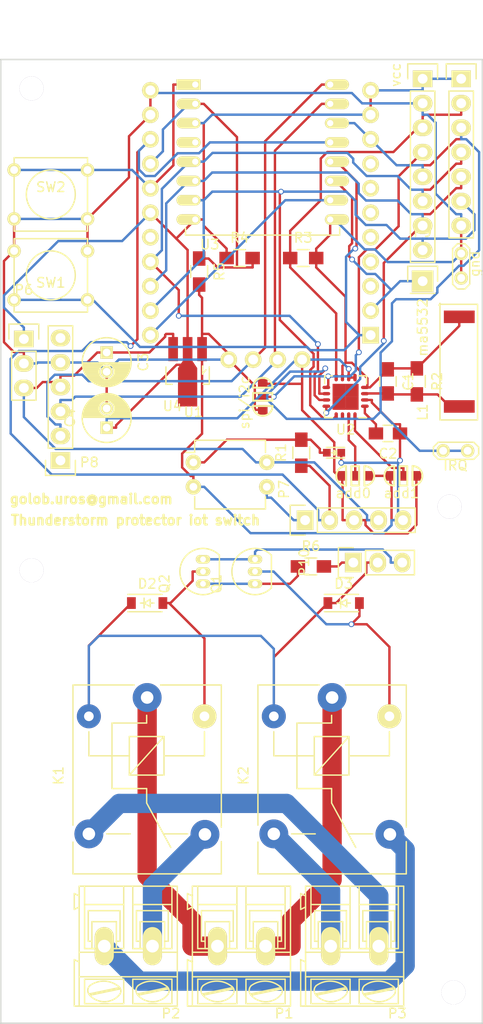
<source format=kicad_pcb>
(kicad_pcb (version 4) (host pcbnew "(2015-08-08 BZR 6073)-product")

  (general
    (links 129)
    (no_connects 3)
    (area 14.264536 23.174999 76.133584 131.82418)
    (thickness 1.6)
    (drawings 6)
    (tracks 538)
    (zones 0)
    (modules 44)
    (nets 32)
  )

  (page A4)
  (layers
    (0 F.Cu signal)
    (31 B.Cu signal)
    (32 B.Adhes user)
    (33 F.Adhes user)
    (34 B.Paste user)
    (35 F.Paste user)
    (36 B.SilkS user)
    (37 F.SilkS user)
    (38 B.Mask user)
    (39 F.Mask user)
    (40 Dwgs.User user)
    (41 Cmts.User user)
    (42 Eco1.User user)
    (43 Eco2.User user)
    (44 Edge.Cuts user)
    (45 Margin user)
    (46 B.CrtYd user)
    (47 F.CrtYd user)
    (48 B.Fab user)
    (49 F.Fab user)
  )

  (setup
    (last_trace_width 0.25)
    (user_trace_width 0.2)
    (user_trace_width 0.4)
    (user_trace_width 0.6)
    (user_trace_width 1)
    (user_trace_width 2)
    (trace_clearance 0.2)
    (zone_clearance 0.508)
    (zone_45_only no)
    (trace_min 0.2)
    (segment_width 0.2)
    (edge_width 0.15)
    (via_size 0.6)
    (via_drill 0.4)
    (via_min_size 0.4)
    (via_min_drill 0.3)
    (uvia_size 0.3)
    (uvia_drill 0.1)
    (uvias_allowed no)
    (uvia_min_size 0.2)
    (uvia_min_drill 0.1)
    (pcb_text_width 0.3)
    (pcb_text_size 1.5 1.5)
    (mod_edge_width 0.15)
    (mod_text_size 1 1)
    (mod_text_width 0.15)
    (pad_size 1.524 1.524)
    (pad_drill 0.762)
    (pad_to_mask_clearance 0.2)
    (aux_axis_origin 0 0)
    (visible_elements FFFFFF7F)
    (pcbplotparams
      (layerselection 0x010f0_80000001)
      (usegerberextensions false)
      (excludeedgelayer true)
      (linewidth 0.100000)
      (plotframeref false)
      (viasonmask false)
      (mode 1)
      (useauxorigin false)
      (hpglpennumber 1)
      (hpglpenspeed 20)
      (hpglpendiameter 15)
      (hpglpenoverlay 2)
      (psnegative false)
      (psa4output false)
      (plotreference true)
      (plotvalue true)
      (plotinvisibletext false)
      (padsonsilk false)
      (subtractmaskfromsilk false)
      (outputformat 4)
      (mirror false)
      (drillshape 1)
      (scaleselection 1)
      (outputdirectory ""))
  )

  (net 0 "")
  (net 1 "Net-(C1-Pad2)")
  (net 2 GND)
  (net 3 "Net-(C2-Pad2)")
  (net 4 +5V)
  (net 5 +3V3)
  (net 6 "Net-(D1-Pad2)")
  (net 7 "Net-(D2-Pad2)")
  (net 8 /cs)
  (net 9 /si)
  (net 10 /add1)
  (net 11 /add0)
  (net 12 "Net-(K1-Pad3)")
  (net 13 "Net-(K1-Pad5)")
  (net 14 "Net-(K1-Pad1)")
  (net 15 "Net-(K2-Pad3)")
  (net 16 "Net-(K2-Pad5)")
  (net 17 "Net-(K2-Pad1)")
  (net 18 /irq)
  (net 19 /clk)
  (net 20 /miso)
  (net 21 /mosi)
  (net 22 /to_sw)
  (net 23 /tx)
  (net 24 /rx)
  (net 25 /flash)
  (net 26 /reset)
  (net 27 /adc)
  (net 28 "Net-(P9-Pad1)")
  (net 29 /to_switch)
  (net 30 "Net-(D3-Pad2)")
  (net 31 "Net-(Q1-Pad1)")

  (net_class Default "This is the default net class."
    (clearance 0.2)
    (trace_width 0.25)
    (via_dia 0.6)
    (via_drill 0.4)
    (uvia_dia 0.3)
    (uvia_drill 0.1)
    (add_net +3V3)
    (add_net +5V)
    (add_net /adc)
    (add_net /add0)
    (add_net /add1)
    (add_net /clk)
    (add_net /cs)
    (add_net /flash)
    (add_net /irq)
    (add_net /miso)
    (add_net /mosi)
    (add_net /reset)
    (add_net /rx)
    (add_net /si)
    (add_net /to_sw)
    (add_net /to_switch)
    (add_net /tx)
    (add_net GND)
    (add_net "Net-(C1-Pad2)")
    (add_net "Net-(C2-Pad2)")
    (add_net "Net-(D1-Pad2)")
    (add_net "Net-(D2-Pad2)")
    (add_net "Net-(D3-Pad2)")
    (add_net "Net-(P9-Pad1)")
    (add_net "Net-(Q1-Pad1)")
  )

  (net_class ac ""
    (clearance 0.65)
    (trace_width 2)
    (via_dia 0.6)
    (via_drill 0.4)
    (uvia_dia 0.3)
    (uvia_drill 0.1)
    (add_net "Net-(K1-Pad1)")
    (add_net "Net-(K1-Pad3)")
    (add_net "Net-(K1-Pad5)")
    (add_net "Net-(K2-Pad1)")
    (add_net "Net-(K2-Pad3)")
    (add_net "Net-(K2-Pad5)")
  )

  (module ESP8266:relay (layer F.Cu) (tedit 55C87E72) (tstamp 55C88022)
    (at 54.4 96.2 270)
    (descr "relay, Sanyou SRD series Form C")
    (path /55C80539)
    (fp_text reference K2 (at 8.1 9.2 270) (layer F.SilkS)
      (effects (font (size 1 1) (thickness 0.15)))
    )
    (fp_text value RELAY_2RT (at 8 -9.6 270) (layer F.Fab)
      (effects (font (size 1 1) (thickness 0.15)))
    )
    (fp_line (start 15 7.7) (end 18.3 7.7) (layer F.SilkS) (width 0.15))
    (fp_line (start 18.3 7.7) (end 18.3 -7.7) (layer F.SilkS) (width 0.15))
    (fp_line (start 18.3 -7.7) (end 14.95 -7.7) (layer F.SilkS) (width 0.15))
    (fp_line (start -1.3 1.35) (end -1.3 7.7) (layer F.SilkS) (width 0.15))
    (fp_line (start -1.3 7.7) (end 13.25 7.7) (layer F.SilkS) (width 0.15))
    (fp_line (start -1.3 -1.4) (end -1.3 -7.7) (layer F.SilkS) (width 0.15))
    (fp_line (start -1.3 -7.7) (end 13.45 -7.7) (layer F.SilkS) (width 0.15))
    (fp_line (start -1.3 -7.65) (end -1.3 -1.4) (layer F.SilkS) (width 0.15))
    (fp_line (start 14.15 4.2) (end 14.15 1.75) (layer F.SilkS) (width 0.15))
    (fp_line (start 14.15 -4.2) (end 14.15 -1.7) (layer F.SilkS) (width 0.15))
    (fp_line (start 3.55 6.05) (end 6.05 6.05) (layer F.SilkS) (width 0.15))
    (fp_line (start 2.65 0.05) (end 1.85 0.05) (layer F.SilkS) (width 0.15))
    (fp_line (start 6.05 -5.95) (end 3.55 -5.95) (layer F.SilkS) (width 0.15))
    (fp_line (start 9.45 0.05) (end 10.95 0.05) (layer F.SilkS) (width 0.15))
    (fp_line (start 10.95 0.05) (end 15.55 -2.45) (layer F.SilkS) (width 0.15))
    (fp_line (start 9.45 3.65) (end 2.65 3.65) (layer F.SilkS) (width 0.15))
    (fp_line (start 9.45 0.05) (end 9.45 3.65) (layer F.SilkS) (width 0.15))
    (fp_line (start 2.65 0.05) (end 2.65 3.65) (layer F.SilkS) (width 0.15))
    (fp_line (start 6.05 -5.95) (end 6.05 -1.75) (layer F.SilkS) (width 0.15))
    (fp_line (start 6.05 1.85) (end 6.05 6.05) (layer F.SilkS) (width 0.15))
    (fp_line (start 8.05 1.85) (end 4.05 -1.75) (layer F.SilkS) (width 0.15))
    (fp_line (start 4.05 1.85) (end 4.05 -1.75) (layer F.SilkS) (width 0.15))
    (fp_line (start 4.05 -1.75) (end 8.05 -1.75) (layer F.SilkS) (width 0.15))
    (fp_line (start 8.05 -1.75) (end 8.05 1.85) (layer F.SilkS) (width 0.15))
    (fp_line (start 8.05 1.85) (end 4.05 1.85) (layer F.SilkS) (width 0.15))
    (pad 8 thru_hole circle (at 1.95 6.05) (size 2.5 2.5) (drill 1) (layers *.Cu *.Mask)
      (net 4 +5V))
    (pad 3 thru_hole circle (at 14.15 6.05) (size 3 3) (drill 1.3) (layers *.Cu *.Mask)
      (net 15 "Net-(K2-Pad3)"))
    (pad 1 thru_hole circle (at 14.2 -6) (size 3 3) (drill 1.3) (layers *.Cu *.Mask)
      (net 17 "Net-(K2-Pad1)"))
    (pad 9 thru_hole circle (at 1.95 -5.95) (size 2.5 2.5) (drill 1) (layers *.Cu *.Mask F.SilkS)
      (net 30 "Net-(D3-Pad2)"))
    (pad 5 thru_hole circle (at 0 0) (size 3 3) (drill 1.3) (layers *.Cu *.Mask)
      (net 16 "Net-(K2-Pad5)"))
    (model Relays_ThroughHole.3dshapes/Relay_SANYOU_SRD_Series_Form_C.wrl
      (at (xyz 0 0 0))
      (scale (xyz 1 1 1))
      (rotate (xyz 0 0 0))
    )
  )

  (module LEDs:LED-0603 (layer F.Cu) (tedit 55D35929) (tstamp 55C83A9E)
    (at 54.6 70.8 180)
    (descr "LED 0603 smd package")
    (tags "LED led 0603 SMD smd SMT smt smdled SMDLED smtled SMTLED")
    (path /55C7E808)
    (attr smd)
    (fp_text reference D1 (at 0 -1.5 180) (layer F.SilkS) hide
      (effects (font (size 1 1) (thickness 0.15)))
    )
    (fp_text value LED (at 0 1.5 180) (layer F.Fab) hide
      (effects (font (size 1 1) (thickness 0.15)))
    )
    (fp_line (start -1.1 0.55) (end 0.8 0.55) (layer F.SilkS) (width 0.15))
    (fp_line (start -1.1 -0.55) (end 0.8 -0.55) (layer F.SilkS) (width 0.15))
    (fp_line (start -0.2 0) (end 0.25 0) (layer F.SilkS) (width 0.15))
    (fp_line (start -0.25 -0.25) (end -0.25 0.25) (layer F.SilkS) (width 0.15))
    (fp_line (start -0.25 0) (end 0 -0.25) (layer F.SilkS) (width 0.15))
    (fp_line (start 0 -0.25) (end 0 0.25) (layer F.SilkS) (width 0.15))
    (fp_line (start 0 0.25) (end -0.25 0) (layer F.SilkS) (width 0.15))
    (fp_line (start 1.4 -0.75) (end 1.4 0.75) (layer F.CrtYd) (width 0.05))
    (fp_line (start 1.4 0.75) (end -1.4 0.75) (layer F.CrtYd) (width 0.05))
    (fp_line (start -1.4 0.75) (end -1.4 -0.75) (layer F.CrtYd) (width 0.05))
    (fp_line (start -1.4 -0.75) (end 1.4 -0.75) (layer F.CrtYd) (width 0.05))
    (pad 2 smd rect (at 0.7493 0) (size 0.79756 0.79756) (layers F.Cu F.Paste F.Mask)
      (net 6 "Net-(D1-Pad2)"))
    (pad 1 smd rect (at -0.7493 0) (size 0.79756 0.79756) (layers F.Cu F.Paste F.Mask)
      (net 2 GND))
  )

  (module Diodes_SMD:SOD-123 (layer F.Cu) (tedit 55D357FE) (tstamp 55C83AA4)
    (at 35.2 86.4)
    (descr SOD-123)
    (tags SOD-123)
    (path /55C80C4B)
    (attr smd)
    (fp_text reference D2 (at 0 -2) (layer F.SilkS)
      (effects (font (size 1 1) (thickness 0.15)))
    )
    (fp_text value D (at 0 2.1) (layer F.Fab) hide
      (effects (font (size 1 1) (thickness 0.15)))
    )
    (fp_line (start 0.3175 0) (end 0.6985 0) (layer F.SilkS) (width 0.15))
    (fp_line (start -0.6985 0) (end -0.3175 0) (layer F.SilkS) (width 0.15))
    (fp_line (start -0.3175 0) (end 0.3175 -0.381) (layer F.SilkS) (width 0.15))
    (fp_line (start 0.3175 -0.381) (end 0.3175 0.381) (layer F.SilkS) (width 0.15))
    (fp_line (start 0.3175 0.381) (end -0.3175 0) (layer F.SilkS) (width 0.15))
    (fp_line (start -0.3175 -0.508) (end -0.3175 0.508) (layer F.SilkS) (width 0.15))
    (fp_line (start -2.25 -1.05) (end 2.25 -1.05) (layer F.CrtYd) (width 0.05))
    (fp_line (start 2.25 -1.05) (end 2.25 1.05) (layer F.CrtYd) (width 0.05))
    (fp_line (start 2.25 1.05) (end -2.25 1.05) (layer F.CrtYd) (width 0.05))
    (fp_line (start -2.25 -1.05) (end -2.25 1.05) (layer F.CrtYd) (width 0.05))
    (fp_line (start -2 0.9) (end 1.54 0.9) (layer F.SilkS) (width 0.15))
    (fp_line (start -2 -0.9) (end 1.54 -0.9) (layer F.SilkS) (width 0.15))
    (pad 1 smd rect (at -1.635 0) (size 0.91 1.22) (layers F.Cu F.Paste F.Mask)
      (net 4 +5V))
    (pad 2 smd rect (at 1.635 0) (size 0.91 1.22) (layers F.Cu F.Paste F.Mask)
      (net 7 "Net-(D2-Pad2)"))
  )

  (module ESP8266:ma5532 (layer F.Cu) (tedit 55D35840) (tstamp 55C83ADD)
    (at 67.6 61.4 270)
    (tags "coilcraft ma5532-ae")
    (path /55C73E69)
    (fp_text reference L1 (at 5.2 3.8 270) (layer F.SilkS)
      (effects (font (size 1 1) (thickness 0.15)))
    )
    (fp_text value ma5532 (at 0.1 0.4 270) (layer F.Fab)
      (effects (font (size 1 1) (thickness 0.15)))
    )
    (fp_text user ma5532 (at -3.6 3.8 450) (layer F.SilkS)
      (effects (font (size 1 1) (thickness 0.15)))
    )
    (fp_line (start -6 1.9) (end -6 -1.9) (layer F.SilkS) (width 0.15))
    (fp_line (start -6 -1.9) (end 6 -1.9) (layer F.SilkS) (width 0.15))
    (fp_line (start 6 -1.9) (end 6 2) (layer F.SilkS) (width 0.15))
    (fp_line (start 6 2) (end -6.1 2) (layer F.SilkS) (width 0.15))
    (fp_line (start -6.1 2) (end -5.9 2.1) (layer F.SilkS) (width 0.15))
    (pad 1 smd rect (at -4.7 0 270) (size 1.3 3.2) (layers F.Cu F.Paste F.Mask)
      (net 2 GND))
    (pad 2 smd rect (at 4.6 0 270) (size 1.3 3.2) (layers F.Cu F.Paste F.Mask)
      (net 1 "Net-(C1-Pad2)"))
  )

  (module Connect:AK300-2 (layer F.Cu) (tedit 54792136) (tstamp 55C83AE3)
    (at 47.5 122 180)
    (descr CONNECTOR)
    (tags CONNECTOR)
    (path /55C7BE5E)
    (attr virtual)
    (fp_text reference P1 (at -1.92 -6.985 180) (layer F.SilkS)
      (effects (font (size 1 1) (thickness 0.15)))
    )
    (fp_text value CONN_01X02 (at 2.779 7.747 180) (layer F.Fab)
      (effects (font (size 1 1) (thickness 0.15)))
    )
    (fp_line (start 8.363 -6.473) (end -2.83 -6.473) (layer F.CrtYd) (width 0.05))
    (fp_line (start 8.363 6.473) (end 8.363 -6.473) (layer F.CrtYd) (width 0.05))
    (fp_line (start -2.83 6.473) (end 8.363 6.473) (layer F.CrtYd) (width 0.05))
    (fp_line (start -2.83 -6.473) (end -2.83 6.473) (layer F.CrtYd) (width 0.05))
    (fp_line (start -1.2596 2.54) (end 1.2804 2.54) (layer F.SilkS) (width 0.15))
    (fp_line (start 1.2804 2.54) (end 1.2804 -0.254) (layer F.SilkS) (width 0.15))
    (fp_line (start -1.2596 -0.254) (end 1.2804 -0.254) (layer F.SilkS) (width 0.15))
    (fp_line (start -1.2596 2.54) (end -1.2596 -0.254) (layer F.SilkS) (width 0.15))
    (fp_line (start 3.7442 2.54) (end 6.2842 2.54) (layer F.SilkS) (width 0.15))
    (fp_line (start 6.2842 2.54) (end 6.2842 -0.254) (layer F.SilkS) (width 0.15))
    (fp_line (start 3.7442 -0.254) (end 6.2842 -0.254) (layer F.SilkS) (width 0.15))
    (fp_line (start 3.7442 2.54) (end 3.7442 -0.254) (layer F.SilkS) (width 0.15))
    (fp_line (start 7.605 -6.223) (end 7.605 -3.175) (layer F.SilkS) (width 0.15))
    (fp_line (start 7.605 -6.223) (end -2.58 -6.223) (layer F.SilkS) (width 0.15))
    (fp_line (start 7.605 -6.223) (end 8.113 -6.223) (layer F.SilkS) (width 0.15))
    (fp_line (start 8.113 -6.223) (end 8.113 -1.397) (layer F.SilkS) (width 0.15))
    (fp_line (start 8.113 -1.397) (end 7.605 -1.651) (layer F.SilkS) (width 0.15))
    (fp_line (start 8.113 5.461) (end 7.605 5.207) (layer F.SilkS) (width 0.15))
    (fp_line (start 7.605 5.207) (end 7.605 6.223) (layer F.SilkS) (width 0.15))
    (fp_line (start 8.113 3.81) (end 7.605 4.064) (layer F.SilkS) (width 0.15))
    (fp_line (start 7.605 4.064) (end 7.605 5.207) (layer F.SilkS) (width 0.15))
    (fp_line (start 8.113 3.81) (end 8.113 5.461) (layer F.SilkS) (width 0.15))
    (fp_line (start 2.9822 6.223) (end 2.9822 4.318) (layer F.SilkS) (width 0.15))
    (fp_line (start 7.0462 -0.254) (end 7.0462 4.318) (layer F.SilkS) (width 0.15))
    (fp_line (start 2.9822 6.223) (end 7.0462 6.223) (layer F.SilkS) (width 0.15))
    (fp_line (start 7.0462 6.223) (end 7.605 6.223) (layer F.SilkS) (width 0.15))
    (fp_line (start 2.0424 6.223) (end 2.0424 4.318) (layer F.SilkS) (width 0.15))
    (fp_line (start 2.0424 6.223) (end 2.9822 6.223) (layer F.SilkS) (width 0.15))
    (fp_line (start -2.0216 -0.254) (end -2.0216 4.318) (layer F.SilkS) (width 0.15))
    (fp_line (start -2.58 6.223) (end -2.0216 6.223) (layer F.SilkS) (width 0.15))
    (fp_line (start -2.0216 6.223) (end 2.0424 6.223) (layer F.SilkS) (width 0.15))
    (fp_line (start 2.9822 4.318) (end 7.0462 4.318) (layer F.SilkS) (width 0.15))
    (fp_line (start 2.9822 4.318) (end 2.9822 -0.254) (layer F.SilkS) (width 0.15))
    (fp_line (start 7.0462 4.318) (end 7.0462 6.223) (layer F.SilkS) (width 0.15))
    (fp_line (start 2.0424 4.318) (end -2.0216 4.318) (layer F.SilkS) (width 0.15))
    (fp_line (start 2.0424 4.318) (end 2.0424 -0.254) (layer F.SilkS) (width 0.15))
    (fp_line (start -2.0216 4.318) (end -2.0216 6.223) (layer F.SilkS) (width 0.15))
    (fp_line (start 6.6652 3.683) (end 6.6652 0.508) (layer F.SilkS) (width 0.15))
    (fp_line (start 6.6652 3.683) (end 3.3632 3.683) (layer F.SilkS) (width 0.15))
    (fp_line (start 3.3632 3.683) (end 3.3632 0.508) (layer F.SilkS) (width 0.15))
    (fp_line (start 1.6614 3.683) (end 1.6614 0.508) (layer F.SilkS) (width 0.15))
    (fp_line (start 1.6614 3.683) (end -1.6406 3.683) (layer F.SilkS) (width 0.15))
    (fp_line (start -1.6406 3.683) (end -1.6406 0.508) (layer F.SilkS) (width 0.15))
    (fp_line (start -1.6406 0.508) (end -1.2596 0.508) (layer F.SilkS) (width 0.15))
    (fp_line (start 1.6614 0.508) (end 1.2804 0.508) (layer F.SilkS) (width 0.15))
    (fp_line (start 3.3632 0.508) (end 3.7442 0.508) (layer F.SilkS) (width 0.15))
    (fp_line (start 6.6652 0.508) (end 6.2842 0.508) (layer F.SilkS) (width 0.15))
    (fp_line (start -2.58 6.223) (end -2.58 -0.635) (layer F.SilkS) (width 0.15))
    (fp_line (start -2.58 -0.635) (end -2.58 -3.175) (layer F.SilkS) (width 0.15))
    (fp_line (start 7.605 -1.651) (end 7.605 -0.635) (layer F.SilkS) (width 0.15))
    (fp_line (start 7.605 -0.635) (end 7.605 4.064) (layer F.SilkS) (width 0.15))
    (fp_line (start -2.58 -3.175) (end 7.605 -3.175) (layer F.SilkS) (width 0.15))
    (fp_line (start -2.58 -3.175) (end -2.58 -6.223) (layer F.SilkS) (width 0.15))
    (fp_line (start 7.605 -3.175) (end 7.605 -1.651) (layer F.SilkS) (width 0.15))
    (fp_line (start 2.9822 -3.429) (end 2.9822 -5.969) (layer F.SilkS) (width 0.15))
    (fp_line (start 2.9822 -5.969) (end 7.0462 -5.969) (layer F.SilkS) (width 0.15))
    (fp_line (start 7.0462 -5.969) (end 7.0462 -3.429) (layer F.SilkS) (width 0.15))
    (fp_line (start 7.0462 -3.429) (end 2.9822 -3.429) (layer F.SilkS) (width 0.15))
    (fp_line (start 2.0424 -3.429) (end 2.0424 -5.969) (layer F.SilkS) (width 0.15))
    (fp_line (start 2.0424 -3.429) (end -2.0216 -3.429) (layer F.SilkS) (width 0.15))
    (fp_line (start -2.0216 -3.429) (end -2.0216 -5.969) (layer F.SilkS) (width 0.15))
    (fp_line (start 2.0424 -5.969) (end -2.0216 -5.969) (layer F.SilkS) (width 0.15))
    (fp_line (start 3.3886 -4.445) (end 6.4366 -5.08) (layer F.SilkS) (width 0.15))
    (fp_line (start 3.5156 -4.318) (end 6.5636 -4.953) (layer F.SilkS) (width 0.15))
    (fp_line (start -1.6152 -4.445) (end 1.43534 -5.08) (layer F.SilkS) (width 0.15))
    (fp_line (start -1.4882 -4.318) (end 1.5598 -4.953) (layer F.SilkS) (width 0.15))
    (fp_line (start -2.0216 -0.254) (end -1.6406 -0.254) (layer F.SilkS) (width 0.15))
    (fp_line (start 2.0424 -0.254) (end 1.6614 -0.254) (layer F.SilkS) (width 0.15))
    (fp_line (start 1.6614 -0.254) (end -1.6406 -0.254) (layer F.SilkS) (width 0.15))
    (fp_line (start -2.58 -0.635) (end -1.6406 -0.635) (layer F.SilkS) (width 0.15))
    (fp_line (start -1.6406 -0.635) (end 1.6614 -0.635) (layer F.SilkS) (width 0.15))
    (fp_line (start 1.6614 -0.635) (end 3.3632 -0.635) (layer F.SilkS) (width 0.15))
    (fp_line (start 7.605 -0.635) (end 6.6652 -0.635) (layer F.SilkS) (width 0.15))
    (fp_line (start 6.6652 -0.635) (end 3.3632 -0.635) (layer F.SilkS) (width 0.15))
    (fp_line (start 7.0462 -0.254) (end 6.6652 -0.254) (layer F.SilkS) (width 0.15))
    (fp_line (start 2.9822 -0.254) (end 3.3632 -0.254) (layer F.SilkS) (width 0.15))
    (fp_line (start 3.3632 -0.254) (end 6.6652 -0.254) (layer F.SilkS) (width 0.15))
    (fp_arc (start 6.0302 -4.59486) (end 6.53566 -5.05206) (angle 90.5) (layer F.SilkS) (width 0.15))
    (fp_arc (start 5.065 -6.0706) (end 6.52804 -4.11734) (angle 75.5) (layer F.SilkS) (width 0.15))
    (fp_arc (start 4.98626 -3.7084) (end 3.3886 -5.0038) (angle 100) (layer F.SilkS) (width 0.15))
    (fp_arc (start 3.8712 -4.64566) (end 3.58164 -4.1275) (angle 104.2) (layer F.SilkS) (width 0.15))
    (fp_arc (start 1.0264 -4.59486) (end 1.5344 -5.05206) (angle 90.5) (layer F.SilkS) (width 0.15))
    (fp_arc (start 0.06374 -6.0706) (end 1.52678 -4.11734) (angle 75.5) (layer F.SilkS) (width 0.15))
    (fp_arc (start -0.01246 -3.7084) (end -1.6152 -5.0038) (angle 100) (layer F.SilkS) (width 0.15))
    (fp_arc (start -1.1326 -4.64566) (end -1.41962 -4.1275) (angle 104.2) (layer F.SilkS) (width 0.15))
    (pad 1 thru_hole oval (at 0 0 180) (size 1.9812 3.9624) (drill 1.3208) (layers *.Cu F.Paste F.SilkS F.Mask)
      (net 16 "Net-(K2-Pad5)"))
    (pad 2 thru_hole oval (at 5 0 180) (size 1.9812 3.9624) (drill 1.3208) (layers *.Cu F.Paste F.SilkS F.Mask)
      (net 13 "Net-(K1-Pad5)"))
  )

  (module Connect:AK300-2 (layer F.Cu) (tedit 54792136) (tstamp 55C83AE9)
    (at 35.75 122 180)
    (descr CONNECTOR)
    (tags CONNECTOR)
    (path /55C7BEB3)
    (attr virtual)
    (fp_text reference P2 (at -1.92 -6.985 180) (layer F.SilkS)
      (effects (font (size 1 1) (thickness 0.15)))
    )
    (fp_text value CONN_01X02 (at 2.779 7.747 180) (layer F.Fab)
      (effects (font (size 1 1) (thickness 0.15)))
    )
    (fp_line (start 8.363 -6.473) (end -2.83 -6.473) (layer F.CrtYd) (width 0.05))
    (fp_line (start 8.363 6.473) (end 8.363 -6.473) (layer F.CrtYd) (width 0.05))
    (fp_line (start -2.83 6.473) (end 8.363 6.473) (layer F.CrtYd) (width 0.05))
    (fp_line (start -2.83 -6.473) (end -2.83 6.473) (layer F.CrtYd) (width 0.05))
    (fp_line (start -1.2596 2.54) (end 1.2804 2.54) (layer F.SilkS) (width 0.15))
    (fp_line (start 1.2804 2.54) (end 1.2804 -0.254) (layer F.SilkS) (width 0.15))
    (fp_line (start -1.2596 -0.254) (end 1.2804 -0.254) (layer F.SilkS) (width 0.15))
    (fp_line (start -1.2596 2.54) (end -1.2596 -0.254) (layer F.SilkS) (width 0.15))
    (fp_line (start 3.7442 2.54) (end 6.2842 2.54) (layer F.SilkS) (width 0.15))
    (fp_line (start 6.2842 2.54) (end 6.2842 -0.254) (layer F.SilkS) (width 0.15))
    (fp_line (start 3.7442 -0.254) (end 6.2842 -0.254) (layer F.SilkS) (width 0.15))
    (fp_line (start 3.7442 2.54) (end 3.7442 -0.254) (layer F.SilkS) (width 0.15))
    (fp_line (start 7.605 -6.223) (end 7.605 -3.175) (layer F.SilkS) (width 0.15))
    (fp_line (start 7.605 -6.223) (end -2.58 -6.223) (layer F.SilkS) (width 0.15))
    (fp_line (start 7.605 -6.223) (end 8.113 -6.223) (layer F.SilkS) (width 0.15))
    (fp_line (start 8.113 -6.223) (end 8.113 -1.397) (layer F.SilkS) (width 0.15))
    (fp_line (start 8.113 -1.397) (end 7.605 -1.651) (layer F.SilkS) (width 0.15))
    (fp_line (start 8.113 5.461) (end 7.605 5.207) (layer F.SilkS) (width 0.15))
    (fp_line (start 7.605 5.207) (end 7.605 6.223) (layer F.SilkS) (width 0.15))
    (fp_line (start 8.113 3.81) (end 7.605 4.064) (layer F.SilkS) (width 0.15))
    (fp_line (start 7.605 4.064) (end 7.605 5.207) (layer F.SilkS) (width 0.15))
    (fp_line (start 8.113 3.81) (end 8.113 5.461) (layer F.SilkS) (width 0.15))
    (fp_line (start 2.9822 6.223) (end 2.9822 4.318) (layer F.SilkS) (width 0.15))
    (fp_line (start 7.0462 -0.254) (end 7.0462 4.318) (layer F.SilkS) (width 0.15))
    (fp_line (start 2.9822 6.223) (end 7.0462 6.223) (layer F.SilkS) (width 0.15))
    (fp_line (start 7.0462 6.223) (end 7.605 6.223) (layer F.SilkS) (width 0.15))
    (fp_line (start 2.0424 6.223) (end 2.0424 4.318) (layer F.SilkS) (width 0.15))
    (fp_line (start 2.0424 6.223) (end 2.9822 6.223) (layer F.SilkS) (width 0.15))
    (fp_line (start -2.0216 -0.254) (end -2.0216 4.318) (layer F.SilkS) (width 0.15))
    (fp_line (start -2.58 6.223) (end -2.0216 6.223) (layer F.SilkS) (width 0.15))
    (fp_line (start -2.0216 6.223) (end 2.0424 6.223) (layer F.SilkS) (width 0.15))
    (fp_line (start 2.9822 4.318) (end 7.0462 4.318) (layer F.SilkS) (width 0.15))
    (fp_line (start 2.9822 4.318) (end 2.9822 -0.254) (layer F.SilkS) (width 0.15))
    (fp_line (start 7.0462 4.318) (end 7.0462 6.223) (layer F.SilkS) (width 0.15))
    (fp_line (start 2.0424 4.318) (end -2.0216 4.318) (layer F.SilkS) (width 0.15))
    (fp_line (start 2.0424 4.318) (end 2.0424 -0.254) (layer F.SilkS) (width 0.15))
    (fp_line (start -2.0216 4.318) (end -2.0216 6.223) (layer F.SilkS) (width 0.15))
    (fp_line (start 6.6652 3.683) (end 6.6652 0.508) (layer F.SilkS) (width 0.15))
    (fp_line (start 6.6652 3.683) (end 3.3632 3.683) (layer F.SilkS) (width 0.15))
    (fp_line (start 3.3632 3.683) (end 3.3632 0.508) (layer F.SilkS) (width 0.15))
    (fp_line (start 1.6614 3.683) (end 1.6614 0.508) (layer F.SilkS) (width 0.15))
    (fp_line (start 1.6614 3.683) (end -1.6406 3.683) (layer F.SilkS) (width 0.15))
    (fp_line (start -1.6406 3.683) (end -1.6406 0.508) (layer F.SilkS) (width 0.15))
    (fp_line (start -1.6406 0.508) (end -1.2596 0.508) (layer F.SilkS) (width 0.15))
    (fp_line (start 1.6614 0.508) (end 1.2804 0.508) (layer F.SilkS) (width 0.15))
    (fp_line (start 3.3632 0.508) (end 3.7442 0.508) (layer F.SilkS) (width 0.15))
    (fp_line (start 6.6652 0.508) (end 6.2842 0.508) (layer F.SilkS) (width 0.15))
    (fp_line (start -2.58 6.223) (end -2.58 -0.635) (layer F.SilkS) (width 0.15))
    (fp_line (start -2.58 -0.635) (end -2.58 -3.175) (layer F.SilkS) (width 0.15))
    (fp_line (start 7.605 -1.651) (end 7.605 -0.635) (layer F.SilkS) (width 0.15))
    (fp_line (start 7.605 -0.635) (end 7.605 4.064) (layer F.SilkS) (width 0.15))
    (fp_line (start -2.58 -3.175) (end 7.605 -3.175) (layer F.SilkS) (width 0.15))
    (fp_line (start -2.58 -3.175) (end -2.58 -6.223) (layer F.SilkS) (width 0.15))
    (fp_line (start 7.605 -3.175) (end 7.605 -1.651) (layer F.SilkS) (width 0.15))
    (fp_line (start 2.9822 -3.429) (end 2.9822 -5.969) (layer F.SilkS) (width 0.15))
    (fp_line (start 2.9822 -5.969) (end 7.0462 -5.969) (layer F.SilkS) (width 0.15))
    (fp_line (start 7.0462 -5.969) (end 7.0462 -3.429) (layer F.SilkS) (width 0.15))
    (fp_line (start 7.0462 -3.429) (end 2.9822 -3.429) (layer F.SilkS) (width 0.15))
    (fp_line (start 2.0424 -3.429) (end 2.0424 -5.969) (layer F.SilkS) (width 0.15))
    (fp_line (start 2.0424 -3.429) (end -2.0216 -3.429) (layer F.SilkS) (width 0.15))
    (fp_line (start -2.0216 -3.429) (end -2.0216 -5.969) (layer F.SilkS) (width 0.15))
    (fp_line (start 2.0424 -5.969) (end -2.0216 -5.969) (layer F.SilkS) (width 0.15))
    (fp_line (start 3.3886 -4.445) (end 6.4366 -5.08) (layer F.SilkS) (width 0.15))
    (fp_line (start 3.5156 -4.318) (end 6.5636 -4.953) (layer F.SilkS) (width 0.15))
    (fp_line (start -1.6152 -4.445) (end 1.43534 -5.08) (layer F.SilkS) (width 0.15))
    (fp_line (start -1.4882 -4.318) (end 1.5598 -4.953) (layer F.SilkS) (width 0.15))
    (fp_line (start -2.0216 -0.254) (end -1.6406 -0.254) (layer F.SilkS) (width 0.15))
    (fp_line (start 2.0424 -0.254) (end 1.6614 -0.254) (layer F.SilkS) (width 0.15))
    (fp_line (start 1.6614 -0.254) (end -1.6406 -0.254) (layer F.SilkS) (width 0.15))
    (fp_line (start -2.58 -0.635) (end -1.6406 -0.635) (layer F.SilkS) (width 0.15))
    (fp_line (start -1.6406 -0.635) (end 1.6614 -0.635) (layer F.SilkS) (width 0.15))
    (fp_line (start 1.6614 -0.635) (end 3.3632 -0.635) (layer F.SilkS) (width 0.15))
    (fp_line (start 7.605 -0.635) (end 6.6652 -0.635) (layer F.SilkS) (width 0.15))
    (fp_line (start 6.6652 -0.635) (end 3.3632 -0.635) (layer F.SilkS) (width 0.15))
    (fp_line (start 7.0462 -0.254) (end 6.6652 -0.254) (layer F.SilkS) (width 0.15))
    (fp_line (start 2.9822 -0.254) (end 3.3632 -0.254) (layer F.SilkS) (width 0.15))
    (fp_line (start 3.3632 -0.254) (end 6.6652 -0.254) (layer F.SilkS) (width 0.15))
    (fp_arc (start 6.0302 -4.59486) (end 6.53566 -5.05206) (angle 90.5) (layer F.SilkS) (width 0.15))
    (fp_arc (start 5.065 -6.0706) (end 6.52804 -4.11734) (angle 75.5) (layer F.SilkS) (width 0.15))
    (fp_arc (start 4.98626 -3.7084) (end 3.3886 -5.0038) (angle 100) (layer F.SilkS) (width 0.15))
    (fp_arc (start 3.8712 -4.64566) (end 3.58164 -4.1275) (angle 104.2) (layer F.SilkS) (width 0.15))
    (fp_arc (start 1.0264 -4.59486) (end 1.5344 -5.05206) (angle 90.5) (layer F.SilkS) (width 0.15))
    (fp_arc (start 0.06374 -6.0706) (end 1.52678 -4.11734) (angle 75.5) (layer F.SilkS) (width 0.15))
    (fp_arc (start -0.01246 -3.7084) (end -1.6152 -5.0038) (angle 100) (layer F.SilkS) (width 0.15))
    (fp_arc (start -1.1326 -4.64566) (end -1.41962 -4.1275) (angle 104.2) (layer F.SilkS) (width 0.15))
    (pad 1 thru_hole oval (at 0 0 180) (size 1.9812 3.9624) (drill 1.3208) (layers *.Cu F.Paste F.SilkS F.Mask)
      (net 14 "Net-(K1-Pad1)"))
    (pad 2 thru_hole oval (at 5 0 180) (size 1.9812 3.9624) (drill 1.3208) (layers *.Cu F.Paste F.SilkS F.Mask)
      (net 17 "Net-(K2-Pad1)"))
  )

  (module Connect:AK300-2 (layer F.Cu) (tedit 54792136) (tstamp 55C83AEF)
    (at 59.25 122 180)
    (descr CONNECTOR)
    (tags CONNECTOR)
    (path /55C819EB)
    (attr virtual)
    (fp_text reference P3 (at -1.92 -6.985 180) (layer F.SilkS)
      (effects (font (size 1 1) (thickness 0.15)))
    )
    (fp_text value CONN_01X02 (at 2.779 7.747 180) (layer F.Fab)
      (effects (font (size 1 1) (thickness 0.15)))
    )
    (fp_line (start 8.363 -6.473) (end -2.83 -6.473) (layer F.CrtYd) (width 0.05))
    (fp_line (start 8.363 6.473) (end 8.363 -6.473) (layer F.CrtYd) (width 0.05))
    (fp_line (start -2.83 6.473) (end 8.363 6.473) (layer F.CrtYd) (width 0.05))
    (fp_line (start -2.83 -6.473) (end -2.83 6.473) (layer F.CrtYd) (width 0.05))
    (fp_line (start -1.2596 2.54) (end 1.2804 2.54) (layer F.SilkS) (width 0.15))
    (fp_line (start 1.2804 2.54) (end 1.2804 -0.254) (layer F.SilkS) (width 0.15))
    (fp_line (start -1.2596 -0.254) (end 1.2804 -0.254) (layer F.SilkS) (width 0.15))
    (fp_line (start -1.2596 2.54) (end -1.2596 -0.254) (layer F.SilkS) (width 0.15))
    (fp_line (start 3.7442 2.54) (end 6.2842 2.54) (layer F.SilkS) (width 0.15))
    (fp_line (start 6.2842 2.54) (end 6.2842 -0.254) (layer F.SilkS) (width 0.15))
    (fp_line (start 3.7442 -0.254) (end 6.2842 -0.254) (layer F.SilkS) (width 0.15))
    (fp_line (start 3.7442 2.54) (end 3.7442 -0.254) (layer F.SilkS) (width 0.15))
    (fp_line (start 7.605 -6.223) (end 7.605 -3.175) (layer F.SilkS) (width 0.15))
    (fp_line (start 7.605 -6.223) (end -2.58 -6.223) (layer F.SilkS) (width 0.15))
    (fp_line (start 7.605 -6.223) (end 8.113 -6.223) (layer F.SilkS) (width 0.15))
    (fp_line (start 8.113 -6.223) (end 8.113 -1.397) (layer F.SilkS) (width 0.15))
    (fp_line (start 8.113 -1.397) (end 7.605 -1.651) (layer F.SilkS) (width 0.15))
    (fp_line (start 8.113 5.461) (end 7.605 5.207) (layer F.SilkS) (width 0.15))
    (fp_line (start 7.605 5.207) (end 7.605 6.223) (layer F.SilkS) (width 0.15))
    (fp_line (start 8.113 3.81) (end 7.605 4.064) (layer F.SilkS) (width 0.15))
    (fp_line (start 7.605 4.064) (end 7.605 5.207) (layer F.SilkS) (width 0.15))
    (fp_line (start 8.113 3.81) (end 8.113 5.461) (layer F.SilkS) (width 0.15))
    (fp_line (start 2.9822 6.223) (end 2.9822 4.318) (layer F.SilkS) (width 0.15))
    (fp_line (start 7.0462 -0.254) (end 7.0462 4.318) (layer F.SilkS) (width 0.15))
    (fp_line (start 2.9822 6.223) (end 7.0462 6.223) (layer F.SilkS) (width 0.15))
    (fp_line (start 7.0462 6.223) (end 7.605 6.223) (layer F.SilkS) (width 0.15))
    (fp_line (start 2.0424 6.223) (end 2.0424 4.318) (layer F.SilkS) (width 0.15))
    (fp_line (start 2.0424 6.223) (end 2.9822 6.223) (layer F.SilkS) (width 0.15))
    (fp_line (start -2.0216 -0.254) (end -2.0216 4.318) (layer F.SilkS) (width 0.15))
    (fp_line (start -2.58 6.223) (end -2.0216 6.223) (layer F.SilkS) (width 0.15))
    (fp_line (start -2.0216 6.223) (end 2.0424 6.223) (layer F.SilkS) (width 0.15))
    (fp_line (start 2.9822 4.318) (end 7.0462 4.318) (layer F.SilkS) (width 0.15))
    (fp_line (start 2.9822 4.318) (end 2.9822 -0.254) (layer F.SilkS) (width 0.15))
    (fp_line (start 7.0462 4.318) (end 7.0462 6.223) (layer F.SilkS) (width 0.15))
    (fp_line (start 2.0424 4.318) (end -2.0216 4.318) (layer F.SilkS) (width 0.15))
    (fp_line (start 2.0424 4.318) (end 2.0424 -0.254) (layer F.SilkS) (width 0.15))
    (fp_line (start -2.0216 4.318) (end -2.0216 6.223) (layer F.SilkS) (width 0.15))
    (fp_line (start 6.6652 3.683) (end 6.6652 0.508) (layer F.SilkS) (width 0.15))
    (fp_line (start 6.6652 3.683) (end 3.3632 3.683) (layer F.SilkS) (width 0.15))
    (fp_line (start 3.3632 3.683) (end 3.3632 0.508) (layer F.SilkS) (width 0.15))
    (fp_line (start 1.6614 3.683) (end 1.6614 0.508) (layer F.SilkS) (width 0.15))
    (fp_line (start 1.6614 3.683) (end -1.6406 3.683) (layer F.SilkS) (width 0.15))
    (fp_line (start -1.6406 3.683) (end -1.6406 0.508) (layer F.SilkS) (width 0.15))
    (fp_line (start -1.6406 0.508) (end -1.2596 0.508) (layer F.SilkS) (width 0.15))
    (fp_line (start 1.6614 0.508) (end 1.2804 0.508) (layer F.SilkS) (width 0.15))
    (fp_line (start 3.3632 0.508) (end 3.7442 0.508) (layer F.SilkS) (width 0.15))
    (fp_line (start 6.6652 0.508) (end 6.2842 0.508) (layer F.SilkS) (width 0.15))
    (fp_line (start -2.58 6.223) (end -2.58 -0.635) (layer F.SilkS) (width 0.15))
    (fp_line (start -2.58 -0.635) (end -2.58 -3.175) (layer F.SilkS) (width 0.15))
    (fp_line (start 7.605 -1.651) (end 7.605 -0.635) (layer F.SilkS) (width 0.15))
    (fp_line (start 7.605 -0.635) (end 7.605 4.064) (layer F.SilkS) (width 0.15))
    (fp_line (start -2.58 -3.175) (end 7.605 -3.175) (layer F.SilkS) (width 0.15))
    (fp_line (start -2.58 -3.175) (end -2.58 -6.223) (layer F.SilkS) (width 0.15))
    (fp_line (start 7.605 -3.175) (end 7.605 -1.651) (layer F.SilkS) (width 0.15))
    (fp_line (start 2.9822 -3.429) (end 2.9822 -5.969) (layer F.SilkS) (width 0.15))
    (fp_line (start 2.9822 -5.969) (end 7.0462 -5.969) (layer F.SilkS) (width 0.15))
    (fp_line (start 7.0462 -5.969) (end 7.0462 -3.429) (layer F.SilkS) (width 0.15))
    (fp_line (start 7.0462 -3.429) (end 2.9822 -3.429) (layer F.SilkS) (width 0.15))
    (fp_line (start 2.0424 -3.429) (end 2.0424 -5.969) (layer F.SilkS) (width 0.15))
    (fp_line (start 2.0424 -3.429) (end -2.0216 -3.429) (layer F.SilkS) (width 0.15))
    (fp_line (start -2.0216 -3.429) (end -2.0216 -5.969) (layer F.SilkS) (width 0.15))
    (fp_line (start 2.0424 -5.969) (end -2.0216 -5.969) (layer F.SilkS) (width 0.15))
    (fp_line (start 3.3886 -4.445) (end 6.4366 -5.08) (layer F.SilkS) (width 0.15))
    (fp_line (start 3.5156 -4.318) (end 6.5636 -4.953) (layer F.SilkS) (width 0.15))
    (fp_line (start -1.6152 -4.445) (end 1.43534 -5.08) (layer F.SilkS) (width 0.15))
    (fp_line (start -1.4882 -4.318) (end 1.5598 -4.953) (layer F.SilkS) (width 0.15))
    (fp_line (start -2.0216 -0.254) (end -1.6406 -0.254) (layer F.SilkS) (width 0.15))
    (fp_line (start 2.0424 -0.254) (end 1.6614 -0.254) (layer F.SilkS) (width 0.15))
    (fp_line (start 1.6614 -0.254) (end -1.6406 -0.254) (layer F.SilkS) (width 0.15))
    (fp_line (start -2.58 -0.635) (end -1.6406 -0.635) (layer F.SilkS) (width 0.15))
    (fp_line (start -1.6406 -0.635) (end 1.6614 -0.635) (layer F.SilkS) (width 0.15))
    (fp_line (start 1.6614 -0.635) (end 3.3632 -0.635) (layer F.SilkS) (width 0.15))
    (fp_line (start 7.605 -0.635) (end 6.6652 -0.635) (layer F.SilkS) (width 0.15))
    (fp_line (start 6.6652 -0.635) (end 3.3632 -0.635) (layer F.SilkS) (width 0.15))
    (fp_line (start 7.0462 -0.254) (end 6.6652 -0.254) (layer F.SilkS) (width 0.15))
    (fp_line (start 2.9822 -0.254) (end 3.3632 -0.254) (layer F.SilkS) (width 0.15))
    (fp_line (start 3.3632 -0.254) (end 6.6652 -0.254) (layer F.SilkS) (width 0.15))
    (fp_arc (start 6.0302 -4.59486) (end 6.53566 -5.05206) (angle 90.5) (layer F.SilkS) (width 0.15))
    (fp_arc (start 5.065 -6.0706) (end 6.52804 -4.11734) (angle 75.5) (layer F.SilkS) (width 0.15))
    (fp_arc (start 4.98626 -3.7084) (end 3.3886 -5.0038) (angle 100) (layer F.SilkS) (width 0.15))
    (fp_arc (start 3.8712 -4.64566) (end 3.58164 -4.1275) (angle 104.2) (layer F.SilkS) (width 0.15))
    (fp_arc (start 1.0264 -4.59486) (end 1.5344 -5.05206) (angle 90.5) (layer F.SilkS) (width 0.15))
    (fp_arc (start 0.06374 -6.0706) (end 1.52678 -4.11734) (angle 75.5) (layer F.SilkS) (width 0.15))
    (fp_arc (start -0.01246 -3.7084) (end -1.6152 -5.0038) (angle 100) (layer F.SilkS) (width 0.15))
    (fp_arc (start -1.1326 -4.64566) (end -1.41962 -4.1275) (angle 104.2) (layer F.SilkS) (width 0.15))
    (pad 1 thru_hole oval (at 0 0 180) (size 1.9812 3.9624) (drill 1.3208) (layers *.Cu F.Paste F.SilkS F.Mask)
      (net 12 "Net-(K1-Pad3)"))
    (pad 2 thru_hole oval (at 5 0 180) (size 1.9812 3.9624) (drill 1.3208) (layers *.Cu F.Paste F.SilkS F.Mask)
      (net 15 "Net-(K2-Pad3)"))
  )

  (module Pin_Headers:Pin_Header_Straight_1x08 (layer F.Cu) (tedit 55D35957) (tstamp 55C83AFB)
    (at 63.8 32)
    (descr "Through hole pin header")
    (tags "pin header")
    (path /55C7C583)
    (fp_text reference vcc (at -2.8 -0.4 90) (layer F.SilkS)
      (effects (font (size 1 1) (thickness 0.15)))
    )
    (fp_text value CONN_01X08 (at 0 -3.1) (layer F.Fab) hide
      (effects (font (size 1 1) (thickness 0.15)))
    )
    (fp_line (start -1.75 -1.75) (end -1.75 19.55) (layer F.CrtYd) (width 0.05))
    (fp_line (start 1.75 -1.75) (end 1.75 19.55) (layer F.CrtYd) (width 0.05))
    (fp_line (start -1.75 -1.75) (end 1.75 -1.75) (layer F.CrtYd) (width 0.05))
    (fp_line (start -1.75 19.55) (end 1.75 19.55) (layer F.CrtYd) (width 0.05))
    (fp_line (start 1.27 1.27) (end 1.27 19.05) (layer F.SilkS) (width 0.15))
    (fp_line (start 1.27 19.05) (end -1.27 19.05) (layer F.SilkS) (width 0.15))
    (fp_line (start -1.27 19.05) (end -1.27 1.27) (layer F.SilkS) (width 0.15))
    (fp_line (start 1.55 -1.55) (end 1.55 0) (layer F.SilkS) (width 0.15))
    (fp_line (start 1.27 1.27) (end -1.27 1.27) (layer F.SilkS) (width 0.15))
    (fp_line (start -1.55 0) (end -1.55 -1.55) (layer F.SilkS) (width 0.15))
    (fp_line (start -1.55 -1.55) (end 1.55 -1.55) (layer F.SilkS) (width 0.15))
    (pad 1 thru_hole rect (at 0 0) (size 2.032 1.7272) (drill 1.016) (layers *.Cu *.Mask F.SilkS)
      (net 5 +3V3))
    (pad 2 thru_hole oval (at 0 2.54) (size 2.032 1.7272) (drill 1.016) (layers *.Cu *.Mask F.SilkS)
      (net 2 GND))
    (pad 3 thru_hole oval (at 0 5.08) (size 2.032 1.7272) (drill 1.016) (layers *.Cu *.Mask F.SilkS)
      (net 8 /cs))
    (pad 4 thru_hole oval (at 0 7.62) (size 2.032 1.7272) (drill 1.016) (layers *.Cu *.Mask F.SilkS)
      (net 9 /si))
    (pad 5 thru_hole oval (at 0 10.16) (size 2.032 1.7272) (drill 1.016) (layers *.Cu *.Mask F.SilkS)
      (net 18 /irq))
    (pad 6 thru_hole oval (at 0 12.7) (size 2.032 1.7272) (drill 1.016) (layers *.Cu *.Mask F.SilkS)
      (net 19 /clk))
    (pad 7 thru_hole oval (at 0 15.24) (size 2.032 1.7272) (drill 1.016) (layers *.Cu *.Mask F.SilkS)
      (net 20 /miso))
    (pad 8 thru_hole oval (at 0 17.78) (size 2.032 1.7272) (drill 1.016) (layers *.Cu *.Mask F.SilkS)
      (net 21 /mosi))
    (model Pin_Headers.3dshapes/Pin_Header_Straight_1x08.wrl
      (at (xyz 0 -0.35 0))
      (scale (xyz 1 1 1))
      (rotate (xyz 0 0 90))
    )
  )

  (module Pin_Headers:Pin_Header_Straight_1x07 (layer F.Cu) (tedit 55D3595B) (tstamp 55C83B06)
    (at 67.8 32)
    (descr "Through hole pin header")
    (tags "pin header")
    (path /55C7C869)
    (fp_text reference P5 (at 0 -5.1) (layer F.SilkS) hide
      (effects (font (size 1 1) (thickness 0.15)))
    )
    (fp_text value CONN_01X07 (at 0 -3.1) (layer F.Fab) hide
      (effects (font (size 1 1) (thickness 0.15)))
    )
    (fp_line (start -1.75 -1.75) (end -1.75 17) (layer F.CrtYd) (width 0.05))
    (fp_line (start 1.75 -1.75) (end 1.75 17) (layer F.CrtYd) (width 0.05))
    (fp_line (start -1.75 -1.75) (end 1.75 -1.75) (layer F.CrtYd) (width 0.05))
    (fp_line (start -1.75 17) (end 1.75 17) (layer F.CrtYd) (width 0.05))
    (fp_line (start 1.27 1.27) (end 1.27 16.51) (layer F.SilkS) (width 0.15))
    (fp_line (start 1.27 16.51) (end -1.27 16.51) (layer F.SilkS) (width 0.15))
    (fp_line (start -1.27 16.51) (end -1.27 1.27) (layer F.SilkS) (width 0.15))
    (fp_line (start 1.55 -1.55) (end 1.55 0) (layer F.SilkS) (width 0.15))
    (fp_line (start 1.27 1.27) (end -1.27 1.27) (layer F.SilkS) (width 0.15))
    (fp_line (start -1.55 0) (end -1.55 -1.55) (layer F.SilkS) (width 0.15))
    (fp_line (start -1.55 -1.55) (end 1.55 -1.55) (layer F.SilkS) (width 0.15))
    (pad 1 thru_hole rect (at 0 0) (size 2.032 1.7272) (drill 1.016) (layers *.Cu *.Mask F.SilkS)
      (net 5 +3V3))
    (pad 2 thru_hole oval (at 0 2.54) (size 2.032 1.7272) (drill 1.016) (layers *.Cu *.Mask F.SilkS)
      (net 8 /cs))
    (pad 3 thru_hole oval (at 0 5.08) (size 2.032 1.7272) (drill 1.016) (layers *.Cu *.Mask F.SilkS)
      (net 18 /irq))
    (pad 4 thru_hole oval (at 0 7.62) (size 2.032 1.7272) (drill 1.016) (layers *.Cu *.Mask F.SilkS)
      (net 19 /clk))
    (pad 5 thru_hole oval (at 0 10.16) (size 2.032 1.7272) (drill 1.016) (layers *.Cu *.Mask F.SilkS)
      (net 20 /miso))
    (pad 6 thru_hole oval (at 0 12.7) (size 2.032 1.7272) (drill 1.016) (layers *.Cu *.Mask F.SilkS)
      (net 21 /mosi))
    (pad 7 thru_hole oval (at 0 15.24) (size 2.032 1.7272) (drill 1.016) (layers *.Cu *.Mask F.SilkS)
      (net 2 GND))
    (model Pin_Headers.3dshapes/Pin_Header_Straight_1x07.wrl
      (at (xyz 0 -0.3 0))
      (scale (xyz 1 1 1))
      (rotate (xyz 0 0 90))
    )
  )

  (module Pin_Headers:Pin_Header_Straight_1x03 (layer F.Cu) (tedit 55D35861) (tstamp 55C83B0D)
    (at 22.4 59)
    (descr "Through hole pin header")
    (tags "pin header")
    (path /55C7B60A)
    (fp_text reference P6 (at 0 -5.1) (layer F.SilkS)
      (effects (font (size 1 1) (thickness 0.15)))
    )
    (fp_text value CONN_01X03 (at 0 -3.1) (layer F.Fab) hide
      (effects (font (size 1 1) (thickness 0.15)))
    )
    (fp_line (start -1.75 -1.75) (end -1.75 6.85) (layer F.CrtYd) (width 0.05))
    (fp_line (start 1.75 -1.75) (end 1.75 6.85) (layer F.CrtYd) (width 0.05))
    (fp_line (start -1.75 -1.75) (end 1.75 -1.75) (layer F.CrtYd) (width 0.05))
    (fp_line (start -1.75 6.85) (end 1.75 6.85) (layer F.CrtYd) (width 0.05))
    (fp_line (start -1.27 1.27) (end -1.27 6.35) (layer F.SilkS) (width 0.15))
    (fp_line (start -1.27 6.35) (end 1.27 6.35) (layer F.SilkS) (width 0.15))
    (fp_line (start 1.27 6.35) (end 1.27 1.27) (layer F.SilkS) (width 0.15))
    (fp_line (start 1.55 -1.55) (end 1.55 0) (layer F.SilkS) (width 0.15))
    (fp_line (start 1.27 1.27) (end -1.27 1.27) (layer F.SilkS) (width 0.15))
    (fp_line (start -1.55 0) (end -1.55 -1.55) (layer F.SilkS) (width 0.15))
    (fp_line (start -1.55 -1.55) (end 1.55 -1.55) (layer F.SilkS) (width 0.15))
    (pad 1 thru_hole rect (at 0 0) (size 2.032 1.7272) (drill 1.016) (layers *.Cu *.Mask F.SilkS)
      (net 5 +3V3))
    (pad 2 thru_hole oval (at 0 2.54) (size 2.032 1.7272) (drill 1.016) (layers *.Cu *.Mask F.SilkS)
      (net 2 GND))
    (pad 3 thru_hole oval (at 0 5.08) (size 2.032 1.7272) (drill 1.016) (layers *.Cu *.Mask F.SilkS)
      (net 4 +5V))
    (model Pin_Headers.3dshapes/Pin_Header_Straight_1x03.wrl
      (at (xyz 0 -0.1 0))
      (scale (xyz 1 1 1))
      (rotate (xyz 0 0 90))
    )
  )

  (module Pin_Headers:Pin_Header_Straight_1x06 (layer F.Cu) (tedit 55D3574A) (tstamp 55C83B1E)
    (at 26.2 71.6 180)
    (descr "Through hole pin header")
    (tags "pin header")
    (path /55C7C491)
    (fp_text reference P8 (at -3 -0.2 180) (layer F.SilkS)
      (effects (font (size 1 1) (thickness 0.15)))
    )
    (fp_text value CONN_01X06 (at 0 -3.1 180) (layer F.Fab) hide
      (effects (font (size 1 1) (thickness 0.15)))
    )
    (fp_line (start -1.75 -1.75) (end -1.75 14.45) (layer F.CrtYd) (width 0.05))
    (fp_line (start 1.75 -1.75) (end 1.75 14.45) (layer F.CrtYd) (width 0.05))
    (fp_line (start -1.75 -1.75) (end 1.75 -1.75) (layer F.CrtYd) (width 0.05))
    (fp_line (start -1.75 14.45) (end 1.75 14.45) (layer F.CrtYd) (width 0.05))
    (fp_line (start 1.27 1.27) (end 1.27 13.97) (layer F.SilkS) (width 0.15))
    (fp_line (start 1.27 13.97) (end -1.27 13.97) (layer F.SilkS) (width 0.15))
    (fp_line (start -1.27 13.97) (end -1.27 1.27) (layer F.SilkS) (width 0.15))
    (fp_line (start 1.55 -1.55) (end 1.55 0) (layer F.SilkS) (width 0.15))
    (fp_line (start 1.27 1.27) (end -1.27 1.27) (layer F.SilkS) (width 0.15))
    (fp_line (start -1.55 0) (end -1.55 -1.55) (layer F.SilkS) (width 0.15))
    (fp_line (start -1.55 -1.55) (end 1.55 -1.55) (layer F.SilkS) (width 0.15))
    (pad 1 thru_hole rect (at 0 0 180) (size 2.032 1.7272) (drill 1.016) (layers *.Cu *.Mask F.SilkS))
    (pad 2 thru_hole oval (at 0 2.54 180) (size 2.032 1.7272) (drill 1.016) (layers *.Cu *.Mask F.SilkS)
      (net 23 /tx))
    (pad 3 thru_hole oval (at 0 5.08 180) (size 2.032 1.7272) (drill 1.016) (layers *.Cu *.Mask F.SilkS)
      (net 24 /rx))
    (pad 4 thru_hole oval (at 0 7.62 180) (size 2.032 1.7272) (drill 1.016) (layers *.Cu *.Mask F.SilkS)
      (net 4 +5V))
    (pad 5 thru_hole oval (at 0 10.16 180) (size 2.032 1.7272) (drill 1.016) (layers *.Cu *.Mask F.SilkS)
      (net 2 GND))
    (pad 6 thru_hole oval (at 0 12.7 180) (size 2.032 1.7272) (drill 1.016) (layers *.Cu *.Mask F.SilkS))
    (model Pin_Headers.3dshapes/Pin_Header_Straight_1x06.wrl
      (at (xyz 0 -0.25 0))
      (scale (xyz 1 1 1))
      (rotate (xyz 0 0 90))
    )
  )

  (module Housings_TO-92:TO-92_Inline_Narrow_Oval (layer F.Cu) (tedit 55D357F9) (tstamp 55C83B25)
    (at 46.4 84.4 90)
    (descr "TO-92 leads in-line, narrow, oval pads, drill 0.6mm (see NXP sot054_po.pdf)")
    (tags "to-92 sc-43 sc-43a sot54 PA33 transistor")
    (path /55C7E8DA)
    (fp_text reference Q1 (at 0 -4 90) (layer F.SilkS)
      (effects (font (size 1 1) (thickness 0.15)))
    )
    (fp_text value Q_NPN_BCE (at 0 3 90) (layer F.Fab) hide
      (effects (font (size 1 1) (thickness 0.15)))
    )
    (fp_line (start -1.4 1.95) (end -1.4 -2.65) (layer F.CrtYd) (width 0.05))
    (fp_line (start -1.4 1.95) (end 3.95 1.95) (layer F.CrtYd) (width 0.05))
    (fp_line (start -0.43 1.7) (end 2.97 1.7) (layer F.SilkS) (width 0.15))
    (fp_arc (start 1.27 0) (end 1.27 -2.4) (angle -135) (layer F.SilkS) (width 0.15))
    (fp_arc (start 1.27 0) (end 1.27 -2.4) (angle 135) (layer F.SilkS) (width 0.15))
    (fp_line (start -1.4 -2.65) (end 3.95 -2.65) (layer F.CrtYd) (width 0.05))
    (fp_line (start 3.95 1.95) (end 3.95 -2.65) (layer F.CrtYd) (width 0.05))
    (pad 2 thru_hole oval (at 1.27 0 270) (size 0.89916 1.50114) (drill 0.6) (layers *.Cu *.Mask F.SilkS)
      (net 30 "Net-(D3-Pad2)"))
    (pad 3 thru_hole oval (at 2.54 0 270) (size 0.89916 1.50114) (drill 0.6) (layers *.Cu *.Mask F.SilkS)
      (net 2 GND))
    (pad 1 thru_hole oval (at 0 0 270) (size 0.89916 1.50114) (drill 0.6) (layers *.Cu *.Mask F.SilkS)
      (net 31 "Net-(Q1-Pad1)"))
    (model Housings_TO-92.3dshapes/TO-92_Inline_Narrow_Oval.wrl
      (at (xyz 0.05 0 0))
      (scale (xyz 1 1 1))
      (rotate (xyz 0 0 -90))
    )
  )

  (module Buttons_Switches_ThroughHole:SW_PUSH_SMALL (layer F.Cu) (tedit 0) (tstamp 55C83B3F)
    (at 25.2 52.4 180)
    (path /55C7413C)
    (fp_text reference SW1 (at 0 -0.762 180) (layer F.SilkS)
      (effects (font (size 1 1) (thickness 0.15)))
    )
    (fp_text value SW_FLASH (at 0 1.016 180) (layer F.Fab)
      (effects (font (size 1 1) (thickness 0.15)))
    )
    (fp_circle (center 0 0) (end 0 -2.54) (layer F.SilkS) (width 0.15))
    (fp_line (start -3.81 -3.81) (end 3.81 -3.81) (layer F.SilkS) (width 0.15))
    (fp_line (start 3.81 -3.81) (end 3.81 3.81) (layer F.SilkS) (width 0.15))
    (fp_line (start 3.81 3.81) (end -3.81 3.81) (layer F.SilkS) (width 0.15))
    (fp_line (start -3.81 -3.81) (end -3.81 3.81) (layer F.SilkS) (width 0.15))
    (pad 1 thru_hole circle (at 3.81 -2.54 180) (size 1.397 1.397) (drill 0.8128) (layers *.Cu *.Mask F.SilkS)
      (net 25 /flash))
    (pad 2 thru_hole circle (at 3.81 2.54 180) (size 1.397 1.397) (drill 0.8128) (layers *.Cu *.Mask F.SilkS)
      (net 2 GND))
    (pad 1 thru_hole circle (at -3.81 -2.54 180) (size 1.397 1.397) (drill 0.8128) (layers *.Cu *.Mask F.SilkS)
      (net 25 /flash))
    (pad 2 thru_hole circle (at -3.81 2.54 180) (size 1.397 1.397) (drill 0.8128) (layers *.Cu *.Mask F.SilkS)
      (net 2 GND))
  )

  (module Buttons_Switches_ThroughHole:SW_PUSH_SMALL (layer F.Cu) (tedit 0) (tstamp 55C83B47)
    (at 25.2 44)
    (path /55C741BB)
    (fp_text reference SW2 (at 0 -0.762) (layer F.SilkS)
      (effects (font (size 1 1) (thickness 0.15)))
    )
    (fp_text value SW_RESET (at 0 1.016) (layer F.Fab)
      (effects (font (size 1 1) (thickness 0.15)))
    )
    (fp_circle (center 0 0) (end 0 -2.54) (layer F.SilkS) (width 0.15))
    (fp_line (start -3.81 -3.81) (end 3.81 -3.81) (layer F.SilkS) (width 0.15))
    (fp_line (start 3.81 -3.81) (end 3.81 3.81) (layer F.SilkS) (width 0.15))
    (fp_line (start 3.81 3.81) (end -3.81 3.81) (layer F.SilkS) (width 0.15))
    (fp_line (start -3.81 -3.81) (end -3.81 3.81) (layer F.SilkS) (width 0.15))
    (pad 1 thru_hole circle (at 3.81 -2.54) (size 1.397 1.397) (drill 0.8128) (layers *.Cu *.Mask F.SilkS)
      (net 26 /reset))
    (pad 2 thru_hole circle (at 3.81 2.54) (size 1.397 1.397) (drill 0.8128) (layers *.Cu *.Mask F.SilkS)
      (net 2 GND))
    (pad 1 thru_hole circle (at -3.81 -2.54) (size 1.397 1.397) (drill 0.8128) (layers *.Cu *.Mask F.SilkS)
      (net 26 /reset))
    (pad 2 thru_hole circle (at -3.81 2.54) (size 1.397 1.397) (drill 0.8128) (layers *.Cu *.Mask F.SilkS)
      (net 2 GND))
  )

  (module Housings_DIP:DIP-4_W7.62mm (layer F.Cu) (tedit 54130A77) (tstamp 55C83B4F)
    (at 40 71.8)
    (descr "4-lead dip package, row spacing 7.62 mm (300 mils)")
    (tags "dil dip 2.54 300")
    (path /55C7E96F)
    (fp_text reference U1 (at 0 -5.22) (layer F.SilkS)
      (effects (font (size 1 1) (thickness 0.15)))
    )
    (fp_text value PC817 (at 0 -3.72) (layer F.Fab)
      (effects (font (size 1 1) (thickness 0.15)))
    )
    (fp_line (start -1.05 -2.45) (end -1.05 5) (layer F.CrtYd) (width 0.05))
    (fp_line (start 8.65 -2.45) (end 8.65 5) (layer F.CrtYd) (width 0.05))
    (fp_line (start -1.05 -2.45) (end 8.65 -2.45) (layer F.CrtYd) (width 0.05))
    (fp_line (start -1.05 5) (end 8.65 5) (layer F.CrtYd) (width 0.05))
    (fp_line (start 0.135 -2.295) (end 0.135 -1.025) (layer F.SilkS) (width 0.15))
    (fp_line (start 7.485 -2.295) (end 7.485 -1.025) (layer F.SilkS) (width 0.15))
    (fp_line (start 7.485 4.835) (end 7.485 3.565) (layer F.SilkS) (width 0.15))
    (fp_line (start 0.135 4.835) (end 0.135 3.565) (layer F.SilkS) (width 0.15))
    (fp_line (start 0.135 -2.295) (end 7.485 -2.295) (layer F.SilkS) (width 0.15))
    (fp_line (start 0.135 4.835) (end 7.485 4.835) (layer F.SilkS) (width 0.15))
    (fp_line (start 0.135 -1.025) (end -0.8 -1.025) (layer F.SilkS) (width 0.15))
    (pad 1 thru_hole oval (at 0 0) (size 1.6 1.6) (drill 0.8) (layers *.Cu *.Mask F.SilkS)
      (net 6 "Net-(D1-Pad2)"))
    (pad 2 thru_hole oval (at 0 2.54) (size 1.6 1.6) (drill 0.8) (layers *.Cu *.Mask F.SilkS)
      (net 2 GND))
    (pad 3 thru_hole oval (at 7.62 2.54) (size 1.6 1.6) (drill 0.8) (layers *.Cu *.Mask F.SilkS)
      (net 29 /to_switch))
    (pad 4 thru_hole oval (at 7.62 0) (size 1.6 1.6) (drill 0.8) (layers *.Cu *.Mask F.SilkS)
      (net 4 +5V))
    (model Housings_DIP.3dshapes/DIP-4_W7.62mm.wrl
      (at (xyz 0 0 0))
      (scale (xyz 1 1 1))
      (rotate (xyz 0 0 0))
    )
  )

  (module Housings_DFN_QFN:UQFN-16-1EP_4x4mm_Pitch0.65mm (layer F.Cu) (tedit 54130A77) (tstamp 55C83B67)
    (at 55.8 65 180)
    (descr "16-Lead Ultra Thin Plastic Quad Flat, No Lead Package (JQ) - 4x4x0.5 mm Body [UQFN]; (see Microchip Packaging Specification 00000049BS.pdf)")
    (tags "QFN 0.65")
    (path /55C73C4C)
    (attr smd)
    (fp_text reference U2 (at 0 -3.4 180) (layer F.SilkS)
      (effects (font (size 1 1) (thickness 0.15)))
    )
    (fp_text value as3935 (at 0 3.4 180) (layer F.Fab)
      (effects (font (size 1 1) (thickness 0.15)))
    )
    (fp_line (start -2.65 -2.65) (end -2.65 2.65) (layer F.CrtYd) (width 0.05))
    (fp_line (start 2.65 -2.65) (end 2.65 2.65) (layer F.CrtYd) (width 0.05))
    (fp_line (start -2.65 -2.65) (end 2.65 -2.65) (layer F.CrtYd) (width 0.05))
    (fp_line (start -2.65 2.65) (end 2.65 2.65) (layer F.CrtYd) (width 0.05))
    (fp_line (start 2.175 -2.175) (end 2.175 -1.375) (layer F.SilkS) (width 0.15))
    (fp_line (start -2.175 2.175) (end -2.175 1.375) (layer F.SilkS) (width 0.15))
    (fp_line (start 2.175 2.175) (end 2.175 1.375) (layer F.SilkS) (width 0.15))
    (fp_line (start -2.175 -2.175) (end -1.375 -2.175) (layer F.SilkS) (width 0.15))
    (fp_line (start -2.175 2.175) (end -1.375 2.175) (layer F.SilkS) (width 0.15))
    (fp_line (start 2.175 2.175) (end 1.375 2.175) (layer F.SilkS) (width 0.15))
    (fp_line (start 2.175 -2.175) (end 1.375 -2.175) (layer F.SilkS) (width 0.15))
    (pad 1 smd oval (at -2 -0.975 180) (size 0.8 0.35) (layers F.Cu F.Paste F.Mask)
      (net 3 "Net-(C2-Pad2)"))
    (pad 2 smd oval (at -2 -0.325 180) (size 0.8 0.35) (layers F.Cu F.Paste F.Mask)
      (net 2 GND))
    (pad 3 smd oval (at -2 0.325 180) (size 0.8 0.35) (layers F.Cu F.Paste F.Mask)
      (net 1 "Net-(C1-Pad2)"))
    (pad 4 smd oval (at -2 0.975 180) (size 0.8 0.35) (layers F.Cu F.Paste F.Mask)
      (net 2 GND))
    (pad 5 smd oval (at -0.975 2 270) (size 0.8 0.35) (layers F.Cu F.Paste F.Mask)
      (net 5 +3V3))
    (pad 6 smd oval (at -0.325 2 270) (size 0.8 0.35) (layers F.Cu F.Paste F.Mask)
      (net 5 +3V3))
    (pad 7 smd oval (at 0.325 2 270) (size 0.8 0.35) (layers F.Cu F.Paste F.Mask)
      (net 2 GND))
    (pad 8 smd oval (at 0.975 2 270) (size 0.8 0.35) (layers F.Cu F.Paste F.Mask)
      (net 8 /cs))
    (pad 9 smd oval (at 2 0.975 180) (size 0.8 0.35) (layers F.Cu F.Paste F.Mask)
      (net 9 /si))
    (pad 10 smd oval (at 2 0.325 180) (size 0.8 0.35) (layers F.Cu F.Paste F.Mask)
      (net 18 /irq))
    (pad 11 smd oval (at 2 -0.325 180) (size 0.8 0.35) (layers F.Cu F.Paste F.Mask)
      (net 19 /clk))
    (pad 12 smd oval (at 2 -0.975 180) (size 0.8 0.35) (layers F.Cu F.Paste F.Mask)
      (net 20 /miso))
    (pad 13 smd oval (at 0.975 -2 270) (size 0.8 0.35) (layers F.Cu F.Paste F.Mask)
      (net 21 /mosi))
    (pad 14 smd oval (at 0.325 -2 270) (size 0.8 0.35) (layers F.Cu F.Paste F.Mask))
    (pad 15 smd oval (at -0.325 -2 270) (size 0.8 0.35) (layers F.Cu F.Paste F.Mask)
      (net 11 /add0))
    (pad 16 smd oval (at -0.975 -2 270) (size 0.8 0.35) (layers F.Cu F.Paste F.Mask)
      (net 10 /add1))
    (pad 17 smd rect (at 0.675 0.675 180) (size 1.35 1.35) (layers F.Cu F.Paste F.Mask)
      (solder_paste_margin_ratio -0.2))
    (pad 17 smd rect (at 0.675 -0.675 180) (size 1.35 1.35) (layers F.Cu F.Paste F.Mask)
      (solder_paste_margin_ratio -0.2))
    (pad 17 smd rect (at -0.675 0.675 180) (size 1.35 1.35) (layers F.Cu F.Paste F.Mask)
      (solder_paste_margin_ratio -0.2))
    (pad 17 smd rect (at -0.675 -0.675 180) (size 1.35 1.35) (layers F.Cu F.Paste F.Mask)
      (solder_paste_margin_ratio -0.2))
    (model Housings_DFN_QFN.3dshapes/UQFN-16-1EP_4x4mm_Pitch0.65mm.wrl
      (at (xyz 0 0 0))
      (scale (xyz 1 1 1))
      (rotate (xyz 0 0 0))
    )
  )

  (module ESP8266:ESP-12 (layer F.Cu) (tedit 55BE5912) (tstamp 55C83B7B)
    (at 40.2 32.6)
    (descr "Module, ESP-8266, ESP-12, 16 pad, SMD")
    (tags "Module ESP-8266 ESP8266")
    (path /55C79557)
    (fp_text reference U3 (at 1.5 16.6) (layer F.SilkS)
      (effects (font (size 1 1) (thickness 0.15)))
    )
    (fp_text value ESP-12 (at 6.992 1) (layer F.Fab)
      (effects (font (size 1 1) (thickness 0.15)))
    )
    (fp_line (start -2.25 -0.5) (end -2.25 -8.75) (layer F.CrtYd) (width 0.05))
    (fp_line (start -2.25 -8.75) (end 15.25 -8.75) (layer F.CrtYd) (width 0.05))
    (fp_line (start 15.25 -8.75) (end 16.25 -8.75) (layer F.CrtYd) (width 0.05))
    (fp_line (start 16.25 -8.75) (end 16.25 16) (layer F.CrtYd) (width 0.05))
    (fp_line (start 16.25 16) (end -2.25 16) (layer F.CrtYd) (width 0.05))
    (fp_line (start -2.25 16) (end -2.25 -0.5) (layer F.CrtYd) (width 0.05))
    (fp_line (start -1.016 -8.382) (end 14.986 -8.382) (layer F.CrtYd) (width 0.1524))
    (fp_line (start 14.986 -8.382) (end 14.986 -0.889) (layer F.CrtYd) (width 0.1524))
    (fp_line (start -1.016 -8.382) (end -1.016 -1.016) (layer F.CrtYd) (width 0.1524))
    (fp_line (start -1.016 14.859) (end -1.016 15.621) (layer F.SilkS) (width 0.1524))
    (fp_line (start -1.016 15.621) (end 14.986 15.621) (layer F.SilkS) (width 0.1524))
    (fp_line (start 14.986 15.621) (end 14.986 14.859) (layer F.SilkS) (width 0.1524))
    (fp_line (start 14.992 -8.4) (end -1.008 -2.6) (layer F.CrtYd) (width 0.1524))
    (fp_line (start -1.008 -8.4) (end 14.992 -2.6) (layer F.CrtYd) (width 0.1524))
    (fp_text user "No Copper" (at 6.892 -5.4) (layer F.CrtYd)
      (effects (font (size 1 1) (thickness 0.15)))
    )
    (fp_line (start -1.008 -2.6) (end 14.992 -2.6) (layer F.CrtYd) (width 0.1524))
    (fp_line (start 15 -8.4) (end 15 15.6) (layer F.Fab) (width 0.05))
    (fp_line (start 14.992 15.6) (end -1.008 15.6) (layer F.Fab) (width 0.05))
    (fp_line (start -1.008 15.6) (end -1.008 -8.4) (layer F.Fab) (width 0.05))
    (fp_line (start -1.008 -8.4) (end 14.992 -8.4) (layer F.Fab) (width 0.05))
    (pad 1 thru_hole rect (at 0 0) (size 2.5 1.1) (drill 0.65 (offset -0.7 0)) (layers *.Cu *.Mask F.SilkS)
      (net 26 /reset))
    (pad 2 thru_hole oval (at 0 2) (size 2.5 1.1) (drill 0.65 (offset -0.7 0)) (layers *.Cu *.Mask F.SilkS)
      (net 27 /adc))
    (pad 3 thru_hole oval (at 0 4) (size 2.5 1.1) (drill 0.65 (offset -0.7 0)) (layers *.Cu *.Mask F.SilkS)
      (net 5 +3V3))
    (pad 4 thru_hole oval (at 0 6) (size 2.5 1.1) (drill 0.65 (offset -0.7 0)) (layers *.Cu *.Mask F.SilkS))
    (pad 5 thru_hole oval (at 0 8) (size 2.5 1.1) (drill 0.65 (offset -0.7 0)) (layers *.Cu *.Mask F.SilkS)
      (net 19 /clk))
    (pad 6 thru_hole oval (at 0 10) (size 2.5 1.1) (drill 0.65 (offset -0.7 0)) (layers *.Cu *.Mask F.SilkS)
      (net 20 /miso))
    (pad 7 thru_hole oval (at 0 12) (size 2.5 1.1) (drill 0.65 (offset -0.7 0)) (layers *.Cu *.Mask F.SilkS)
      (net 21 /mosi))
    (pad 8 thru_hole oval (at 0 14) (size 2.5 1.1) (drill 0.65 (offset -0.7 0)) (layers *.Cu *.Mask F.SilkS)
      (net 5 +3V3))
    (pad 9 thru_hole oval (at 14 14) (size 2.5 1.1) (drill 0.65 (offset 0.7 0)) (layers *.Cu *.Mask F.SilkS)
      (net 2 GND))
    (pad 10 thru_hole oval (at 14 12) (size 2.5 1.1) (drill 0.65 (offset 0.6 0)) (layers *.Cu *.Mask F.SilkS)
      (net 8 /cs))
    (pad 11 thru_hole oval (at 14 10) (size 2.5 1.1) (drill 0.65 (offset 0.7 0)) (layers *.Cu *.Mask F.SilkS)
      (net 28 "Net-(P9-Pad1)"))
    (pad 12 thru_hole oval (at 14 8) (size 2.5 1.1) (drill 0.65 (offset 0.7 0)) (layers *.Cu *.Mask F.SilkS)
      (net 25 /flash))
    (pad 13 thru_hole oval (at 14 6) (size 2.5 1.1) (drill 0.65 (offset 0.7 0)) (layers *.Cu *.Mask F.SilkS)
      (net 22 /to_sw))
    (pad 14 thru_hole oval (at 14 4) (size 2.5 1.1) (drill 0.65 (offset 0.7 0)) (layers *.Cu *.Mask F.SilkS)
      (net 18 /irq))
    (pad 15 thru_hole oval (at 14 2) (size 2.5 1.1) (drill 0.65 (offset 0.7 0)) (layers *.Cu *.Mask F.SilkS)
      (net 24 /rx))
    (pad 16 thru_hole oval (at 14 0) (size 2.5 1.1) (drill 0.65 (offset 0.7 0)) (layers *.Cu *.Mask F.SilkS)
      (net 23 /tx))
    (model ${ESPLIB}/ESP8266.3dshapes/ESP-12.wrl
      (at (xyz 0 0 0))
      (scale (xyz 0.3937 0.3937 0.3937))
      (rotate (xyz 0 0 0))
    )
  )

  (module ESP8266:ESP-201 (layer F.Cu) (tedit 553C10CA) (tstamp 55C83B99)
    (at 58.4 58.6 180)
    (descr "Module, ESP-8266, ESP-201, 26 pin, through hole, 0.1 inch")
    (tags "Module ESP-8266 ESP8266")
    (path /55C73788)
    (fp_text reference U4 (at 20.574 -7.366 180) (layer F.SilkS)
      (effects (font (size 1 1) (thickness 0.15)))
    )
    (fp_text value ESP-201 (at 11.43 1.27 180) (layer F.Fab)
      (effects (font (size 1 1) (thickness 0.15)))
    )
    (fp_line (start 5.842 -3.81) (end 16.002 -3.81) (layer F.CrtYd) (width 0.1524))
    (fp_line (start 16.002 -3.81) (end 16.002 -1.27) (layer F.CrtYd) (width 0.1524))
    (fp_line (start 16.002 -1.27) (end 5.842 -1.27) (layer F.CrtYd) (width 0.1524))
    (fp_line (start 5.842 -1.27) (end 5.842 -3.81) (layer F.CrtYd) (width 0.1524))
    (fp_line (start 24.13 26.67) (end 21.59 26.67) (layer F.CrtYd) (width 0.1524))
    (fp_line (start 21.59 26.67) (end 21.59 -1.27) (layer F.CrtYd) (width 0.1524))
    (fp_line (start 21.59 -1.27) (end 24.13 -1.27) (layer F.CrtYd) (width 0.1524))
    (fp_line (start 24.13 -1.27) (end 24.13 26.67) (layer F.CrtYd) (width 0.1524))
    (fp_line (start -1.27 26.67) (end 1.27 26.67) (layer F.CrtYd) (width 0.1524))
    (fp_line (start 1.27 26.67) (end 1.27 -1.27) (layer F.CrtYd) (width 0.1524))
    (fp_line (start 1.27 -1.27) (end -1.27 -1.27) (layer F.CrtYd) (width 0.1524))
    (fp_line (start -1.27 -1.27) (end -1.27 26.67) (layer F.CrtYd) (width 0.1524))
    (fp_line (start -1.27 -6.35) (end 24.13 -6.35) (layer F.Fab) (width 0.1524))
    (fp_line (start 24.13 -6.35) (end 24.13 27.432) (layer F.Fab) (width 0.1524))
    (fp_line (start 24.13 27.432) (end -1.27 27.432) (layer F.Fab) (width 0.1524))
    (fp_line (start -1.27 27.432) (end -1.27 -6.35) (layer F.Fab) (width 0.1524))
    (pad 1 thru_hole rect (at 0 0 270) (size 1.7272 1.7272) (drill 1.016) (layers *.Cu *.Mask F.SilkS)
      (net 25 /flash))
    (pad 2 thru_hole circle (at 0 2.54 270) (size 1.7272 1.7272) (drill 1.016) (layers *.Cu *.Mask F.SilkS)
      (net 28 "Net-(P9-Pad1)"))
    (pad 3 thru_hole circle (at 0 5.08 270) (size 1.7272 1.7272) (drill 1.016) (layers *.Cu *.Mask F.SilkS))
    (pad 4 thru_hole circle (at 0 7.62 270) (size 1.7272 1.7272) (drill 1.016) (layers *.Cu *.Mask F.SilkS))
    (pad 5 thru_hole circle (at 0 10.16 270) (size 1.7272 1.7272) (drill 1.016) (layers *.Cu *.Mask F.SilkS))
    (pad 6 thru_hole circle (at 0 12.7 270) (size 1.7272 1.7272) (drill 1.016) (layers *.Cu *.Mask F.SilkS))
    (pad 7 thru_hole circle (at 0 15.24 270) (size 1.7272 1.7272) (drill 1.016) (layers *.Cu *.Mask F.SilkS))
    (pad 8 thru_hole circle (at 0 17.78 270) (size 1.7272 1.7272) (drill 1.016) (layers *.Cu *.Mask F.SilkS))
    (pad 9 thru_hole circle (at 0 20.32 270) (size 1.7272 1.7272) (drill 1.016) (layers *.Cu *.Mask F.SilkS)
      (net 18 /irq))
    (pad 10 thru_hole circle (at 0 22.86 270) (size 1.7272 1.7272) (drill 1.016) (layers *.Cu *.Mask F.SilkS)
      (net 5 +3V3))
    (pad 11 thru_hole circle (at 0 25.4 270) (size 1.7272 1.7272) (drill 1.016) (layers *.Cu *.Mask F.SilkS)
      (net 5 +3V3))
    (pad 12 thru_hole circle (at 22.86 25.4 270) (size 1.7272 1.7272) (drill 1.016) (layers *.Cu *.Mask F.SilkS)
      (net 2 GND))
    (pad 13 thru_hole circle (at 22.86 22.86 270) (size 1.7272 1.7272) (drill 1.016) (layers *.Cu *.Mask F.SilkS)
      (net 2 GND))
    (pad 14 thru_hole circle (at 22.86 20.32 270) (size 1.7272 1.7272) (drill 1.016) (layers *.Cu *.Mask F.SilkS)
      (net 22 /to_sw))
    (pad 15 thru_hole circle (at 22.86 17.78 270) (size 1.7272 1.7272) (drill 1.016) (layers *.Cu *.Mask F.SilkS)
      (net 27 /adc))
    (pad 16 thru_hole circle (at 22.86 15.24 270) (size 1.7272 1.7272) (drill 1.016) (layers *.Cu *.Mask F.SilkS)
      (net 26 /reset))
    (pad 17 thru_hole circle (at 22.86 12.7 270) (size 1.7272 1.7272) (drill 1.016) (layers *.Cu *.Mask F.SilkS)
      (net 5 +3V3))
    (pad 18 thru_hole circle (at 22.86 10.16 270) (size 1.7272 1.7272) (drill 1.016) (layers *.Cu *.Mask F.SilkS))
    (pad 19 thru_hole circle (at 22.86 7.62 270) (size 1.7272 1.7272) (drill 1.016) (layers *.Cu *.Mask F.SilkS)
      (net 19 /clk))
    (pad 20 thru_hole circle (at 22.86 5.08 270) (size 1.7272 1.7272) (drill 1.016) (layers *.Cu *.Mask F.SilkS)
      (net 20 /miso))
    (pad 21 thru_hole circle (at 22.86 2.54 270) (size 1.7272 1.7272) (drill 1.016) (layers *.Cu *.Mask F.SilkS)
      (net 21 /mosi))
    (pad 22 thru_hole circle (at 22.86 0 270) (size 1.7272 1.7272) (drill 1.016) (layers *.Cu *.Mask F.SilkS)
      (net 8 /cs))
    (pad 23 thru_hole circle (at 14.732 -2.54 270) (size 1.7272 1.7272) (drill 1.016) (layers *.Cu *.Mask F.SilkS)
      (net 2 GND))
    (pad 24 thru_hole circle (at 12.192 -2.54 270) (size 1.7272 1.7272) (drill 1.016) (layers *.Cu *.Mask F.SilkS)
      (net 23 /tx))
    (pad 25 thru_hole circle (at 9.652 -2.54 270) (size 1.7272 1.7272) (drill 1.016) (layers *.Cu *.Mask F.SilkS)
      (net 24 /rx))
    (pad 26 thru_hole circle (at 7.112 -2.54 270) (size 1.7272 1.7272) (drill 1.016) (layers *.Cu *.Mask F.SilkS)
      (net 5 +3V3))
  )

  (module Housings_SOT-89:SOT89-3_Housing_Handsoldering (layer F.Cu) (tedit 55D3586D) (tstamp 55C83BA2)
    (at 39.4 62.4 180)
    (descr "SOT89-3, Housing, Handsoldering,")
    (tags "SOT89-3, Housing, Handsoldering,")
    (path /55C7476D)
    (attr smd)
    (fp_text reference U5 (at -0.0508 -5.00126 180) (layer F.SilkS) hide
      (effects (font (size 1 1) (thickness 0.15)))
    )
    (fp_text value AP1117D33 (at -0.14986 5.30098 180) (layer F.Fab) hide
      (effects (font (size 1 1) (thickness 0.15)))
    )
    (fp_line (start -1.89992 0.20066) (end -1.651 -0.09906) (layer F.SilkS) (width 0.15))
    (fp_line (start -1.651 -0.09906) (end -1.5494 -0.24892) (layer F.SilkS) (width 0.15))
    (fp_line (start -1.5494 -0.24892) (end -1.5494 0.59944) (layer F.SilkS) (width 0.15))
    (fp_line (start -2.25044 -1.30048) (end -2.25044 0.50038) (layer F.SilkS) (width 0.15))
    (fp_line (start -2.25044 -1.30048) (end -1.6002 -1.30048) (layer F.SilkS) (width 0.15))
    (fp_line (start 2.25044 -1.30048) (end 2.25044 0.50038) (layer F.SilkS) (width 0.15))
    (fp_line (start 2.25044 -1.30048) (end 1.6002 -1.30048) (layer F.SilkS) (width 0.15))
    (pad 1 smd rect (at -1.50114 2.35204 180) (size 1.00076 2.5019) (layers F.Cu F.Paste F.Mask)
      (net 2 GND))
    (pad 2 smd rect (at 0 2.35204 180) (size 1.00076 2.5019) (layers F.Cu F.Paste F.Mask)
      (net 5 +3V3))
    (pad 3 smd rect (at 1.50114 2.35204 180) (size 1.00076 2.5019) (layers F.Cu F.Paste F.Mask)
      (net 4 +5V))
    (pad 2 smd rect (at 0 -1.6002 180) (size 1.99898 4.0005) (layers F.Cu F.Paste F.Mask)
      (net 5 +3V3))
    (pad 2 smd trapezoid (at 0 0.7493) (size 1.50114 0.7493) (rect_delta 0 0.50038 ) (layers F.Cu F.Paste F.Mask)
      (net 5 +3V3))
    (model Housings_SOT-89.3dshapes/SOT89-3_Housing_Handsoldering.wrl
      (at (xyz 0 0 0))
      (scale (xyz 0.3937 0.3937 0.3937))
      (rotate (xyz 0 0 0))
    )
  )

  (module Connect:TESTPOINT (layer F.Cu) (tedit 55D357B5) (tstamp 55C83BA8)
    (at 67.2 70.6 180)
    (descr "Connecteurs 2 pins")
    (tags "CONN DEV")
    (path /55C77DED)
    (fp_text reference IRQ (at 0 -1.524 180) (layer F.SilkS)
      (effects (font (size 1 1) (thickness 0.15)))
    )
    (fp_text value TEST (at 0.127 1.524 180) (layer F.Fab) hide
      (effects (font (size 1 1) (thickness 0.15)))
    )
    (fp_line (start -1.905 -0.889) (end 1.778 -0.889) (layer F.SilkS) (width 0.15))
    (fp_line (start 1.778 -0.889) (end 2.286 -0.381) (layer F.SilkS) (width 0.15))
    (fp_line (start 2.286 -0.381) (end 2.286 0.381) (layer F.SilkS) (width 0.15))
    (fp_line (start 2.286 0.381) (end 1.778 0.889) (layer F.SilkS) (width 0.15))
    (fp_line (start 1.778 0.889) (end -1.905 0.889) (layer F.SilkS) (width 0.15))
    (fp_line (start -1.905 0.889) (end -2.413 0.381) (layer F.SilkS) (width 0.15))
    (fp_line (start -2.413 0.381) (end -2.413 -0.381) (layer F.SilkS) (width 0.15))
    (fp_line (start -2.413 -0.381) (end -1.905 -0.889) (layer F.SilkS) (width 0.15))
    (pad 1 thru_hole circle (at -1.27 0 180) (size 1.397 1.397) (drill 0.8128) (layers *.Cu *.Mask F.SilkS)
      (net 18 /irq))
    (pad 1 thru_hole circle (at 1.27 0 180) (size 1.397 1.397) (drill 0.8128) (layers *.Cu *.Mask F.SilkS)
      (net 18 /irq))
    (model Connect.3dshapes/TESTPOINT.wrl
      (at (xyz 0 0 0))
      (scale (xyz 1 1 1))
      (rotate (xyz 0 0 0))
    )
  )

  (module Connect:TESTPOINT (layer F.Cu) (tedit 55D35C61) (tstamp 55C83BAE)
    (at 67.8 51.4 90)
    (descr "Connecteurs 2 pins")
    (tags "CONN DEV")
    (path /55C787FC)
    (fp_text reference gnd (at 0.2 1.4 270) (layer F.SilkS)
      (effects (font (size 1 1) (thickness 0.15)))
    )
    (fp_text value TEST (at 0.127 1.524 90) (layer F.Fab) hide
      (effects (font (size 1 1) (thickness 0.15)))
    )
    (fp_line (start -1.905 -0.889) (end 1.778 -0.889) (layer F.SilkS) (width 0.15))
    (fp_line (start 1.778 -0.889) (end 2.286 -0.381) (layer F.SilkS) (width 0.15))
    (fp_line (start 2.286 -0.381) (end 2.286 0.381) (layer F.SilkS) (width 0.15))
    (fp_line (start 2.286 0.381) (end 1.778 0.889) (layer F.SilkS) (width 0.15))
    (fp_line (start 1.778 0.889) (end -1.905 0.889) (layer F.SilkS) (width 0.15))
    (fp_line (start -1.905 0.889) (end -2.413 0.381) (layer F.SilkS) (width 0.15))
    (fp_line (start -2.413 0.381) (end -2.413 -0.381) (layer F.SilkS) (width 0.15))
    (fp_line (start -2.413 -0.381) (end -1.905 -0.889) (layer F.SilkS) (width 0.15))
    (pad 1 thru_hole circle (at -1.27 0 90) (size 1.397 1.397) (drill 0.8128) (layers *.Cu *.Mask F.SilkS)
      (net 2 GND))
    (pad 1 thru_hole circle (at 1.27 0 90) (size 1.397 1.397) (drill 0.8128) (layers *.Cu *.Mask F.SilkS)
      (net 2 GND))
    (model Connect.3dshapes/TESTPOINT.wrl
      (at (xyz 0 0 0))
      (scale (xyz 1 1 1))
      (rotate (xyz 0 0 0))
    )
  )

  (module ESP8266:sj3 (layer F.Cu) (tedit 55D3579F) (tstamp 55C848A8)
    (at 47.2 65 270)
    (path /55C8827C)
    (fp_text reference spi/i2c (at 0.6 1.9 270) (layer F.SilkS)
      (effects (font (size 1 1) (thickness 0.15)))
    )
    (fp_text value JUMPER3 (at 0.1 -2.1 270) (layer F.Fab) hide
      (effects (font (size 1 1) (thickness 0.15)))
    )
    (fp_line (start -0.4 -1) (end -0.4 1) (layer F.SilkS) (width 0.2032))
    (fp_line (start -0.4 1) (end 0.4 1) (layer F.SilkS) (width 0.2032))
    (fp_line (start 0.4 1) (end 0.4 -1) (layer F.SilkS) (width 0.2032))
    (fp_line (start 0.4 -1) (end -0.4 -1) (layer F.SilkS) (width 0.2032))
    (fp_line (start 0.954 1.016) (end 0.954 -1.016) (layer F.SilkS) (width 0.2032))
    (fp_line (start -0.954 -1.016) (end -0.954 1.016) (layer F.SilkS) (width 0.2032))
    (fp_arc (start 0.954 0) (end 1.97 0) (angle 90) (layer F.SilkS) (width 0.2032))
    (fp_arc (start 0.954 0) (end 0.954 -1.016) (angle 90) (layer F.SilkS) (width 0.2032))
    (fp_arc (start -0.954 0) (end -1.97 0) (angle 90) (layer F.SilkS) (width 0.2032))
    (fp_arc (start -0.954 0) (end -0.954 1.016) (angle 90) (layer F.SilkS) (width 0.2032))
    (pad 1 smd rect (at -1.35 0 270) (size 1 1) (layers F.Cu F.Paste F.Mask)
      (net 5 +3V3))
    (pad 3 smd rect (at 1.35 0 270) (size 1 1) (layers F.Cu F.Paste F.Mask)
      (net 2 GND))
    (pad 2 smd rect (at 0 0 270) (size 1 1) (layers F.Cu F.Paste F.Mask)
      (net 9 /si))
  )

  (module ESP8266:sj3 (layer F.Cu) (tedit 55D35817) (tstamp 55C848B8)
    (at 61.8 73.2 180)
    (path /55C88483)
    (fp_text reference add1 (at 0.2 -1.8 180) (layer F.SilkS)
      (effects (font (size 1 1) (thickness 0.15)))
    )
    (fp_text value JUMPER3 (at 0.1 -2.1 180) (layer F.Fab) hide
      (effects (font (size 1 1) (thickness 0.15)))
    )
    (fp_line (start -0.4 -1) (end -0.4 1) (layer F.SilkS) (width 0.2032))
    (fp_line (start -0.4 1) (end 0.4 1) (layer F.SilkS) (width 0.2032))
    (fp_line (start 0.4 1) (end 0.4 -1) (layer F.SilkS) (width 0.2032))
    (fp_line (start 0.4 -1) (end -0.4 -1) (layer F.SilkS) (width 0.2032))
    (fp_line (start 0.954 1.016) (end 0.954 -1.016) (layer F.SilkS) (width 0.2032))
    (fp_line (start -0.954 -1.016) (end -0.954 1.016) (layer F.SilkS) (width 0.2032))
    (fp_arc (start 0.954 0) (end 1.97 0) (angle 90) (layer F.SilkS) (width 0.2032))
    (fp_arc (start 0.954 0) (end 0.954 -1.016) (angle 90) (layer F.SilkS) (width 0.2032))
    (fp_arc (start -0.954 0) (end -1.97 0) (angle 90) (layer F.SilkS) (width 0.2032))
    (fp_arc (start -0.954 0) (end -0.954 1.016) (angle 90) (layer F.SilkS) (width 0.2032))
    (pad 1 smd rect (at -1.35 0 180) (size 1 1) (layers F.Cu F.Paste F.Mask)
      (net 5 +3V3))
    (pad 3 smd rect (at 1.35 0 180) (size 1 1) (layers F.Cu F.Paste F.Mask)
      (net 2 GND))
    (pad 2 smd rect (at 0 0 180) (size 1 1) (layers F.Cu F.Paste F.Mask)
      (net 10 /add1))
  )

  (module ESP8266:sj3 (layer F.Cu) (tedit 55D357A4) (tstamp 55C848C8)
    (at 56.8 73.2)
    (path /55C882E1)
    (fp_text reference add0 (at -0.2 1.8) (layer F.SilkS)
      (effects (font (size 1 1) (thickness 0.15)))
    )
    (fp_text value JUMPER3 (at 0.1 -2.1) (layer F.Fab) hide
      (effects (font (size 1 1) (thickness 0.15)))
    )
    (fp_line (start -0.4 -1) (end -0.4 1) (layer F.SilkS) (width 0.2032))
    (fp_line (start -0.4 1) (end 0.4 1) (layer F.SilkS) (width 0.2032))
    (fp_line (start 0.4 1) (end 0.4 -1) (layer F.SilkS) (width 0.2032))
    (fp_line (start 0.4 -1) (end -0.4 -1) (layer F.SilkS) (width 0.2032))
    (fp_line (start 0.954 1.016) (end 0.954 -1.016) (layer F.SilkS) (width 0.2032))
    (fp_line (start -0.954 -1.016) (end -0.954 1.016) (layer F.SilkS) (width 0.2032))
    (fp_arc (start 0.954 0) (end 1.97 0) (angle 90) (layer F.SilkS) (width 0.2032))
    (fp_arc (start 0.954 0) (end 0.954 -1.016) (angle 90) (layer F.SilkS) (width 0.2032))
    (fp_arc (start -0.954 0) (end -1.97 0) (angle 90) (layer F.SilkS) (width 0.2032))
    (fp_arc (start -0.954 0) (end -0.954 1.016) (angle 90) (layer F.SilkS) (width 0.2032))
    (pad 1 smd rect (at -1.35 0) (size 1 1) (layers F.Cu F.Paste F.Mask)
      (net 5 +3V3))
    (pad 3 smd rect (at 1.35 0) (size 1 1) (layers F.Cu F.Paste F.Mask)
      (net 2 GND))
    (pad 2 smd rect (at 0 0) (size 1 1) (layers F.Cu F.Paste F.Mask)
      (net 11 /add0))
  )

  (module Capacitors_ThroughHole:C_Radial_D5_L11_P2 (layer F.Cu) (tedit 55D35B91) (tstamp 55C87DAB)
    (at 31 60.4 270)
    (descr "Radial Electrolytic Capacitor 5mm x Length 11mm, Pitch 2mm")
    (tags "Electrolytic Capacitor")
    (path /55C7493C)
    (fp_text reference C3 (at 1 -3.8 270) (layer F.SilkS)
      (effects (font (size 1 1) (thickness 0.15)))
    )
    (fp_text value C (at 1 3.8 270) (layer F.Fab) hide
      (effects (font (size 1 1) (thickness 0.15)))
    )
    (fp_line (start 1.075 -2.499) (end 1.075 2.499) (layer F.SilkS) (width 0.15))
    (fp_line (start 1.215 -2.491) (end 1.215 -0.154) (layer F.SilkS) (width 0.15))
    (fp_line (start 1.215 0.154) (end 1.215 2.491) (layer F.SilkS) (width 0.15))
    (fp_line (start 1.355 -2.475) (end 1.355 -0.473) (layer F.SilkS) (width 0.15))
    (fp_line (start 1.355 0.473) (end 1.355 2.475) (layer F.SilkS) (width 0.15))
    (fp_line (start 1.495 -2.451) (end 1.495 -0.62) (layer F.SilkS) (width 0.15))
    (fp_line (start 1.495 0.62) (end 1.495 2.451) (layer F.SilkS) (width 0.15))
    (fp_line (start 1.635 -2.418) (end 1.635 -0.712) (layer F.SilkS) (width 0.15))
    (fp_line (start 1.635 0.712) (end 1.635 2.418) (layer F.SilkS) (width 0.15))
    (fp_line (start 1.775 -2.377) (end 1.775 -0.768) (layer F.SilkS) (width 0.15))
    (fp_line (start 1.775 0.768) (end 1.775 2.377) (layer F.SilkS) (width 0.15))
    (fp_line (start 1.915 -2.327) (end 1.915 -0.795) (layer F.SilkS) (width 0.15))
    (fp_line (start 1.915 0.795) (end 1.915 2.327) (layer F.SilkS) (width 0.15))
    (fp_line (start 2.055 -2.266) (end 2.055 -0.798) (layer F.SilkS) (width 0.15))
    (fp_line (start 2.055 0.798) (end 2.055 2.266) (layer F.SilkS) (width 0.15))
    (fp_line (start 2.195 -2.196) (end 2.195 -0.776) (layer F.SilkS) (width 0.15))
    (fp_line (start 2.195 0.776) (end 2.195 2.196) (layer F.SilkS) (width 0.15))
    (fp_line (start 2.335 -2.114) (end 2.335 -0.726) (layer F.SilkS) (width 0.15))
    (fp_line (start 2.335 0.726) (end 2.335 2.114) (layer F.SilkS) (width 0.15))
    (fp_line (start 2.475 -2.019) (end 2.475 -0.644) (layer F.SilkS) (width 0.15))
    (fp_line (start 2.475 0.644) (end 2.475 2.019) (layer F.SilkS) (width 0.15))
    (fp_line (start 2.615 -1.908) (end 2.615 -0.512) (layer F.SilkS) (width 0.15))
    (fp_line (start 2.615 0.512) (end 2.615 1.908) (layer F.SilkS) (width 0.15))
    (fp_line (start 2.755 -1.78) (end 2.755 -0.265) (layer F.SilkS) (width 0.15))
    (fp_line (start 2.755 0.265) (end 2.755 1.78) (layer F.SilkS) (width 0.15))
    (fp_line (start 2.895 -1.631) (end 2.895 1.631) (layer F.SilkS) (width 0.15))
    (fp_line (start 3.035 -1.452) (end 3.035 1.452) (layer F.SilkS) (width 0.15))
    (fp_line (start 3.175 -1.233) (end 3.175 1.233) (layer F.SilkS) (width 0.15))
    (fp_line (start 3.315 -0.944) (end 3.315 0.944) (layer F.SilkS) (width 0.15))
    (fp_line (start 3.455 -0.472) (end 3.455 0.472) (layer F.SilkS) (width 0.15))
    (fp_circle (center 2 0) (end 2 -0.8) (layer F.SilkS) (width 0.15))
    (fp_circle (center 1 0) (end 1 -2.5375) (layer F.SilkS) (width 0.15))
    (fp_circle (center 1 0) (end 1 -2.8) (layer F.CrtYd) (width 0.05))
    (pad 1 thru_hole rect (at 0 0 270) (size 1.3 1.3) (drill 0.8) (layers *.Cu *.Mask F.SilkS)
      (net 4 +5V))
    (pad 2 thru_hole circle (at 2 0 270) (size 1.3 1.3) (drill 0.8) (layers *.Cu *.Mask F.SilkS)
      (net 2 GND))
    (model Capacitors_ThroughHole.3dshapes/C_Radial_D5_L11_P2.wrl
      (at (xyz 0 0 0))
      (scale (xyz 1 1 1))
      (rotate (xyz 0 0 0))
    )
  )

  (module Capacitors_ThroughHole:C_Radial_D5_L11_P2 (layer F.Cu) (tedit 55D35B97) (tstamp 55C87DB0)
    (at 31 68.2 90)
    (descr "Radial Electrolytic Capacitor 5mm x Length 11mm, Pitch 2mm")
    (tags "Electrolytic Capacitor")
    (path /55C748FF)
    (fp_text reference C4 (at 1 -3.8 90) (layer F.SilkS)
      (effects (font (size 1 1) (thickness 0.15)))
    )
    (fp_text value C (at 1 3.8 90) (layer F.Fab) hide
      (effects (font (size 1 1) (thickness 0.15)))
    )
    (fp_line (start 1.075 -2.499) (end 1.075 2.499) (layer F.SilkS) (width 0.15))
    (fp_line (start 1.215 -2.491) (end 1.215 -0.154) (layer F.SilkS) (width 0.15))
    (fp_line (start 1.215 0.154) (end 1.215 2.491) (layer F.SilkS) (width 0.15))
    (fp_line (start 1.355 -2.475) (end 1.355 -0.473) (layer F.SilkS) (width 0.15))
    (fp_line (start 1.355 0.473) (end 1.355 2.475) (layer F.SilkS) (width 0.15))
    (fp_line (start 1.495 -2.451) (end 1.495 -0.62) (layer F.SilkS) (width 0.15))
    (fp_line (start 1.495 0.62) (end 1.495 2.451) (layer F.SilkS) (width 0.15))
    (fp_line (start 1.635 -2.418) (end 1.635 -0.712) (layer F.SilkS) (width 0.15))
    (fp_line (start 1.635 0.712) (end 1.635 2.418) (layer F.SilkS) (width 0.15))
    (fp_line (start 1.775 -2.377) (end 1.775 -0.768) (layer F.SilkS) (width 0.15))
    (fp_line (start 1.775 0.768) (end 1.775 2.377) (layer F.SilkS) (width 0.15))
    (fp_line (start 1.915 -2.327) (end 1.915 -0.795) (layer F.SilkS) (width 0.15))
    (fp_line (start 1.915 0.795) (end 1.915 2.327) (layer F.SilkS) (width 0.15))
    (fp_line (start 2.055 -2.266) (end 2.055 -0.798) (layer F.SilkS) (width 0.15))
    (fp_line (start 2.055 0.798) (end 2.055 2.266) (layer F.SilkS) (width 0.15))
    (fp_line (start 2.195 -2.196) (end 2.195 -0.776) (layer F.SilkS) (width 0.15))
    (fp_line (start 2.195 0.776) (end 2.195 2.196) (layer F.SilkS) (width 0.15))
    (fp_line (start 2.335 -2.114) (end 2.335 -0.726) (layer F.SilkS) (width 0.15))
    (fp_line (start 2.335 0.726) (end 2.335 2.114) (layer F.SilkS) (width 0.15))
    (fp_line (start 2.475 -2.019) (end 2.475 -0.644) (layer F.SilkS) (width 0.15))
    (fp_line (start 2.475 0.644) (end 2.475 2.019) (layer F.SilkS) (width 0.15))
    (fp_line (start 2.615 -1.908) (end 2.615 -0.512) (layer F.SilkS) (width 0.15))
    (fp_line (start 2.615 0.512) (end 2.615 1.908) (layer F.SilkS) (width 0.15))
    (fp_line (start 2.755 -1.78) (end 2.755 -0.265) (layer F.SilkS) (width 0.15))
    (fp_line (start 2.755 0.265) (end 2.755 1.78) (layer F.SilkS) (width 0.15))
    (fp_line (start 2.895 -1.631) (end 2.895 1.631) (layer F.SilkS) (width 0.15))
    (fp_line (start 3.035 -1.452) (end 3.035 1.452) (layer F.SilkS) (width 0.15))
    (fp_line (start 3.175 -1.233) (end 3.175 1.233) (layer F.SilkS) (width 0.15))
    (fp_line (start 3.315 -0.944) (end 3.315 0.944) (layer F.SilkS) (width 0.15))
    (fp_line (start 3.455 -0.472) (end 3.455 0.472) (layer F.SilkS) (width 0.15))
    (fp_circle (center 2 0) (end 2 -0.8) (layer F.SilkS) (width 0.15))
    (fp_circle (center 1 0) (end 1 -2.5375) (layer F.SilkS) (width 0.15))
    (fp_circle (center 1 0) (end 1 -2.8) (layer F.CrtYd) (width 0.05))
    (pad 1 thru_hole rect (at 0 0 90) (size 1.3 1.3) (drill 0.8) (layers *.Cu *.Mask F.SilkS)
      (net 5 +3V3))
    (pad 2 thru_hole circle (at 2 0 90) (size 1.3 1.3) (drill 0.8) (layers *.Cu *.Mask F.SilkS)
      (net 2 GND))
    (model Capacitors_ThroughHole.3dshapes/C_Radial_D5_L11_P2.wrl
      (at (xyz 0 0 0))
      (scale (xyz 1 1 1))
      (rotate (xyz 0 0 0))
    )
  )

  (module ESP8266:relay (layer F.Cu) (tedit 55C87E72) (tstamp 55C8801A)
    (at 35.2 96.2 270)
    (descr "relay, Sanyou SRD series Form C")
    (path /55C80743)
    (fp_text reference K1 (at 8.1 9.2 270) (layer F.SilkS)
      (effects (font (size 1 1) (thickness 0.15)))
    )
    (fp_text value RELAY_2RT (at 8 -9.6 270) (layer F.Fab)
      (effects (font (size 1 1) (thickness 0.15)))
    )
    (fp_line (start 15 7.7) (end 18.3 7.7) (layer F.SilkS) (width 0.15))
    (fp_line (start 18.3 7.7) (end 18.3 -7.7) (layer F.SilkS) (width 0.15))
    (fp_line (start 18.3 -7.7) (end 14.95 -7.7) (layer F.SilkS) (width 0.15))
    (fp_line (start -1.3 1.35) (end -1.3 7.7) (layer F.SilkS) (width 0.15))
    (fp_line (start -1.3 7.7) (end 13.25 7.7) (layer F.SilkS) (width 0.15))
    (fp_line (start -1.3 -1.4) (end -1.3 -7.7) (layer F.SilkS) (width 0.15))
    (fp_line (start -1.3 -7.7) (end 13.45 -7.7) (layer F.SilkS) (width 0.15))
    (fp_line (start -1.3 -7.65) (end -1.3 -1.4) (layer F.SilkS) (width 0.15))
    (fp_line (start 14.15 4.2) (end 14.15 1.75) (layer F.SilkS) (width 0.15))
    (fp_line (start 14.15 -4.2) (end 14.15 -1.7) (layer F.SilkS) (width 0.15))
    (fp_line (start 3.55 6.05) (end 6.05 6.05) (layer F.SilkS) (width 0.15))
    (fp_line (start 2.65 0.05) (end 1.85 0.05) (layer F.SilkS) (width 0.15))
    (fp_line (start 6.05 -5.95) (end 3.55 -5.95) (layer F.SilkS) (width 0.15))
    (fp_line (start 9.45 0.05) (end 10.95 0.05) (layer F.SilkS) (width 0.15))
    (fp_line (start 10.95 0.05) (end 15.55 -2.45) (layer F.SilkS) (width 0.15))
    (fp_line (start 9.45 3.65) (end 2.65 3.65) (layer F.SilkS) (width 0.15))
    (fp_line (start 9.45 0.05) (end 9.45 3.65) (layer F.SilkS) (width 0.15))
    (fp_line (start 2.65 0.05) (end 2.65 3.65) (layer F.SilkS) (width 0.15))
    (fp_line (start 6.05 -5.95) (end 6.05 -1.75) (layer F.SilkS) (width 0.15))
    (fp_line (start 6.05 1.85) (end 6.05 6.05) (layer F.SilkS) (width 0.15))
    (fp_line (start 8.05 1.85) (end 4.05 -1.75) (layer F.SilkS) (width 0.15))
    (fp_line (start 4.05 1.85) (end 4.05 -1.75) (layer F.SilkS) (width 0.15))
    (fp_line (start 4.05 -1.75) (end 8.05 -1.75) (layer F.SilkS) (width 0.15))
    (fp_line (start 8.05 -1.75) (end 8.05 1.85) (layer F.SilkS) (width 0.15))
    (fp_line (start 8.05 1.85) (end 4.05 1.85) (layer F.SilkS) (width 0.15))
    (pad 8 thru_hole circle (at 1.95 6.05) (size 2.5 2.5) (drill 1) (layers *.Cu *.Mask)
      (net 4 +5V))
    (pad 3 thru_hole circle (at 14.15 6.05) (size 3 3) (drill 1.3) (layers *.Cu *.Mask)
      (net 12 "Net-(K1-Pad3)"))
    (pad 1 thru_hole circle (at 14.2 -6) (size 3 3) (drill 1.3) (layers *.Cu *.Mask)
      (net 14 "Net-(K1-Pad1)"))
    (pad 9 thru_hole circle (at 1.95 -5.95) (size 2.5 2.5) (drill 1) (layers *.Cu *.Mask F.SilkS)
      (net 7 "Net-(D2-Pad2)"))
    (pad 5 thru_hole circle (at 0 0) (size 3 3) (drill 1.3) (layers *.Cu *.Mask)
      (net 13 "Net-(K1-Pad5)"))
    (model Relays_ThroughHole.3dshapes/Relay_SANYOU_SRD_Series_Form_C.wrl
      (at (xyz 0 0 0))
      (scale (xyz 1 1 1))
      (rotate (xyz 0 0 0))
    )
  )

  (module Diodes_SMD:SOD-123 (layer F.Cu) (tedit 55D35805) (tstamp 55D2E1FF)
    (at 55.6 86.4)
    (descr SOD-123)
    (tags SOD-123)
    (path /55C7E865)
    (attr smd)
    (fp_text reference D3 (at 0 -2) (layer F.SilkS)
      (effects (font (size 1 1) (thickness 0.15)))
    )
    (fp_text value D (at 0 2.1) (layer F.Fab) hide
      (effects (font (size 1 1) (thickness 0.15)))
    )
    (fp_line (start 0.3175 0) (end 0.6985 0) (layer F.SilkS) (width 0.15))
    (fp_line (start -0.6985 0) (end -0.3175 0) (layer F.SilkS) (width 0.15))
    (fp_line (start -0.3175 0) (end 0.3175 -0.381) (layer F.SilkS) (width 0.15))
    (fp_line (start 0.3175 -0.381) (end 0.3175 0.381) (layer F.SilkS) (width 0.15))
    (fp_line (start 0.3175 0.381) (end -0.3175 0) (layer F.SilkS) (width 0.15))
    (fp_line (start -0.3175 -0.508) (end -0.3175 0.508) (layer F.SilkS) (width 0.15))
    (fp_line (start -2.25 -1.05) (end 2.25 -1.05) (layer F.CrtYd) (width 0.05))
    (fp_line (start 2.25 -1.05) (end 2.25 1.05) (layer F.CrtYd) (width 0.05))
    (fp_line (start 2.25 1.05) (end -2.25 1.05) (layer F.CrtYd) (width 0.05))
    (fp_line (start -2.25 -1.05) (end -2.25 1.05) (layer F.CrtYd) (width 0.05))
    (fp_line (start -2 0.9) (end 1.54 0.9) (layer F.SilkS) (width 0.15))
    (fp_line (start -2 -0.9) (end 1.54 -0.9) (layer F.SilkS) (width 0.15))
    (pad 1 smd rect (at -1.635 0) (size 0.91 1.22) (layers F.Cu F.Paste F.Mask)
      (net 4 +5V))
    (pad 2 smd rect (at 1.635 0) (size 0.91 1.22) (layers F.Cu F.Paste F.Mask)
      (net 30 "Net-(D3-Pad2)"))
  )

  (module Housings_TO-92:TO-92_Inline_Narrow_Oval (layer F.Cu) (tedit 55D357EE) (tstamp 55CB4FB8)
    (at 41 84.4 90)
    (descr "TO-92 leads in-line, narrow, oval pads, drill 0.6mm (see NXP sot054_po.pdf)")
    (tags "to-92 sc-43 sc-43a sot54 PA33 transistor")
    (path /55D32A85)
    (fp_text reference Q2 (at 0 -4 90) (layer F.SilkS)
      (effects (font (size 1 1) (thickness 0.15)))
    )
    (fp_text value Q_NPN_BCE (at 0 3 90) (layer F.Fab) hide
      (effects (font (size 1 1) (thickness 0.15)))
    )
    (fp_line (start -1.4 1.95) (end -1.4 -2.65) (layer F.CrtYd) (width 0.05))
    (fp_line (start -1.4 1.95) (end 3.95 1.95) (layer F.CrtYd) (width 0.05))
    (fp_line (start -0.43 1.7) (end 2.97 1.7) (layer F.SilkS) (width 0.15))
    (fp_arc (start 1.27 0) (end 1.27 -2.4) (angle -135) (layer F.SilkS) (width 0.15))
    (fp_arc (start 1.27 0) (end 1.27 -2.4) (angle 135) (layer F.SilkS) (width 0.15))
    (fp_line (start -1.4 -2.65) (end 3.95 -2.65) (layer F.CrtYd) (width 0.05))
    (fp_line (start 3.95 1.95) (end 3.95 -2.65) (layer F.CrtYd) (width 0.05))
    (pad 2 thru_hole oval (at 1.27 0 270) (size 0.89916 1.50114) (drill 0.6) (layers *.Cu *.Mask F.SilkS)
      (net 7 "Net-(D2-Pad2)"))
    (pad 3 thru_hole oval (at 2.54 0 270) (size 0.89916 1.50114) (drill 0.6) (layers *.Cu *.Mask F.SilkS)
      (net 2 GND))
    (pad 1 thru_hole oval (at 0 0 270) (size 0.89916 1.50114) (drill 0.6) (layers *.Cu *.Mask F.SilkS)
      (net 31 "Net-(Q1-Pad1)"))
    (model Housings_TO-92.3dshapes/TO-92_Inline_Narrow_Oval.wrl
      (at (xyz 0.05 0 0))
      (scale (xyz 1 1 1))
      (rotate (xyz 0 0 -90))
    )
  )

  (module Capacitors_SMD:C_0805_HandSoldering (layer F.Cu) (tedit 541A9B8D) (tstamp 55D32686)
    (at 60.2 63.4 270)
    (descr "Capacitor SMD 0805, hand soldering")
    (tags "capacitor 0805")
    (path /55C73F5A)
    (attr smd)
    (fp_text reference C1 (at 0 -2.1 270) (layer F.SilkS)
      (effects (font (size 1 1) (thickness 0.15)))
    )
    (fp_text value C (at 0 2.1 270) (layer F.Fab)
      (effects (font (size 1 1) (thickness 0.15)))
    )
    (fp_line (start -2.3 -1) (end 2.3 -1) (layer F.CrtYd) (width 0.05))
    (fp_line (start -2.3 1) (end 2.3 1) (layer F.CrtYd) (width 0.05))
    (fp_line (start -2.3 -1) (end -2.3 1) (layer F.CrtYd) (width 0.05))
    (fp_line (start 2.3 -1) (end 2.3 1) (layer F.CrtYd) (width 0.05))
    (fp_line (start 0.5 -0.85) (end -0.5 -0.85) (layer F.SilkS) (width 0.15))
    (fp_line (start -0.5 0.85) (end 0.5 0.85) (layer F.SilkS) (width 0.15))
    (pad 1 smd rect (at -1.25 0 270) (size 1.5 1.25) (layers F.Cu F.Paste F.Mask)
      (net 2 GND))
    (pad 2 smd rect (at 1.25 0 270) (size 1.5 1.25) (layers F.Cu F.Paste F.Mask)
      (net 1 "Net-(C1-Pad2)"))
    (model Capacitors_SMD.3dshapes/C_0805_HandSoldering.wrl
      (at (xyz 0 0 0))
      (scale (xyz 1 1 1))
      (rotate (xyz 0 0 0))
    )
  )

  (module Capacitors_SMD:C_0805_HandSoldering (layer F.Cu) (tedit 55D357AC) (tstamp 55D3268B)
    (at 60.2 68.8 180)
    (descr "Capacitor SMD 0805, hand soldering")
    (tags "capacitor 0805")
    (path /55C775E6)
    (attr smd)
    (fp_text reference C2 (at 0 -2.1 180) (layer F.SilkS)
      (effects (font (size 1 1) (thickness 0.15)))
    )
    (fp_text value C (at 0 2.1 180) (layer F.Fab) hide
      (effects (font (size 1 1) (thickness 0.15)))
    )
    (fp_line (start -2.3 -1) (end 2.3 -1) (layer F.CrtYd) (width 0.05))
    (fp_line (start -2.3 1) (end 2.3 1) (layer F.CrtYd) (width 0.05))
    (fp_line (start -2.3 -1) (end -2.3 1) (layer F.CrtYd) (width 0.05))
    (fp_line (start 2.3 -1) (end 2.3 1) (layer F.CrtYd) (width 0.05))
    (fp_line (start 0.5 -0.85) (end -0.5 -0.85) (layer F.SilkS) (width 0.15))
    (fp_line (start -0.5 0.85) (end 0.5 0.85) (layer F.SilkS) (width 0.15))
    (pad 1 smd rect (at -1.25 0 180) (size 1.5 1.25) (layers F.Cu F.Paste F.Mask)
      (net 2 GND))
    (pad 2 smd rect (at 1.25 0 180) (size 1.5 1.25) (layers F.Cu F.Paste F.Mask)
      (net 3 "Net-(C2-Pad2)"))
    (model Capacitors_SMD.3dshapes/C_0805_HandSoldering.wrl
      (at (xyz 0 0 0))
      (scale (xyz 1 1 1))
      (rotate (xyz 0 0 0))
    )
  )

  (module Resistors_SMD:R_0805_HandSoldering (layer F.Cu) (tedit 55D3591D) (tstamp 55D32690)
    (at 51.2 70.8 90)
    (descr "Resistor SMD 0805, hand soldering")
    (tags "resistor 0805")
    (path /55C7E787)
    (attr smd)
    (fp_text reference R1 (at 0 -2.1 90) (layer F.SilkS)
      (effects (font (size 1 1) (thickness 0.15)))
    )
    (fp_text value R (at 0 2.1 90) (layer F.Fab) hide
      (effects (font (size 1 1) (thickness 0.15)))
    )
    (fp_line (start -2.4 -1) (end 2.4 -1) (layer F.CrtYd) (width 0.05))
    (fp_line (start -2.4 1) (end 2.4 1) (layer F.CrtYd) (width 0.05))
    (fp_line (start -2.4 -1) (end -2.4 1) (layer F.CrtYd) (width 0.05))
    (fp_line (start 2.4 -1) (end 2.4 1) (layer F.CrtYd) (width 0.05))
    (fp_line (start 0.6 0.875) (end -0.6 0.875) (layer F.SilkS) (width 0.15))
    (fp_line (start -0.6 -0.875) (end 0.6 -0.875) (layer F.SilkS) (width 0.15))
    (pad 1 smd rect (at -1.35 0 90) (size 1.5 1.3) (layers F.Cu F.Paste F.Mask)
      (net 22 /to_sw))
    (pad 2 smd rect (at 1.35 0 90) (size 1.5 1.3) (layers F.Cu F.Paste F.Mask)
      (net 6 "Net-(D1-Pad2)"))
    (model Resistors_SMD.3dshapes/R_0805_HandSoldering.wrl
      (at (xyz 0 0 0))
      (scale (xyz 1 1 1))
      (rotate (xyz 0 0 0))
    )
  )

  (module Resistors_SMD:R_0805_HandSoldering (layer F.Cu) (tedit 54189DEE) (tstamp 55D32695)
    (at 63.2 63.4 270)
    (descr "Resistor SMD 0805, hand soldering")
    (tags "resistor 0805")
    (path /55C73EF0)
    (attr smd)
    (fp_text reference R2 (at 0 -2.1 270) (layer F.SilkS)
      (effects (font (size 1 1) (thickness 0.15)))
    )
    (fp_text value R (at 0 2.1 270) (layer F.Fab)
      (effects (font (size 1 1) (thickness 0.15)))
    )
    (fp_line (start -2.4 -1) (end 2.4 -1) (layer F.CrtYd) (width 0.05))
    (fp_line (start -2.4 1) (end 2.4 1) (layer F.CrtYd) (width 0.05))
    (fp_line (start -2.4 -1) (end -2.4 1) (layer F.CrtYd) (width 0.05))
    (fp_line (start 2.4 -1) (end 2.4 1) (layer F.CrtYd) (width 0.05))
    (fp_line (start 0.6 0.875) (end -0.6 0.875) (layer F.SilkS) (width 0.15))
    (fp_line (start -0.6 -0.875) (end 0.6 -0.875) (layer F.SilkS) (width 0.15))
    (pad 1 smd rect (at -1.35 0 270) (size 1.5 1.3) (layers F.Cu F.Paste F.Mask)
      (net 2 GND))
    (pad 2 smd rect (at 1.35 0 270) (size 1.5 1.3) (layers F.Cu F.Paste F.Mask)
      (net 1 "Net-(C1-Pad2)"))
    (model Resistors_SMD.3dshapes/R_0805_HandSoldering.wrl
      (at (xyz 0 0 0))
      (scale (xyz 1 1 1))
      (rotate (xyz 0 0 0))
    )
  )

  (module Resistors_SMD:R_0805_HandSoldering (layer F.Cu) (tedit 55D35BB5) (tstamp 55D3269A)
    (at 51.4 50.6)
    (descr "Resistor SMD 0805, hand soldering")
    (tags "resistor 0805")
    (path /55C762B6)
    (attr smd)
    (fp_text reference R3 (at 0 -2.1) (layer F.SilkS)
      (effects (font (size 1 1) (thickness 0.15)))
    )
    (fp_text value R (at 0 2.1) (layer F.Fab) hide
      (effects (font (size 1 1) (thickness 0.15)))
    )
    (fp_line (start -2.4 -1) (end 2.4 -1) (layer F.CrtYd) (width 0.05))
    (fp_line (start -2.4 1) (end 2.4 1) (layer F.CrtYd) (width 0.05))
    (fp_line (start -2.4 -1) (end -2.4 1) (layer F.CrtYd) (width 0.05))
    (fp_line (start 2.4 -1) (end 2.4 1) (layer F.CrtYd) (width 0.05))
    (fp_line (start 0.6 0.875) (end -0.6 0.875) (layer F.SilkS) (width 0.15))
    (fp_line (start -0.6 -0.875) (end 0.6 -0.875) (layer F.SilkS) (width 0.15))
    (pad 1 smd rect (at -1.35 0) (size 1.5 1.3) (layers F.Cu F.Paste F.Mask)
      (net 8 /cs))
    (pad 2 smd rect (at 1.35 0) (size 1.5 1.3) (layers F.Cu F.Paste F.Mask)
      (net 2 GND))
    (model Resistors_SMD.3dshapes/R_0805_HandSoldering.wrl
      (at (xyz 0 0 0))
      (scale (xyz 1 1 1))
      (rotate (xyz 0 0 0))
    )
  )

  (module Resistors_SMD:R_0805_HandSoldering (layer F.Cu) (tedit 55D35BAD) (tstamp 55D32C0F)
    (at 44.8 50.6)
    (descr "Resistor SMD 0805, hand soldering")
    (tags "resistor 0805")
    (path /55D3749E)
    (attr smd)
    (fp_text reference R4 (at 0 -2.1) (layer F.SilkS)
      (effects (font (size 1 1) (thickness 0.15)))
    )
    (fp_text value R (at 0 2.1) (layer F.Fab) hide
      (effects (font (size 1 1) (thickness 0.15)))
    )
    (fp_line (start -2.4 -1) (end 2.4 -1) (layer F.CrtYd) (width 0.05))
    (fp_line (start -2.4 1) (end 2.4 1) (layer F.CrtYd) (width 0.05))
    (fp_line (start -2.4 -1) (end -2.4 1) (layer F.CrtYd) (width 0.05))
    (fp_line (start 2.4 -1) (end 2.4 1) (layer F.CrtYd) (width 0.05))
    (fp_line (start 0.6 0.875) (end -0.6 0.875) (layer F.SilkS) (width 0.15))
    (fp_line (start -0.6 -0.875) (end 0.6 -0.875) (layer F.SilkS) (width 0.15))
    (pad 1 smd rect (at -1.35 0) (size 1.5 1.3) (layers F.Cu F.Paste F.Mask)
      (net 5 +3V3))
    (pad 2 smd rect (at 1.35 0) (size 1.5 1.3) (layers F.Cu F.Paste F.Mask)
      (net 27 /adc))
    (model Resistors_SMD.3dshapes/R_0805_HandSoldering.wrl
      (at (xyz 0 0 0))
      (scale (xyz 1 1 1))
      (rotate (xyz 0 0 0))
    )
  )

  (module Resistors_SMD:R_0805_HandSoldering (layer F.Cu) (tedit 55D35BA1) (tstamp 55D32C15)
    (at 40.6 52 270)
    (descr "Resistor SMD 0805, hand soldering")
    (tags "resistor 0805")
    (path /55D37519)
    (attr smd)
    (fp_text reference R5 (at 0 -2.1 270) (layer F.SilkS)
      (effects (font (size 1 1) (thickness 0.15)))
    )
    (fp_text value R (at 0 2.1 270) (layer F.Fab) hide
      (effects (font (size 1 1) (thickness 0.15)))
    )
    (fp_line (start -2.4 -1) (end 2.4 -1) (layer F.CrtYd) (width 0.05))
    (fp_line (start -2.4 1) (end 2.4 1) (layer F.CrtYd) (width 0.05))
    (fp_line (start -2.4 -1) (end -2.4 1) (layer F.CrtYd) (width 0.05))
    (fp_line (start 2.4 -1) (end 2.4 1) (layer F.CrtYd) (width 0.05))
    (fp_line (start 0.6 0.875) (end -0.6 0.875) (layer F.SilkS) (width 0.15))
    (fp_line (start -0.6 -0.875) (end 0.6 -0.875) (layer F.SilkS) (width 0.15))
    (pad 1 smd rect (at -1.35 0 270) (size 1.5 1.3) (layers F.Cu F.Paste F.Mask)
      (net 27 /adc))
    (pad 2 smd rect (at 1.35 0 270) (size 1.5 1.3) (layers F.Cu F.Paste F.Mask)
      (net 2 GND))
    (model Resistors_SMD.3dshapes/R_0805_HandSoldering.wrl
      (at (xyz 0 0 0))
      (scale (xyz 1 1 1))
      (rotate (xyz 0 0 0))
    )
  )

  (module Pin_Headers:Pin_Header_Straight_1x05 (layer F.Cu) (tedit 55D35B80) (tstamp 55D33B25)
    (at 51.6 77.8 90)
    (descr "Through hole pin header")
    (tags "pin header")
    (path /55D3C63B)
    (fp_text reference P7 (at 3.2 -2.2 90) (layer F.SilkS)
      (effects (font (size 1 1) (thickness 0.15)))
    )
    (fp_text value CONN_01X05 (at 0 -3.1 90) (layer F.Fab) hide
      (effects (font (size 1 1) (thickness 0.15)))
    )
    (fp_line (start -1.55 0) (end -1.55 -1.55) (layer F.SilkS) (width 0.15))
    (fp_line (start -1.55 -1.55) (end 1.55 -1.55) (layer F.SilkS) (width 0.15))
    (fp_line (start 1.55 -1.55) (end 1.55 0) (layer F.SilkS) (width 0.15))
    (fp_line (start -1.75 -1.75) (end -1.75 11.95) (layer F.CrtYd) (width 0.05))
    (fp_line (start 1.75 -1.75) (end 1.75 11.95) (layer F.CrtYd) (width 0.05))
    (fp_line (start -1.75 -1.75) (end 1.75 -1.75) (layer F.CrtYd) (width 0.05))
    (fp_line (start -1.75 11.95) (end 1.75 11.95) (layer F.CrtYd) (width 0.05))
    (fp_line (start 1.27 1.27) (end 1.27 11.43) (layer F.SilkS) (width 0.15))
    (fp_line (start 1.27 11.43) (end -1.27 11.43) (layer F.SilkS) (width 0.15))
    (fp_line (start -1.27 11.43) (end -1.27 1.27) (layer F.SilkS) (width 0.15))
    (fp_line (start 1.27 1.27) (end -1.27 1.27) (layer F.SilkS) (width 0.15))
    (pad 1 thru_hole rect (at 0 0 90) (size 2.032 1.7272) (drill 1.016) (layers *.Cu *.Mask F.SilkS)
      (net 29 /to_switch))
    (pad 2 thru_hole oval (at 0 2.54 90) (size 2.032 1.7272) (drill 1.016) (layers *.Cu *.Mask F.SilkS)
      (net 22 /to_sw))
    (pad 3 thru_hole oval (at 0 5.08 90) (size 2.032 1.7272) (drill 1.016) (layers *.Cu *.Mask F.SilkS)
      (net 5 +3V3))
    (pad 4 thru_hole oval (at 0 7.62 90) (size 2.032 1.7272) (drill 1.016) (layers *.Cu *.Mask F.SilkS)
      (net 4 +5V))
    (pad 5 thru_hole oval (at 0 10.16 90) (size 2.032 1.7272) (drill 1.016) (layers *.Cu *.Mask F.SilkS)
      (net 2 GND))
    (model Pin_Headers.3dshapes/Pin_Header_Straight_1x05.wrl
      (at (xyz 0 -0.2 0))
      (scale (xyz 1 1 1))
      (rotate (xyz 0 0 90))
    )
  )

  (module Pin_Headers:Pin_Header_Straight_1x01 (layer F.Cu) (tedit 55D35BBB) (tstamp 55D33B2D)
    (at 63.8 53)
    (descr "Through hole pin header")
    (tags "pin header")
    (path /55D380AB)
    (fp_text reference P9 (at 0 -5.1) (layer F.SilkS)
      (effects (font (size 1 1) (thickness 0.15)))
    )
    (fp_text value CONN_01X01 (at 0 -3.1) (layer F.Fab) hide
      (effects (font (size 1 1) (thickness 0.15)))
    )
    (fp_line (start 1.55 -1.55) (end 1.55 0) (layer F.SilkS) (width 0.15))
    (fp_line (start -1.75 -1.75) (end -1.75 1.75) (layer F.CrtYd) (width 0.05))
    (fp_line (start 1.75 -1.75) (end 1.75 1.75) (layer F.CrtYd) (width 0.05))
    (fp_line (start -1.75 -1.75) (end 1.75 -1.75) (layer F.CrtYd) (width 0.05))
    (fp_line (start -1.75 1.75) (end 1.75 1.75) (layer F.CrtYd) (width 0.05))
    (fp_line (start -1.55 0) (end -1.55 -1.55) (layer F.SilkS) (width 0.15))
    (fp_line (start -1.55 -1.55) (end 1.55 -1.55) (layer F.SilkS) (width 0.15))
    (fp_line (start -1.27 1.27) (end 1.27 1.27) (layer F.SilkS) (width 0.15))
    (pad 1 thru_hole rect (at 0 0) (size 2.2352 2.2352) (drill 1.016) (layers *.Cu *.Mask F.SilkS)
      (net 28 "Net-(P9-Pad1)"))
    (model Pin_Headers.3dshapes/Pin_Header_Straight_1x01.wrl
      (at (xyz 0 0 0))
      (scale (xyz 1 1 1))
      (rotate (xyz 0 0 90))
    )
  )

  (module Pin_Headers:Pin_Header_Straight_1x03 (layer F.Cu) (tedit 55D357CB) (tstamp 55D34538)
    (at 56.6 82.2 90)
    (descr "Through hole pin header")
    (tags "pin header")
    (path /55D42D3F)
    (fp_text reference P10 (at 0 -5.1 90) (layer F.SilkS)
      (effects (font (size 1 1) (thickness 0.15)))
    )
    (fp_text value CONN_01X03 (at 0 -3.1 90) (layer F.Fab) hide
      (effects (font (size 1 1) (thickness 0.15)))
    )
    (fp_line (start -1.75 -1.75) (end -1.75 6.85) (layer F.CrtYd) (width 0.05))
    (fp_line (start 1.75 -1.75) (end 1.75 6.85) (layer F.CrtYd) (width 0.05))
    (fp_line (start -1.75 -1.75) (end 1.75 -1.75) (layer F.CrtYd) (width 0.05))
    (fp_line (start -1.75 6.85) (end 1.75 6.85) (layer F.CrtYd) (width 0.05))
    (fp_line (start -1.27 1.27) (end -1.27 6.35) (layer F.SilkS) (width 0.15))
    (fp_line (start -1.27 6.35) (end 1.27 6.35) (layer F.SilkS) (width 0.15))
    (fp_line (start 1.27 6.35) (end 1.27 1.27) (layer F.SilkS) (width 0.15))
    (fp_line (start 1.55 -1.55) (end 1.55 0) (layer F.SilkS) (width 0.15))
    (fp_line (start 1.27 1.27) (end -1.27 1.27) (layer F.SilkS) (width 0.15))
    (fp_line (start -1.55 0) (end -1.55 -1.55) (layer F.SilkS) (width 0.15))
    (fp_line (start -1.55 -1.55) (end 1.55 -1.55) (layer F.SilkS) (width 0.15))
    (pad 1 thru_hole rect (at 0 0 90) (size 2.032 1.7272) (drill 1.016) (layers *.Cu *.Mask F.SilkS)
      (net 29 /to_switch))
    (pad 2 thru_hole oval (at 0 2.54 90) (size 2.032 1.7272) (drill 1.016) (layers *.Cu *.Mask F.SilkS)
      (net 4 +5V))
    (pad 3 thru_hole oval (at 0 5.08 90) (size 2.032 1.7272) (drill 1.016) (layers *.Cu *.Mask F.SilkS)
      (net 2 GND))
    (model Pin_Headers.3dshapes/Pin_Header_Straight_1x03.wrl
      (at (xyz 0 -0.1 0))
      (scale (xyz 1 1 1))
      (rotate (xyz 0 0 90))
    )
  )

  (module Resistors_SMD:R_0805_HandSoldering (layer F.Cu) (tedit 54189DEE) (tstamp 55D34B56)
    (at 52.2 82.6)
    (descr "Resistor SMD 0805, hand soldering")
    (tags "resistor 0805")
    (path /55D476E8)
    (attr smd)
    (fp_text reference R6 (at 0 -2.1) (layer F.SilkS)
      (effects (font (size 1 1) (thickness 0.15)))
    )
    (fp_text value R (at 0 2.1) (layer F.Fab)
      (effects (font (size 1 1) (thickness 0.15)))
    )
    (fp_line (start -2.4 -1) (end 2.4 -1) (layer F.CrtYd) (width 0.05))
    (fp_line (start -2.4 1) (end 2.4 1) (layer F.CrtYd) (width 0.05))
    (fp_line (start -2.4 -1) (end -2.4 1) (layer F.CrtYd) (width 0.05))
    (fp_line (start 2.4 -1) (end 2.4 1) (layer F.CrtYd) (width 0.05))
    (fp_line (start 0.6 0.875) (end -0.6 0.875) (layer F.SilkS) (width 0.15))
    (fp_line (start -0.6 -0.875) (end 0.6 -0.875) (layer F.SilkS) (width 0.15))
    (pad 1 smd rect (at -1.35 0) (size 1.5 1.3) (layers F.Cu F.Paste F.Mask)
      (net 31 "Net-(Q1-Pad1)"))
    (pad 2 smd rect (at 1.35 0) (size 1.5 1.3) (layers F.Cu F.Paste F.Mask)
      (net 29 /to_switch))
    (model Resistors_SMD.3dshapes/R_0805_HandSoldering.wrl
      (at (xyz 0 0 0))
      (scale (xyz 1 1 1))
      (rotate (xyz 0 0 0))
    )
  )

  (module Mounting_Holes:MountingHole_2-5mm (layer F.Cu) (tedit 55D35BDA) (tstamp 55D34DAA)
    (at 23.2 83)
    (descr "Mounting hole, Befestigungsbohrung, 2,5mm, No Annular, Kein Restring,")
    (tags "Mounting hole, Befestigungsbohrung, 2,5mm, No Annular, Kein Restring,")
    (fp_text reference REF3 (at 0 -3.50012) (layer F.SilkS) hide
      (effects (font (size 1 1) (thickness 0.15)))
    )
    (fp_text value MountingHole_2-5mm (at 0.09906 3.59918) (layer F.Fab) hide
      (effects (font (size 1 1) (thickness 0.15)))
    )
    (fp_circle (center 0 0) (end 2.5 0) (layer Cmts.User) (width 0.381))
    (pad 1 thru_hole circle (at 0 0) (size 2.5 2.5) (drill 2.5) (layers))
  )

  (module Mounting_Holes:MountingHole_2-5mm (layer F.Cu) (tedit 55D35BD1) (tstamp 55D34DBD)
    (at 67 126.8)
    (descr "Mounting hole, Befestigungsbohrung, 2,5mm, No Annular, Kein Restring,")
    (tags "Mounting hole, Befestigungsbohrung, 2,5mm, No Annular, Kein Restring,")
    (fp_text reference REF4 (at 0 -3.50012) (layer F.SilkS) hide
      (effects (font (size 1 1) (thickness 0.15)))
    )
    (fp_text value MountingHole_2-5mm (at 0.09906 3.59918) (layer F.Fab) hide
      (effects (font (size 1 1) (thickness 0.15)))
    )
    (fp_circle (center 0 0) (end 2.5 0) (layer Cmts.User) (width 0.381))
    (pad 1 thru_hole circle (at 0 0) (size 2.5 2.5) (drill 2.5) (layers))
  )

  (module Mounting_Holes:MountingHole_2-5mm (layer F.Cu) (tedit 55D35857) (tstamp 55D34DCD)
    (at 23.2 33)
    (descr "Mounting hole, Befestigungsbohrung, 2,5mm, No Annular, Kein Restring,")
    (tags "Mounting hole, Befestigungsbohrung, 2,5mm, No Annular, Kein Restring,")
    (fp_text reference REF1 (at 0 -3.50012) (layer F.SilkS) hide
      (effects (font (size 1 1) (thickness 0.15)))
    )
    (fp_text value MountingHole_2-5mm (at 0.09906 3.59918) (layer F.Fab) hide
      (effects (font (size 1 1) (thickness 0.15)))
    )
    (fp_circle (center 0 0) (end 2.5 0) (layer Cmts.User) (width 0.381))
    (pad 1 thru_hole circle (at 0 0) (size 2.5 2.5) (drill 2.5) (layers))
  )

  (module Mounting_Holes:MountingHole_2-5mm (layer F.Cu) (tedit 55D357C4) (tstamp 55D34DD5)
    (at 66.6 76.4)
    (descr "Mounting hole, Befestigungsbohrung, 2,5mm, No Annular, Kein Restring,")
    (tags "Mounting hole, Befestigungsbohrung, 2,5mm, No Annular, Kein Restring,")
    (fp_text reference REF2 (at 0 -3.50012) (layer F.SilkS) hide
      (effects (font (size 1 1) (thickness 0.15)))
    )
    (fp_text value MountingHole_2-5mm (at 0.09906 3.59918) (layer F.Fab) hide
      (effects (font (size 1 1) (thickness 0.15)))
    )
    (fp_circle (center 0 0) (end 2.5 0) (layer Cmts.User) (width 0.381))
    (pad 1 thru_hole circle (at 0 0) (size 2.5 2.5) (drill 2.5) (layers))
  )

  (gr_text "Thunderstorm protector iot switch" (at 34 77.8) (layer F.SilkS)
    (effects (font (size 1 1) (thickness 0.25)))
  )
  (gr_text golob.uros@gmail.com (at 29.4 75.6) (layer F.SilkS)
    (effects (font (size 1 1) (thickness 0.25)))
  )
  (gr_line (start 70 130) (end 20 130) (angle 90) (layer Edge.Cuts) (width 0.15))
  (gr_line (start 20 30) (end 70 30) (angle 90) (layer Edge.Cuts) (width 0.15))
  (gr_line (start 20 130) (end 20 30) (angle 90) (layer Edge.Cuts) (width 0.15))
  (gr_line (start 70 30) (end 70 130) (angle 90) (layer Edge.Cuts) (width 0.15))

  (segment (start 57.825 64.65) (end 57.8 64.675) (width 0.25) (layer F.Cu) (net 1))
  (segment (start 60.2 64.65) (end 57.825 64.65) (width 0.25) (layer F.Cu) (net 1))
  (segment (start 60.3 64.75) (end 60.2 64.65) (width 0.25) (layer F.Cu) (net 1))
  (segment (start 63.2 64.75) (end 60.3 64.75) (width 0.25) (layer F.Cu) (net 1))
  (segment (start 65.35 64.75) (end 63.2 64.75) (width 0.25) (layer F.Cu) (net 1))
  (segment (start 66.6 66) (end 65.35 64.75) (width 0.25) (layer F.Cu) (net 1))
  (segment (start 67.6 66) (end 66.6 66) (width 0.25) (layer F.Cu) (net 1))
  (via (at 61.45 71.6069) (size 0.6) (layers F.Cu B.Cu) (net 2))
  (via (at 55.3493 71.8432) (size 0.6) (layers F.Cu B.Cu) (net 2))
  (segment (start 67.6 57.65) (end 63.2 62.05) (width 0.25) (layer F.Cu) (net 2))
  (segment (start 67.6 56.7) (end 67.6 57.65) (width 0.25) (layer F.Cu) (net 2))
  (segment (start 60.3 62.05) (end 60.2 62.15) (width 0.25) (layer F.Cu) (net 2))
  (segment (start 63.2 62.05) (end 60.3 62.05) (width 0.25) (layer F.Cu) (net 2))
  (segment (start 60.5711 74.1464) (end 60.45 74.0253) (width 0.25) (layer F.Cu) (net 2))
  (segment (start 60.5711 77.8) (end 60.5711 74.1464) (width 0.25) (layer F.Cu) (net 2))
  (segment (start 61.76 77.8) (end 60.5711 77.8) (width 0.25) (layer F.Cu) (net 2))
  (segment (start 60.45 73.2) (end 60.45 74.0253) (width 0.25) (layer F.Cu) (net 2))
  (segment (start 40.6 53.35) (end 40.6 54.4253) (width 0.25) (layer F.Cu) (net 2))
  (segment (start 54.2 48.1747) (end 54.2 46.6) (width 0.25) (layer F.Cu) (net 2))
  (segment (start 52.75 49.6247) (end 54.2 48.1747) (width 0.25) (layer F.Cu) (net 2))
  (segment (start 31 66.2) (end 31 62.4) (width 0.25) (layer F.Cu) (net 2))
  (segment (start 58.15 73.2) (end 60.45 73.2) (width 0.25) (layer F.Cu) (net 2))
  (segment (start 46.3747 63.8467) (end 43.668 61.14) (width 0.25) (layer F.Cu) (net 2))
  (segment (start 46.3747 66.35) (end 46.3747 63.8467) (width 0.25) (layer F.Cu) (net 2))
  (segment (start 47.2 66.35) (end 46.3747 66.35) (width 0.25) (layer F.Cu) (net 2))
  (segment (start 67.8 52.67) (end 67.8 50.13) (width 0.25) (layer F.Cu) (net 2))
  (segment (start 67.8 50.13) (end 67.8 47.24) (width 0.25) (layer F.Cu) (net 2))
  (segment (start 43.668 60.5488) (end 43.668 61.14) (width 0.25) (layer F.Cu) (net 2))
  (segment (start 41.591 58.4718) (end 43.668 60.5488) (width 0.25) (layer F.Cu) (net 2))
  (segment (start 40.9011 58.4718) (end 41.591 58.4718) (width 0.25) (layer F.Cu) (net 2))
  (segment (start 40.9011 60.048) (end 40.9011 58.4718) (width 0.25) (layer F.Cu) (net 2))
  (segment (start 40.9011 54.7264) (end 40.9011 58.4718) (width 0.25) (layer F.Cu) (net 2))
  (segment (start 40.6 54.4253) (end 40.9011 54.7264) (width 0.25) (layer F.Cu) (net 2))
  (segment (start 32.26 61.14) (end 31 62.4) (width 0.25) (layer B.Cu) (net 2))
  (segment (start 43.668 61.14) (end 32.26 61.14) (width 0.25) (layer B.Cu) (net 2))
  (segment (start 35.54 35.74) (end 35.54 33.2) (width 0.25) (layer F.Cu) (net 2))
  (segment (start 52.75 50.1123) (end 52.75 49.6247) (width 0.25) (layer F.Cu) (net 2))
  (segment (start 60.7748 67.8497) (end 61.45 67.8497) (width 0.25) (layer F.Cu) (net 2))
  (segment (start 58.5253 65.6002) (end 60.7748 67.8497) (width 0.25) (layer F.Cu) (net 2))
  (segment (start 58.5253 65.325) (end 58.5253 65.6002) (width 0.25) (layer F.Cu) (net 2))
  (segment (start 57.8 65.325) (end 58.5253 65.325) (width 0.25) (layer F.Cu) (net 2))
  (segment (start 61.45 68.8) (end 61.45 67.8497) (width 0.25) (layer F.Cu) (net 2))
  (segment (start 60.5711 78.3201) (end 60.5711 77.8) (width 0.25) (layer B.Cu) (net 2))
  (segment (start 59.7458 79.1454) (end 60.5711 78.3201) (width 0.25) (layer B.Cu) (net 2))
  (segment (start 45.9307 79.1454) (end 59.7458 79.1454) (width 0.25) (layer B.Cu) (net 2))
  (segment (start 41.1253 74.34) (end 45.9307 79.1454) (width 0.25) (layer B.Cu) (net 2))
  (segment (start 40 74.34) (end 41.1253 74.34) (width 0.25) (layer B.Cu) (net 2))
  (segment (start 29.01 46.54) (end 21.39 46.54) (width 0.25) (layer B.Cu) (net 2))
  (segment (start 21.39 46.54) (end 21.39 49.86) (width 0.25) (layer F.Cu) (net 2))
  (segment (start 21.3597 60.3511) (end 22.4 60.3511) (width 0.25) (layer F.Cu) (net 2))
  (segment (start 20.3354 59.3268) (end 21.3597 60.3511) (width 0.25) (layer F.Cu) (net 2))
  (segment (start 20.3354 50.9146) (end 20.3354 59.3268) (width 0.25) (layer F.Cu) (net 2))
  (segment (start 21.39 49.86) (end 20.3354 50.9146) (width 0.25) (layer F.Cu) (net 2))
  (segment (start 22.4 61.54) (end 22.4 60.3511) (width 0.25) (layer F.Cu) (net 2))
  (segment (start 41 81.86) (end 46.4 81.86) (width 0.25) (layer B.Cu) (net 2))
  (segment (start 60.4911 81.6799) (end 60.4911 82.2) (width 0.25) (layer B.Cu) (net 2))
  (segment (start 59.6602 80.849) (end 60.4911 81.6799) (width 0.25) (layer B.Cu) (net 2))
  (segment (start 46.6361 80.849) (end 59.6602 80.849) (width 0.25) (layer B.Cu) (net 2))
  (segment (start 46.4 81.0851) (end 46.6361 80.849) (width 0.25) (layer B.Cu) (net 2))
  (segment (start 46.4 81.86) (end 46.4 81.0851) (width 0.25) (layer B.Cu) (net 2))
  (segment (start 61.68 82.2) (end 60.4911 82.2) (width 0.25) (layer B.Cu) (net 2))
  (segment (start 30.04 61.44) (end 26.2 61.44) (width 0.25) (layer B.Cu) (net 2))
  (segment (start 31 62.4) (end 30.04 61.44) (width 0.25) (layer B.Cu) (net 2))
  (segment (start 23.8413 61.44) (end 23.7413 61.54) (width 0.25) (layer B.Cu) (net 2))
  (segment (start 26.2 61.44) (end 23.8413 61.44) (width 0.25) (layer B.Cu) (net 2))
  (segment (start 22.4 61.54) (end 23.7413 61.54) (width 0.25) (layer B.Cu) (net 2))
  (segment (start 29.01 46.54) (end 29.01 49.86) (width 0.25) (layer F.Cu) (net 2))
  (segment (start 64.3201 35.7289) (end 63.8 35.7289) (width 0.25) (layer B.Cu) (net 2))
  (segment (start 65.151 36.5598) (end 64.3201 35.7289) (width 0.25) (layer B.Cu) (net 2))
  (segment (start 65.151 43.9222) (end 65.151 36.5598) (width 0.25) (layer B.Cu) (net 2))
  (segment (start 67.2799 46.0511) (end 65.151 43.9222) (width 0.25) (layer B.Cu) (net 2))
  (segment (start 67.8 46.0511) (end 67.2799 46.0511) (width 0.25) (layer B.Cu) (net 2))
  (segment (start 67.8 47.24) (end 67.8 46.0511) (width 0.25) (layer B.Cu) (net 2))
  (segment (start 58.325 64.025) (end 58.0625 64.025) (width 0.25) (layer F.Cu) (net 2))
  (segment (start 60.2 62.15) (end 58.325 64.025) (width 0.25) (layer F.Cu) (net 2))
  (segment (start 58.0625 64.025) (end 57.8 64.025) (width 0.25) (layer F.Cu) (net 2))
  (segment (start 40.9011 68.8234) (end 40.9011 60.048) (width 0.25) (layer F.Cu) (net 2))
  (segment (start 38.8323 70.8922) (end 40.9011 68.8234) (width 0.25) (layer F.Cu) (net 2))
  (segment (start 38.8323 72.3283) (end 38.8323 70.8922) (width 0.25) (layer F.Cu) (net 2))
  (segment (start 39.7187 73.2147) (end 38.8323 72.3283) (width 0.25) (layer F.Cu) (net 2))
  (segment (start 40 73.2147) (end 39.7187 73.2147) (width 0.25) (layer F.Cu) (net 2))
  (segment (start 40 74.34) (end 40 73.2147) (width 0.25) (layer F.Cu) (net 2))
  (segment (start 61.76 77.8) (end 61.2477 77.8) (width 0.25) (layer B.Cu) (net 2))
  (segment (start 61.2477 77.8) (end 60.5711 77.8) (width 0.25) (layer B.Cu) (net 2))
  (segment (start 61.45 71.6069) (end 61.45 68.8) (width 0.25) (layer F.Cu) (net 2))
  (segment (start 63.8 34.6581) (end 63.8 35.7289) (width 0.25) (layer B.Cu) (net 2))
  (segment (start 63.8 34.6581) (end 63.8 34.551) (width 0.25) (layer B.Cu) (net 2))
  (segment (start 63.8 34.54) (end 63.8 34.551) (width 0.25) (layer B.Cu) (net 2))
  (segment (start 35.8154 33.4754) (end 35.54 33.2) (width 0.25) (layer B.Cu) (net 2))
  (segment (start 56.4475 33.4754) (end 35.8154 33.4754) (width 0.25) (layer B.Cu) (net 2))
  (segment (start 57.5231 34.551) (end 56.4475 33.4754) (width 0.25) (layer B.Cu) (net 2))
  (segment (start 63.8 34.551) (end 57.5231 34.551) (width 0.25) (layer B.Cu) (net 2))
  (segment (start 56.4513 61.4662) (end 55.7955 61.4662) (width 0.25) (layer F.Cu) (net 2))
  (segment (start 58.0625 63.0774) (end 56.4513 61.4662) (width 0.25) (layer F.Cu) (net 2))
  (segment (start 58.0625 64.025) (end 58.0625 63.0774) (width 0.25) (layer F.Cu) (net 2))
  (segment (start 55.475 61.7867) (end 55.475 63) (width 0.25) (layer F.Cu) (net 2))
  (segment (start 55.7955 61.4662) (end 55.475 61.7867) (width 0.25) (layer F.Cu) (net 2))
  (segment (start 52.75 50.1123) (end 52.75 50.6) (width 0.25) (layer F.Cu) (net 2))
  (segment (start 55.7955 54.6208) (end 55.7955 61.4662) (width 0.25) (layer F.Cu) (net 2))
  (segment (start 52.75 51.5753) (end 55.7955 54.6208) (width 0.25) (layer F.Cu) (net 2))
  (segment (start 52.75 50.6) (end 52.75 51.5753) (width 0.25) (layer F.Cu) (net 2))
  (segment (start 55.3493 71.8432) (end 55.3493 70.8) (width 0.25) (layer F.Cu) (net 2))
  (segment (start 61.2477 71.8432) (end 55.3493 71.8432) (width 0.25) (layer B.Cu) (net 2))
  (segment (start 61.2477 77.8) (end 61.2477 71.8432) (width 0.25) (layer B.Cu) (net 2))
  (segment (start 61.2477 71.8092) (end 61.45 71.6069) (width 0.25) (layer B.Cu) (net 2))
  (segment (start 61.2477 71.8432) (end 61.2477 71.8092) (width 0.25) (layer B.Cu) (net 2))
  (segment (start 54.6671 46.6) (end 54.2 46.6) (width 0.25) (layer B.Cu) (net 2))
  (segment (start 57.7771 49.71) (end 54.6671 46.6) (width 0.25) (layer B.Cu) (net 2))
  (segment (start 58.8468 49.71) (end 57.7771 49.71) (width 0.25) (layer B.Cu) (net 2))
  (segment (start 60.1534 51.0166) (end 58.8468 49.71) (width 0.25) (layer B.Cu) (net 2))
  (segment (start 66.9134 51.0166) (end 60.1534 51.0166) (width 0.25) (layer B.Cu) (net 2))
  (segment (start 67.8 50.13) (end 66.9134 51.0166) (width 0.25) (layer B.Cu) (net 2))
  (segment (start 33.316 42.234) (end 29.01 46.54) (width 0.25) (layer F.Cu) (net 2))
  (segment (start 33.316 37.964) (end 33.316 42.234) (width 0.25) (layer F.Cu) (net 2))
  (segment (start 35.54 35.74) (end 33.316 37.964) (width 0.25) (layer F.Cu) (net 2))
  (segment (start 57.8 66.6997) (end 57.8 65.975) (width 0.25) (layer F.Cu) (net 3))
  (segment (start 58.95 67.8497) (end 57.8 66.6997) (width 0.25) (layer F.Cu) (net 3))
  (segment (start 58.95 68.8) (end 58.95 67.8497) (width 0.25) (layer F.Cu) (net 3))
  (segment (start 48.35 98.15) (end 48.35 92.015) (width 0.25) (layer F.Cu) (net 4))
  (segment (start 48.35 92.015) (end 53.965 86.4) (width 0.25) (layer F.Cu) (net 4) (tstamp 55D41AED))
  (segment (start 29.15 98.15) (end 29.15 90.815) (width 0.25) (layer F.Cu) (net 4))
  (segment (start 29.15 90.815) (end 33.565 86.4) (width 0.25) (layer F.Cu) (net 4) (tstamp 55D41AE2))
  (segment (start 29.15 98.15) (end 29.15 90.85) (width 0.25) (layer B.Cu) (net 4))
  (segment (start 48.35 91.15) (end 48.35 98.15) (width 0.25) (layer B.Cu) (net 4) (tstamp 55D41AB8))
  (segment (start 47 89.8) (end 48.35 91.15) (width 0.25) (layer B.Cu) (net 4) (tstamp 55D41AB4))
  (segment (start 30.2 89.8) (end 47 89.8) (width 0.25) (layer B.Cu) (net 4) (tstamp 55D41AB0))
  (segment (start 29.15 90.85) (end 30.2 89.8) (width 0.25) (layer B.Cu) (net 4) (tstamp 55D41AAC))
  (segment (start 59.22 77.8) (end 58.0311 77.8) (width 0.25) (layer B.Cu) (net 4))
  (segment (start 27.6336 62.7911) (end 26.2 62.7911) (width 0.25) (layer F.Cu) (net 4))
  (segment (start 30.0247 60.4) (end 27.6336 62.7911) (width 0.25) (layer F.Cu) (net 4))
  (segment (start 31 60.4) (end 30.0247 60.4) (width 0.25) (layer F.Cu) (net 4))
  (segment (start 35.4324 60.4) (end 31 60.4) (width 0.25) (layer F.Cu) (net 4))
  (segment (start 37.0732 58.7592) (end 35.4324 60.4) (width 0.25) (layer F.Cu) (net 4))
  (segment (start 37.0732 58.575) (end 37.0732 58.7592) (width 0.25) (layer F.Cu) (net 4))
  (segment (start 37.1764 58.4718) (end 37.0732 58.575) (width 0.25) (layer F.Cu) (net 4))
  (segment (start 37.8989 58.4718) (end 37.1764 58.4718) (width 0.25) (layer F.Cu) (net 4))
  (segment (start 37.8989 60.048) (end 37.8989 58.4718) (width 0.25) (layer F.Cu) (net 4))
  (segment (start 52.5512 71.8) (end 47.62 71.8) (width 0.25) (layer B.Cu) (net 4))
  (segment (start 58.0311 77.2799) (end 52.5512 71.8) (width 0.25) (layer B.Cu) (net 4))
  (segment (start 58.0311 77.8) (end 58.0311 77.2799) (width 0.25) (layer B.Cu) (net 4))
  (segment (start 22.4 67.1) (end 22.4 64.08) (width 0.25) (layer B.Cu) (net 4))
  (segment (start 25.711 70.411) (end 22.4 67.1) (width 0.25) (layer B.Cu) (net 4))
  (segment (start 45.1057 70.411) (end 25.711 70.411) (width 0.25) (layer B.Cu) (net 4))
  (segment (start 46.4947 71.8) (end 45.1057 70.411) (width 0.25) (layer B.Cu) (net 4))
  (segment (start 47.62 71.8) (end 46.4947 71.8) (width 0.25) (layer B.Cu) (net 4))
  (segment (start 26.2 63.98) (end 26.2 63.4676) (width 0.25) (layer F.Cu) (net 4))
  (segment (start 26.2 63.4676) (end 26.2 62.7911) (width 0.25) (layer F.Cu) (net 4))
  (segment (start 24.3537 63.4676) (end 23.7413 64.08) (width 0.25) (layer F.Cu) (net 4))
  (segment (start 26.2 63.4676) (end 24.3537 63.4676) (width 0.25) (layer F.Cu) (net 4))
  (segment (start 22.4 64.08) (end 23.7413 64.08) (width 0.25) (layer F.Cu) (net 4))
  (segment (start 59.14 82.2) (end 57.9511 82.2) (width 0.25) (layer F.Cu) (net 4))
  (segment (start 57.9511 82.2) (end 57.9511 83.267) (width 0.25) (layer F.Cu) (net 4))
  (segment (start 57.9511 83.267) (end 54.8181 86.4) (width 0.25) (layer F.Cu) (net 4))
  (segment (start 54.8181 86.4) (end 53.965 86.4) (width 0.25) (layer F.Cu) (net 4))
  (via (at 56.125 62.0988) (size 0.6) (layers F.Cu B.Cu) (net 5))
  (segment (start 55.4911 74.0664) (end 55.45 74.0253) (width 0.25) (layer F.Cu) (net 5))
  (segment (start 55.4911 77.8) (end 55.4911 74.0664) (width 0.25) (layer F.Cu) (net 5))
  (segment (start 56.68 77.8) (end 55.4911 77.8) (width 0.25) (layer F.Cu) (net 5))
  (segment (start 41.0753 47.25) (end 41.0753 46.6) (width 0.25) (layer F.Cu) (net 5))
  (segment (start 43.45 49.6247) (end 41.0753 47.25) (width 0.25) (layer F.Cu) (net 5))
  (segment (start 43.45 50.6) (end 43.45 49.6247) (width 0.25) (layer F.Cu) (net 5))
  (segment (start 31 68.2) (end 31 67.2247) (width 0.25) (layer B.Cu) (net 5))
  (segment (start 55.45 73.2) (end 55.45 73.6126) (width 0.25) (layer F.Cu) (net 5))
  (segment (start 55.45 73.6126) (end 55.45 74.0253) (width 0.25) (layer F.Cu) (net 5))
  (segment (start 57.8689 78.3201) (end 57.8689 77.8) (width 0.25) (layer F.Cu) (net 5))
  (segment (start 58.7172 79.1684) (end 57.8689 78.3201) (width 0.25) (layer F.Cu) (net 5))
  (segment (start 62.2532 79.1684) (end 58.7172 79.1684) (width 0.25) (layer F.Cu) (net 5))
  (segment (start 63.15 78.2716) (end 62.2532 79.1684) (width 0.25) (layer F.Cu) (net 5))
  (segment (start 63.15 73.2) (end 63.15 78.2716) (width 0.25) (layer F.Cu) (net 5))
  (segment (start 56.68 77.8) (end 57.8689 77.8) (width 0.25) (layer F.Cu) (net 5))
  (segment (start 39.4 61.6507) (end 39.4 60.048) (width 0.25) (layer F.Cu) (net 5))
  (segment (start 58.4 33.2) (end 58.4 35.74) (width 0.25) (layer F.Cu) (net 5))
  (segment (start 63.7889 33.2) (end 63.8 33.1889) (width 0.25) (layer B.Cu) (net 5))
  (segment (start 58.4 33.2) (end 63.7889 33.2) (width 0.25) (layer B.Cu) (net 5))
  (segment (start 63.8 32) (end 63.8 33.1889) (width 0.25) (layer B.Cu) (net 5))
  (segment (start 40.9627 46.6) (end 41.0753 46.6) (width 0.25) (layer F.Cu) (net 5))
  (segment (start 41.0753 46.6) (end 41.0753 36.6) (width 0.25) (layer F.Cu) (net 5))
  (segment (start 40.2 36.6) (end 41.0753 36.6) (width 0.25) (layer F.Cu) (net 5))
  (segment (start 40.5814 46.6) (end 40.9627 46.6) (width 0.25) (layer F.Cu) (net 5))
  (segment (start 40.5814 46.6) (end 40.2 46.6) (width 0.25) (layer F.Cu) (net 5))
  (segment (start 40.2 46.6) (end 38.22 48.58) (width 0.25) (layer F.Cu) (net 5))
  (segment (start 39.4 49.76) (end 38.22 48.58) (width 0.25) (layer F.Cu) (net 5))
  (segment (start 39.4 60.048) (end 39.4 49.76) (width 0.25) (layer F.Cu) (net 5))
  (segment (start 38.22 48.58) (end 35.54 45.9) (width 0.25) (layer F.Cu) (net 5))
  (segment (start 56.125 63) (end 56.775 63) (width 0.25) (layer F.Cu) (net 5))
  (segment (start 55.1662 61.14) (end 56.125 62.0988) (width 0.25) (layer B.Cu) (net 5))
  (segment (start 51.288 61.14) (end 55.1662 61.14) (width 0.25) (layer B.Cu) (net 5))
  (segment (start 56.125 63) (end 56.125 62.0988) (width 0.25) (layer F.Cu) (net 5))
  (segment (start 32.6039 48.8361) (end 35.54 45.9) (width 0.25) (layer B.Cu) (net 5))
  (segment (start 25.9723 48.8361) (end 32.6039 48.8361) (width 0.25) (layer B.Cu) (net 5))
  (segment (start 20.3354 54.473) (end 25.9723 48.8361) (width 0.25) (layer B.Cu) (net 5))
  (segment (start 20.3354 55.7465) (end 20.3354 54.473) (width 0.25) (layer B.Cu) (net 5))
  (segment (start 22.4 57.8111) (end 20.3354 55.7465) (width 0.25) (layer B.Cu) (net 5))
  (segment (start 22.4 59) (end 22.4 57.8111) (width 0.25) (layer B.Cu) (net 5))
  (segment (start 67.8 32) (end 63.8 32) (width 0.25) (layer B.Cu) (net 5))
  (segment (start 41.9506 35.7247) (end 41.0753 36.6) (width 0.25) (layer B.Cu) (net 5))
  (segment (start 58.3847 35.7247) (end 41.9506 35.7247) (width 0.25) (layer B.Cu) (net 5))
  (segment (start 58.4 35.74) (end 58.3847 35.7247) (width 0.25) (layer B.Cu) (net 5))
  (segment (start 40.2 36.6) (end 41.0753 36.6) (width 0.25) (layer B.Cu) (net 5))
  (segment (start 47.2 63.65) (end 48.0253 63.65) (width 0.25) (layer F.Cu) (net 5))
  (segment (start 51.288 63.65) (end 48.0253 63.65) (width 0.25) (layer F.Cu) (net 5))
  (segment (start 51.288 61.14) (end 51.288 63.65) (width 0.25) (layer F.Cu) (net 5))
  (segment (start 31.9753 67.9562) (end 31.9753 68.2) (width 0.25) (layer F.Cu) (net 5))
  (segment (start 38.2568 61.6747) (end 31.9753 67.9562) (width 0.25) (layer F.Cu) (net 5))
  (segment (start 39.4 61.6747) (end 38.2568 61.6747) (width 0.25) (layer F.Cu) (net 5))
  (segment (start 39.4 64.0002) (end 39.4 61.6747) (width 0.25) (layer F.Cu) (net 5))
  (segment (start 39.4 61.6747) (end 39.4 61.6507) (width 0.25) (layer F.Cu) (net 5))
  (segment (start 31 68.2) (end 31.9753 68.2) (width 0.25) (layer F.Cu) (net 5))
  (segment (start 54.6251 72.7877) (end 55.45 73.6126) (width 0.25) (layer F.Cu) (net 5))
  (segment (start 54.6251 69.7236) (end 54.6251 72.7877) (width 0.25) (layer F.Cu) (net 5))
  (segment (start 51.288 66.3865) (end 54.6251 69.7236) (width 0.25) (layer F.Cu) (net 5))
  (segment (start 51.288 63.65) (end 51.288 66.3865) (width 0.25) (layer F.Cu) (net 5))
  (segment (start 44.5664 67.2247) (end 31 67.2247) (width 0.25) (layer B.Cu) (net 5))
  (segment (start 50.6511 61.14) (end 44.5664 67.2247) (width 0.25) (layer B.Cu) (net 5))
  (segment (start 51.288 61.14) (end 50.6511 61.14) (width 0.25) (layer B.Cu) (net 5))
  (segment (start 53.8507 70.8) (end 53.1266 70.8) (width 0.25) (layer F.Cu) (net 6))
  (segment (start 51.2 69.45) (end 52.1753 69.45) (width 0.25) (layer F.Cu) (net 6))
  (segment (start 43.4753 69.45) (end 51.2 69.45) (width 0.25) (layer F.Cu) (net 6))
  (segment (start 41.1253 71.8) (end 43.4753 69.45) (width 0.25) (layer F.Cu) (net 6))
  (segment (start 40 71.8) (end 41.1253 71.8) (width 0.25) (layer F.Cu) (net 6))
  (segment (start 53.1266 70.4013) (end 52.1753 69.45) (width 0.25) (layer F.Cu) (net 6))
  (segment (start 53.1266 70.8) (end 53.1266 70.4013) (width 0.25) (layer F.Cu) (net 6))
  (segment (start 41.15 90.0746) (end 41.15 98.15) (width 0.25) (layer F.Cu) (net 7))
  (segment (start 37.4754 86.4) (end 41.15 90.0746) (width 0.25) (layer F.Cu) (net 7))
  (segment (start 39.9241 84.0912) (end 37.6153 86.4) (width 0.25) (layer F.Cu) (net 7))
  (segment (start 39.9241 83.13) (end 39.9241 84.0912) (width 0.25) (layer F.Cu) (net 7))
  (segment (start 41 83.13) (end 39.9241 83.13) (width 0.25) (layer F.Cu) (net 7))
  (segment (start 36.835 86.4) (end 37.4327 86.4) (width 0.25) (layer F.Cu) (net 7))
  (segment (start 37.4327 86.4) (end 37.4754 86.4) (width 0.25) (layer F.Cu) (net 7))
  (segment (start 37.4754 86.4) (end 37.6153 86.4) (width 0.25) (layer F.Cu) (net 7))
  (segment (start 54.2 44.6) (end 53.2247 44.6) (width 0.25) (layer F.Cu) (net 8))
  (segment (start 63.9622 35.7289) (end 63.8 35.8911) (width 0.25) (layer F.Cu) (net 8))
  (segment (start 67.8 35.7289) (end 63.9622 35.7289) (width 0.25) (layer F.Cu) (net 8))
  (segment (start 67.8 34.54) (end 67.8 35.7289) (width 0.25) (layer F.Cu) (net 8))
  (segment (start 63.8 37.08) (end 63.8 36.5676) (width 0.25) (layer F.Cu) (net 8))
  (segment (start 63.8 36.5676) (end 63.8 35.8911) (width 0.25) (layer F.Cu) (net 8))
  (segment (start 53.2247 40.2763) (end 53.2247 44.6) (width 0.25) (layer F.Cu) (net 8))
  (segment (start 53.901 39.6) (end 53.2247 40.2763) (width 0.25) (layer F.Cu) (net 8))
  (segment (start 60.7676 39.6) (end 53.901 39.6) (width 0.25) (layer F.Cu) (net 8))
  (segment (start 63.8 36.5676) (end 60.7676 39.6) (width 0.25) (layer F.Cu) (net 8))
  (segment (start 50.05 47.7747) (end 53.2247 44.6) (width 0.25) (layer F.Cu) (net 8))
  (segment (start 50.05 50.6) (end 50.05 47.7747) (width 0.25) (layer F.Cu) (net 8))
  (segment (start 50.05 50.6) (end 50.05 51.5753) (width 0.25) (layer F.Cu) (net 8))
  (segment (start 54.825 56.3503) (end 54.825 63) (width 0.25) (layer F.Cu) (net 8))
  (segment (start 50.05 51.5753) (end 54.825 56.3503) (width 0.25) (layer F.Cu) (net 8))
  (segment (start 49.54 44.6) (end 54.2 44.6) (width 0.25) (layer B.Cu) (net 8))
  (segment (start 35.54 58.6) (end 49.54 44.6) (width 0.25) (layer B.Cu) (net 8))
  (via (at 48.3453 65) (size 0.6) (layers F.Cu B.Cu) (net 9))
  (via (at 53.9982 62.873) (size 0.6) (layers F.Cu B.Cu) (net 9))
  (via (at 57.1777 60.3805) (size 0.6) (layers F.Cu B.Cu) (net 9))
  (segment (start 47.2 65) (end 48.3453 65) (width 0.25) (layer F.Cu) (net 9))
  (segment (start 61.3061 42.1139) (end 63.8 39.62) (width 0.25) (layer F.Cu) (net 9))
  (segment (start 61.3061 47.2994) (end 61.3061 42.1139) (width 0.25) (layer F.Cu) (net 9))
  (segment (start 58.8955 49.71) (end 61.3061 47.2994) (width 0.25) (layer F.Cu) (net 9))
  (segment (start 57.9876 49.71) (end 58.8955 49.71) (width 0.25) (layer F.Cu) (net 9))
  (segment (start 57.1777 50.5199) (end 57.9876 49.71) (width 0.25) (layer F.Cu) (net 9))
  (segment (start 57.1777 60.3805) (end 57.1777 50.5199) (width 0.25) (layer F.Cu) (net 9))
  (segment (start 50.4723 62.873) (end 53.9982 62.873) (width 0.25) (layer B.Cu) (net 9))
  (segment (start 48.3453 65) (end 50.4723 62.873) (width 0.25) (layer B.Cu) (net 9))
  (segment (start 56.8629 60.6953) (end 57.1777 60.3805) (width 0.25) (layer B.Cu) (net 9))
  (segment (start 56.8629 62.2752) (end 56.8629 60.6953) (width 0.25) (layer B.Cu) (net 9))
  (segment (start 56.2651 62.873) (end 56.8629 62.2752) (width 0.25) (layer B.Cu) (net 9))
  (segment (start 53.9982 62.873) (end 56.2651 62.873) (width 0.25) (layer B.Cu) (net 9))
  (segment (start 53.9982 63.8268) (end 53.9982 62.873) (width 0.25) (layer F.Cu) (net 9))
  (segment (start 53.8 64.025) (end 53.9982 63.8268) (width 0.25) (layer F.Cu) (net 9))
  (segment (start 60.6272 72.3747) (end 61.8 72.3747) (width 0.25) (layer F.Cu) (net 10))
  (segment (start 56.775 68.5225) (end 60.6272 72.3747) (width 0.25) (layer F.Cu) (net 10))
  (segment (start 56.775 67) (end 56.775 68.5225) (width 0.25) (layer F.Cu) (net 10))
  (segment (start 61.8 73.2) (end 61.8 72.3747) (width 0.25) (layer F.Cu) (net 10))
  (segment (start 56.125 69.4937) (end 56.125 67) (width 0.25) (layer F.Cu) (net 11))
  (segment (start 56.8 70.1687) (end 56.125 69.4937) (width 0.25) (layer F.Cu) (net 11))
  (segment (start 56.8 73.2) (end 56.8 70.1687) (width 0.25) (layer F.Cu) (net 11))
  (segment (start 32.3105 107.1895) (end 29.15 110.35) (width 2) (layer B.Cu) (net 12))
  (segment (start 49.6709 107.1895) (end 32.3105 107.1895) (width 2) (layer B.Cu) (net 12))
  (segment (start 59.25 116.7686) (end 49.6709 107.1895) (width 2) (layer B.Cu) (net 12))
  (segment (start 59.25 122) (end 59.25 116.7686) (width 2) (layer B.Cu) (net 12))
  (segment (start 35.2 114.7) (end 35.2 96.2) (width 2) (layer F.Cu) (net 13))
  (segment (start 39.8591 119.3591) (end 35.2 114.7) (width 2) (layer F.Cu) (net 13))
  (segment (start 39.8591 122) (end 39.8591 119.3591) (width 2) (layer F.Cu) (net 13))
  (segment (start 42.5 122) (end 39.8591 122) (width 2) (layer F.Cu) (net 13))
  (segment (start 35.75 115.85) (end 41.2 110.4) (width 2) (layer B.Cu) (net 14))
  (segment (start 35.75 122) (end 35.75 115.85) (width 2) (layer B.Cu) (net 14))
  (segment (start 54.25 116.25) (end 48.35 110.35) (width 2) (layer B.Cu) (net 15))
  (segment (start 54.25 122) (end 54.25 116.25) (width 2) (layer B.Cu) (net 15))
  (segment (start 54.4 115.1) (end 54.4 96.2) (width 2) (layer F.Cu) (net 16))
  (segment (start 50.1409 119.3591) (end 54.4 115.1) (width 2) (layer F.Cu) (net 16))
  (segment (start 50.1409 122) (end 50.1409 119.3591) (width 2) (layer F.Cu) (net 16))
  (segment (start 47.5 122) (end 50.1409 122) (width 2) (layer F.Cu) (net 16))
  (segment (start 61.9855 111.9855) (end 60.4 110.4) (width 2) (layer B.Cu) (net 17))
  (segment (start 61.9855 124.0121) (end 61.9855 111.9855) (width 2) (layer B.Cu) (net 17))
  (segment (start 60.3649 125.6327) (end 61.9855 124.0121) (width 2) (layer B.Cu) (net 17))
  (segment (start 34.3827 125.6327) (end 60.3649 125.6327) (width 2) (layer B.Cu) (net 17))
  (segment (start 30.75 122) (end 34.3827 125.6327) (width 2) (layer B.Cu) (net 17))
  (via (at 53.6911 62.0496) (size 0.6) (layers F.Cu B.Cu) (net 18))
  (segment (start 68.47 70.6) (end 65.93 70.6) (width 0.25) (layer B.Cu) (net 18))
  (segment (start 56.72 36.6) (end 54.2 36.6) (width 0.25) (layer B.Cu) (net 18))
  (segment (start 58.4 38.28) (end 56.72 36.6) (width 0.25) (layer B.Cu) (net 18))
  (segment (start 64.5839 40.9711) (end 63.8 40.9711) (width 0.25) (layer F.Cu) (net 18))
  (segment (start 67.2861 38.2689) (end 64.5839 40.9711) (width 0.25) (layer F.Cu) (net 18))
  (segment (start 67.8 38.2689) (end 67.2861 38.2689) (width 0.25) (layer F.Cu) (net 18))
  (segment (start 67.8 37.08) (end 67.8 38.2689) (width 0.25) (layer F.Cu) (net 18))
  (segment (start 63.8 42.16) (end 63.8 40.9711) (width 0.25) (layer F.Cu) (net 18))
  (segment (start 61.0911 40.9711) (end 58.4 38.28) (width 0.25) (layer B.Cu) (net 18))
  (segment (start 63.8 40.9711) (end 61.0911 40.9711) (width 0.25) (layer B.Cu) (net 18))
  (segment (start 63.8 42.16) (end 63.8 40.9711) (width 0.25) (layer B.Cu) (net 18))
  (segment (start 67.8 37.08) (end 67.8 38.2689) (width 0.25) (layer B.Cu) (net 18))
  (segment (start 53.8 64.675) (end 53.0747 64.675) (width 0.25) (layer F.Cu) (net 18))
  (segment (start 53.3584 62.3823) (end 53.6911 62.0496) (width 0.25) (layer B.Cu) (net 18))
  (segment (start 50.0457 62.3823) (end 53.3584 62.3823) (width 0.25) (layer B.Cu) (net 18))
  (segment (start 47.6606 64.7674) (end 50.0457 62.3823) (width 0.25) (layer B.Cu) (net 18))
  (segment (start 47.6606 65.2711) (end 47.6606 64.7674) (width 0.25) (layer B.Cu) (net 18))
  (segment (start 49.6757 67.2862) (end 47.6606 65.2711) (width 0.25) (layer B.Cu) (net 18))
  (segment (start 58.6952 67.2862) (end 49.6757 67.2862) (width 0.25) (layer B.Cu) (net 18))
  (segment (start 59.4362 66.5452) (end 58.6952 67.2862) (width 0.25) (layer B.Cu) (net 18))
  (segment (start 68.3201 38.2689) (end 67.8 38.2689) (width 0.25) (layer B.Cu) (net 18))
  (segment (start 69.6646 39.6134) (end 68.3201 38.2689) (width 0.25) (layer B.Cu) (net 18))
  (segment (start 69.6646 49.7881) (end 69.6646 39.6134) (width 0.25) (layer B.Cu) (net 18))
  (segment (start 68.0527 51.4) (end 69.6646 49.7881) (width 0.25) (layer B.Cu) (net 18))
  (segment (start 67.5899 51.4) (end 68.0527 51.4) (width 0.25) (layer B.Cu) (net 18))
  (segment (start 65.3236 53.6663) (end 67.5899 51.4) (width 0.25) (layer B.Cu) (net 18))
  (segment (start 65.3236 54.1789) (end 65.3236 53.6663) (width 0.25) (layer B.Cu) (net 18))
  (segment (start 64.6279 54.8746) (end 65.3236 54.1789) (width 0.25) (layer B.Cu) (net 18))
  (segment (start 61.0402 54.8746) (end 64.6279 54.8746) (width 0.25) (layer B.Cu) (net 18))
  (segment (start 60.6143 55.3005) (end 61.0402 54.8746) (width 0.25) (layer B.Cu) (net 18))
  (segment (start 60.6143 59.2404) (end 60.6143 55.3005) (width 0.25) (layer B.Cu) (net 18))
  (segment (start 59.4362 60.4185) (end 60.6143 59.2404) (width 0.25) (layer B.Cu) (net 18))
  (segment (start 59.4362 66.5452) (end 59.4362 60.4185) (width 0.25) (layer B.Cu) (net 18))
  (segment (start 63.491 70.6) (end 59.4362 66.5452) (width 0.25) (layer B.Cu) (net 18))
  (segment (start 65.93 70.6) (end 63.491 70.6) (width 0.25) (layer B.Cu) (net 18))
  (segment (start 53.6911 62.1635) (end 53.6911 62.0496) (width 0.25) (layer F.Cu) (net 18))
  (segment (start 53.0747 62.7799) (end 53.6911 62.1635) (width 0.25) (layer F.Cu) (net 18))
  (segment (start 53.0747 64.675) (end 53.0747 62.7799) (width 0.25) (layer F.Cu) (net 18))
  (via (at 38.481 56.5952) (size 0.6) (layers F.Cu B.Cu) (net 19))
  (via (at 52.9272 59.5326) (size 0.6) (layers F.Cu B.Cu) (net 19))
  (segment (start 39.5551 40.6) (end 40.2 40.6) (width 0.25) (layer B.Cu) (net 19))
  (segment (start 36.729 43.4261) (end 39.5551 40.6) (width 0.25) (layer B.Cu) (net 19))
  (segment (start 36.729 49.791) (end 36.729 43.4261) (width 0.25) (layer B.Cu) (net 19))
  (segment (start 35.54 50.98) (end 36.729 49.791) (width 0.25) (layer B.Cu) (net 19))
  (segment (start 40.2 40.6) (end 41.0753 40.6) (width 0.25) (layer B.Cu) (net 19))
  (segment (start 63.8 44.7) (end 63.8 43.5111) (width 0.25) (layer B.Cu) (net 19))
  (segment (start 64.5839 43.5111) (end 63.8 43.5111) (width 0.25) (layer F.Cu) (net 19))
  (segment (start 67.2861 40.8089) (end 64.5839 43.5111) (width 0.25) (layer F.Cu) (net 19))
  (segment (start 67.8 40.8089) (end 67.2861 40.8089) (width 0.25) (layer F.Cu) (net 19))
  (segment (start 67.8 39.62) (end 67.8 40.8089) (width 0.25) (layer F.Cu) (net 19))
  (segment (start 63.8 44.7) (end 63.8 43.5111) (width 0.25) (layer F.Cu) (net 19))
  (segment (start 41.9885 39.6868) (end 41.0753 40.6) (width 0.25) (layer B.Cu) (net 19))
  (segment (start 55.9846 39.6868) (end 41.9885 39.6868) (width 0.25) (layer B.Cu) (net 19))
  (segment (start 56.5922 40.2944) (end 55.9846 39.6868) (width 0.25) (layer B.Cu) (net 19))
  (segment (start 56.5922 40.6976) (end 56.5922 40.2944) (width 0.25) (layer B.Cu) (net 19))
  (segment (start 57.9846 42.09) (end 56.5922 40.6976) (width 0.25) (layer B.Cu) (net 19))
  (segment (start 61.19 42.09) (end 57.9846 42.09) (width 0.25) (layer B.Cu) (net 19))
  (segment (start 62.6111 43.5111) (end 61.19 42.09) (width 0.25) (layer B.Cu) (net 19))
  (segment (start 63.8 43.5111) (end 62.6111 43.5111) (width 0.25) (layer B.Cu) (net 19))
  (segment (start 38.481 53.921) (end 38.481 56.5952) (width 0.25) (layer F.Cu) (net 19))
  (segment (start 35.54 50.98) (end 38.481 53.921) (width 0.25) (layer F.Cu) (net 19))
  (segment (start 53.8 65.325) (end 53.0747 65.325) (width 0.25) (layer F.Cu) (net 19))
  (segment (start 49.9898 56.5952) (end 52.9272 59.5326) (width 0.25) (layer B.Cu) (net 19))
  (segment (start 38.481 56.5952) (end 49.9898 56.5952) (width 0.25) (layer B.Cu) (net 19))
  (segment (start 52.9272 62.2905) (end 52.9272 59.5326) (width 0.25) (layer F.Cu) (net 19))
  (segment (start 52.5895 62.6282) (end 52.9272 62.2905) (width 0.25) (layer F.Cu) (net 19))
  (segment (start 52.5895 64.8398) (end 52.5895 62.6282) (width 0.25) (layer F.Cu) (net 19))
  (segment (start 53.0747 65.325) (end 52.5895 64.8398) (width 0.25) (layer F.Cu) (net 19))
  (via (at 59.7639 59.1951) (size 0.6) (layers F.Cu B.Cu) (net 20))
  (via (at 53.8 66.6608) (size 0.6) (layers F.Cu B.Cu) (net 20))
  (segment (start 39.5078 42.6) (end 40.2 42.6) (width 0.25) (layer B.Cu) (net 20))
  (segment (start 37.1793 44.9285) (end 39.5078 42.6) (width 0.25) (layer B.Cu) (net 20))
  (segment (start 37.1793 51.8807) (end 37.1793 44.9285) (width 0.25) (layer B.Cu) (net 20))
  (segment (start 35.54 53.52) (end 37.1793 51.8807) (width 0.25) (layer B.Cu) (net 20))
  (segment (start 64.5839 46.0511) (end 63.8 46.0511) (width 0.25) (layer F.Cu) (net 20))
  (segment (start 67.2861 43.3489) (end 64.5839 46.0511) (width 0.25) (layer F.Cu) (net 20))
  (segment (start 67.8 43.3489) (end 67.2861 43.3489) (width 0.25) (layer F.Cu) (net 20))
  (segment (start 67.8 42.16) (end 67.8 43.3489) (width 0.25) (layer F.Cu) (net 20))
  (segment (start 41.9506 41.7247) (end 41.0753 42.6) (width 0.25) (layer B.Cu) (net 20))
  (segment (start 55.9896 41.7247) (end 41.9506 41.7247) (width 0.25) (layer B.Cu) (net 20))
  (segment (start 57.1581 42.8932) (end 55.9896 41.7247) (width 0.25) (layer B.Cu) (net 20))
  (segment (start 57.1581 43.8702) (end 57.1581 42.8932) (width 0.25) (layer B.Cu) (net 20))
  (segment (start 57.9179 44.63) (end 57.1581 43.8702) (width 0.25) (layer B.Cu) (net 20))
  (segment (start 61.19 44.63) (end 57.9179 44.63) (width 0.25) (layer B.Cu) (net 20))
  (segment (start 62.6111 46.0511) (end 61.19 44.63) (width 0.25) (layer B.Cu) (net 20))
  (segment (start 63.8 46.0511) (end 62.6111 46.0511) (width 0.25) (layer B.Cu) (net 20))
  (segment (start 63.8 47.24) (end 63.8 46.0511) (width 0.25) (layer B.Cu) (net 20))
  (segment (start 40.2 42.6) (end 41.0753 42.6) (width 0.25) (layer B.Cu) (net 20))
  (segment (start 63.8 46.7276) (end 63.8 47.0816) (width 0.25) (layer F.Cu) (net 20))
  (segment (start 63.8 47.24) (end 63.8 47.0816) (width 0.25) (layer F.Cu) (net 20))
  (segment (start 63.8 46.7276) (end 63.8 46.0511) (width 0.25) (layer F.Cu) (net 20))
  (segment (start 59.7639 51.1177) (end 59.7639 59.1951) (width 0.25) (layer F.Cu) (net 20))
  (segment (start 63.8 47.0816) (end 59.7639 51.1177) (width 0.25) (layer F.Cu) (net 20))
  (segment (start 57.3132 63.1476) (end 53.8 66.6608) (width 0.25) (layer B.Cu) (net 20))
  (segment (start 57.3132 61.9045) (end 57.3132 63.1476) (width 0.25) (layer B.Cu) (net 20))
  (segment (start 59.7639 59.4538) (end 57.3132 61.9045) (width 0.25) (layer B.Cu) (net 20))
  (segment (start 59.7639 59.1951) (end 59.7639 59.4538) (width 0.25) (layer B.Cu) (net 20))
  (segment (start 53.8 65.975) (end 53.8 66.6608) (width 0.25) (layer F.Cu) (net 20))
  (via (at 49.0975 43.7099) (size 0.6) (layers F.Cu B.Cu) (net 21))
  (segment (start 68.2909 48.5911) (end 63.8 48.5911) (width 0.25) (layer B.Cu) (net 21))
  (segment (start 69.1695 47.7125) (end 68.2909 48.5911) (width 0.25) (layer B.Cu) (net 21))
  (segment (start 69.1695 46.0695) (end 69.1695 47.7125) (width 0.25) (layer B.Cu) (net 21))
  (segment (start 67.8 44.7) (end 69.1695 46.0695) (width 0.25) (layer B.Cu) (net 21))
  (segment (start 63.8 49.78) (end 63.8 48.5911) (width 0.25) (layer B.Cu) (net 21))
  (segment (start 40.2 44.6) (end 40.9627 44.6) (width 0.25) (layer B.Cu) (net 21))
  (segment (start 41.0753 50.5247) (end 35.54 56.06) (width 0.25) (layer B.Cu) (net 21))
  (segment (start 41.0753 44.6001) (end 41.0753 50.5247) (width 0.25) (layer B.Cu) (net 21))
  (segment (start 41.0752 44.6) (end 41.0753 44.6001) (width 0.25) (layer B.Cu) (net 21))
  (segment (start 40.9627 44.6) (end 41.0752 44.6) (width 0.25) (layer B.Cu) (net 21))
  (segment (start 41.9655 43.7099) (end 49.0975 43.7099) (width 0.25) (layer B.Cu) (net 21))
  (segment (start 41.0753 44.6001) (end 41.9655 43.7099) (width 0.25) (layer B.Cu) (net 21))
  (segment (start 61.4682 48.5911) (end 63.8 48.5911) (width 0.25) (layer B.Cu) (net 21))
  (segment (start 60.0471 47.17) (end 61.4682 48.5911) (width 0.25) (layer B.Cu) (net 21))
  (segment (start 57.9004 47.17) (end 60.0471 47.17) (width 0.25) (layer B.Cu) (net 21))
  (segment (start 56.8434 46.113) (end 57.9004 47.17) (width 0.25) (layer B.Cu) (net 21))
  (segment (start 56.8434 44.671) (end 56.8434 46.113) (width 0.25) (layer B.Cu) (net 21))
  (segment (start 55.8823 43.7099) (end 56.8434 44.671) (width 0.25) (layer B.Cu) (net 21))
  (segment (start 49.0975 43.7099) (end 55.8823 43.7099) (width 0.25) (layer B.Cu) (net 21))
  (segment (start 48.9731 43.8343) (end 49.0975 43.7099) (width 0.25) (layer F.Cu) (net 21))
  (segment (start 48.9731 57.0281) (end 48.9731 43.8343) (width 0.25) (layer F.Cu) (net 21))
  (segment (start 52.4769 60.5319) (end 48.9731 57.0281) (width 0.25) (layer F.Cu) (net 21))
  (segment (start 52.4769 61.8786) (end 52.4769 60.5319) (width 0.25) (layer F.Cu) (net 21))
  (segment (start 52.1307 62.2248) (end 52.4769 61.8786) (width 0.25) (layer F.Cu) (net 21))
  (segment (start 52.1307 65.8781) (end 52.1307 62.2248) (width 0.25) (layer F.Cu) (net 21))
  (segment (start 53.5388 67.2862) (end 52.1307 65.8781) (width 0.25) (layer F.Cu) (net 21))
  (segment (start 54.5388 67.2862) (end 53.5388 67.2862) (width 0.25) (layer F.Cu) (net 21))
  (segment (start 54.825 67) (end 54.5388 67.2862) (width 0.25) (layer F.Cu) (net 21))
  (via (at 33.4808 59.7328) (size 0.6) (layers F.Cu B.Cu) (net 22))
  (segment (start 51.2 72.15) (end 52.0628 72.15) (width 0.25) (layer F.Cu) (net 22))
  (segment (start 54.14 74.2272) (end 54.14 77.8) (width 0.25) (layer F.Cu) (net 22))
  (segment (start 52.0628 72.15) (end 54.14 74.2272) (width 0.25) (layer F.Cu) (net 22))
  (segment (start 41.7129 38.6) (end 54.2 38.6) (width 0.25) (layer B.Cu) (net 22))
  (segment (start 40.5883 39.7246) (end 41.7129 38.6) (width 0.25) (layer B.Cu) (net 22))
  (segment (start 38.3645 39.7246) (end 40.5883 39.7246) (width 0.25) (layer B.Cu) (net 22))
  (segment (start 35.9991 42.09) (end 38.3645 39.7246) (width 0.25) (layer B.Cu) (net 22))
  (segment (start 35.0264 42.09) (end 35.9991 42.09) (width 0.25) (layer B.Cu) (net 22))
  (segment (start 34.347 41.4106) (end 35.0264 42.09) (width 0.25) (layer B.Cu) (net 22))
  (segment (start 34.347 39.473) (end 34.347 41.4106) (width 0.25) (layer B.Cu) (net 22))
  (segment (start 35.54 38.28) (end 34.347 39.473) (width 0.25) (layer B.Cu) (net 22))
  (segment (start 33.0809 59.3329) (end 33.4808 59.7328) (width 0.25) (layer B.Cu) (net 22))
  (segment (start 29.3533 59.3329) (end 33.0809 59.3329) (width 0.25) (layer B.Cu) (net 22))
  (segment (start 28.4352 60.251) (end 29.3533 59.3329) (width 0.25) (layer B.Cu) (net 22))
  (segment (start 21.8493 60.251) (end 28.4352 60.251) (width 0.25) (layer B.Cu) (net 22))
  (segment (start 21.0365 61.0638) (end 21.8493 60.251) (width 0.25) (layer B.Cu) (net 22))
  (segment (start 21.0365 68.8136) (end 21.0365 61.0638) (width 0.25) (layer B.Cu) (net 22))
  (segment (start 25.2929 73.07) (end 21.0365 68.8136) (width 0.25) (layer B.Cu) (net 22))
  (segment (start 49.2614 73.07) (end 25.2929 73.07) (width 0.25) (layer B.Cu) (net 22))
  (segment (start 52.9511 76.7597) (end 49.2614 73.07) (width 0.25) (layer B.Cu) (net 22))
  (segment (start 52.9511 77.8) (end 52.9511 76.7597) (width 0.25) (layer B.Cu) (net 22))
  (segment (start 34.189 39.631) (end 35.54 38.28) (width 0.25) (layer F.Cu) (net 22))
  (segment (start 34.189 59.0246) (end 34.189 39.631) (width 0.25) (layer F.Cu) (net 22))
  (segment (start 33.4808 59.7328) (end 34.189 59.0246) (width 0.25) (layer F.Cu) (net 22))
  (segment (start 54.14 77.8) (end 52.9511 77.8) (width 0.25) (layer B.Cu) (net 22))
  (segment (start 25.6799 67.8711) (end 26.2 67.8711) (width 0.25) (layer B.Cu) (net 23))
  (segment (start 24.849 67.0402) (end 25.6799 67.8711) (width 0.25) (layer B.Cu) (net 23))
  (segment (start 24.849 63.4649) (end 24.849 67.0402) (width 0.25) (layer B.Cu) (net 23))
  (segment (start 25.6039 62.71) (end 24.849 63.4649) (width 0.25) (layer B.Cu) (net 23))
  (segment (start 28.458 62.71) (end 25.6039 62.71) (width 0.25) (layer B.Cu) (net 23))
  (segment (start 29.1234 63.3754) (end 28.458 62.71) (width 0.25) (layer B.Cu) (net 23))
  (segment (start 43.9726 63.3754) (end 29.1234 63.3754) (width 0.25) (layer B.Cu) (net 23))
  (segment (start 46.208 61.14) (end 43.9726 63.3754) (width 0.25) (layer B.Cu) (net 23))
  (segment (start 26.2 69.06) (end 26.2 67.8711) (width 0.25) (layer B.Cu) (net 23))
  (segment (start 54.2 32.6) (end 53.3247 32.6) (width 0.25) (layer F.Cu) (net 23))
  (segment (start 47.448 59.9) (end 46.208 61.14) (width 0.25) (layer F.Cu) (net 23))
  (segment (start 47.448 38.4767) (end 47.448 59.9) (width 0.25) (layer F.Cu) (net 23))
  (segment (start 53.3247 32.6) (end 47.448 38.4767) (width 0.25) (layer F.Cu) (net 23))
  (segment (start 27.3889 65.3311) (end 26.2 65.3311) (width 0.25) (layer B.Cu) (net 24))
  (segment (start 27.738 64.982) (end 27.3889 65.3311) (width 0.25) (layer B.Cu) (net 24))
  (segment (start 44.906 64.982) (end 27.738 64.982) (width 0.25) (layer B.Cu) (net 24))
  (segment (start 48.748 61.14) (end 44.906 64.982) (width 0.25) (layer B.Cu) (net 24))
  (segment (start 26.2 66.52) (end 26.2 65.3311) (width 0.25) (layer B.Cu) (net 24))
  (segment (start 54.2 34.6) (end 53.3247 34.6) (width 0.25) (layer F.Cu) (net 24))
  (segment (start 48.4666 60.8586) (end 48.748 61.14) (width 0.25) (layer F.Cu) (net 24))
  (segment (start 48.4666 39.4581) (end 48.4666 60.8586) (width 0.25) (layer F.Cu) (net 24))
  (segment (start 53.3247 34.6) (end 48.4666 39.4581) (width 0.25) (layer F.Cu) (net 24))
  (via (at 56.8043 49.6216) (size 0.6) (layers F.Cu B.Cu) (net 25))
  (segment (start 58.4 58.6) (end 57.2111 58.6) (width 0.25) (layer B.Cu) (net 25))
  (segment (start 21.39 54.94) (end 29.01 54.94) (width 0.25) (layer B.Cu) (net 25))
  (segment (start 54.8885 40.6) (end 54.2 40.6) (width 0.25) (layer F.Cu) (net 25))
  (segment (start 56.9351 42.6466) (end 54.8885 40.6) (width 0.25) (layer F.Cu) (net 25))
  (segment (start 56.9351 49.4908) (end 56.9351 42.6466) (width 0.25) (layer F.Cu) (net 25))
  (segment (start 56.8043 49.6216) (end 56.9351 49.4908) (width 0.25) (layer F.Cu) (net 25))
  (segment (start 56.6909 49.6216) (end 56.8043 49.6216) (width 0.25) (layer B.Cu) (net 25))
  (segment (start 55.85 50.4625) (end 56.6909 49.6216) (width 0.25) (layer B.Cu) (net 25))
  (segment (start 55.85 57.2389) (end 55.85 50.4625) (width 0.25) (layer B.Cu) (net 25))
  (segment (start 57.2111 58.6) (end 55.85 57.2389) (width 0.25) (layer B.Cu) (net 25))
  (segment (start 55.6532 60.1579) (end 57.2111 58.6) (width 0.25) (layer B.Cu) (net 25))
  (segment (start 52.1369 60.1579) (end 55.6532 60.1579) (width 0.25) (layer B.Cu) (net 25))
  (segment (start 51.8048 59.8258) (end 52.1369 60.1579) (width 0.25) (layer B.Cu) (net 25))
  (segment (start 34.4582 59.8258) (end 51.8048 59.8258) (width 0.25) (layer B.Cu) (net 25))
  (segment (start 29.5724 54.94) (end 34.4582 59.8258) (width 0.25) (layer B.Cu) (net 25))
  (segment (start 29.01 54.94) (end 29.5724 54.94) (width 0.25) (layer B.Cu) (net 25))
  (segment (start 33.64 41.46) (end 29.01 41.46) (width 0.25) (layer B.Cu) (net 26))
  (segment (start 35.54 43.36) (end 33.64 41.46) (width 0.25) (layer B.Cu) (net 26))
  (segment (start 37.9247 40.9753) (end 35.54 43.36) (width 0.25) (layer F.Cu) (net 26))
  (segment (start 37.9247 32.6) (end 37.9247 40.9753) (width 0.25) (layer F.Cu) (net 26))
  (segment (start 40.2 32.6) (end 37.9247 32.6) (width 0.25) (layer F.Cu) (net 26))
  (segment (start 21.39 41.46) (end 29.01 41.46) (width 0.25) (layer B.Cu) (net 26))
  (segment (start 46.15 50.6) (end 46.15 51.5753) (width 0.25) (layer F.Cu) (net 27))
  (segment (start 41.0877 50.65) (end 41.5753 50.65) (width 0.25) (layer F.Cu) (net 27))
  (segment (start 41.0877 50.65) (end 40.6 50.65) (width 0.25) (layer F.Cu) (net 27))
  (segment (start 39.5 34.6) (end 40.2 34.6) (width 0.25) (layer B.Cu) (net 27))
  (segment (start 36.8356 37.2644) (end 39.5 34.6) (width 0.25) (layer B.Cu) (net 27))
  (segment (start 36.8356 39.5244) (end 36.8356 37.2644) (width 0.25) (layer B.Cu) (net 27))
  (segment (start 35.54 40.82) (end 36.8356 39.5244) (width 0.25) (layer B.Cu) (net 27))
  (segment (start 44.5254 38.0501) (end 44.5254 51.5753) (width 0.25) (layer F.Cu) (net 27))
  (segment (start 41.0753 34.6) (end 44.5254 38.0501) (width 0.25) (layer F.Cu) (net 27))
  (segment (start 42.5006 51.5753) (end 44.5254 51.5753) (width 0.25) (layer F.Cu) (net 27))
  (segment (start 41.5753 50.65) (end 42.5006 51.5753) (width 0.25) (layer F.Cu) (net 27))
  (segment (start 44.5254 51.5753) (end 46.15 51.5753) (width 0.25) (layer F.Cu) (net 27))
  (segment (start 40.2 34.6) (end 41.0753 34.6) (width 0.25) (layer F.Cu) (net 27))
  (via (at 56.4754 50.7492) (size 0.6) (layers F.Cu B.Cu) (net 28))
  (segment (start 57.9762 52.25) (end 56.4754 50.7492) (width 0.25) (layer B.Cu) (net 28))
  (segment (start 58.8834 52.25) (end 57.9762 52.25) (width 0.25) (layer B.Cu) (net 28))
  (segment (start 60.5467 53.9133) (end 58.8834 52.25) (width 0.25) (layer B.Cu) (net 28))
  (segment (start 61.46 53) (end 60.5467 53.9133) (width 0.25) (layer B.Cu) (net 28))
  (segment (start 63.8 53) (end 61.46 53) (width 0.25) (layer B.Cu) (net 28))
  (segment (start 60.5467 53.9133) (end 58.4 56.06) (width 0.25) (layer B.Cu) (net 28))
  (segment (start 56.179 50.4528) (end 56.4754 50.7492) (width 0.25) (layer F.Cu) (net 28))
  (segment (start 56.179 49.3626) (end 56.179 50.4528) (width 0.25) (layer F.Cu) (net 28))
  (segment (start 56.4754 49.0662) (end 56.179 49.3626) (width 0.25) (layer F.Cu) (net 28))
  (segment (start 56.4754 44.3053) (end 56.4754 49.0662) (width 0.25) (layer F.Cu) (net 28))
  (segment (start 54.7701 42.6) (end 56.4754 44.3053) (width 0.25) (layer F.Cu) (net 28))
  (segment (start 54.2 42.6) (end 54.7701 42.6) (width 0.25) (layer F.Cu) (net 28))
  (segment (start 48.0764 75.4653) (end 47.62 75.4653) (width 0.25) (layer B.Cu) (net 29))
  (segment (start 50.4111 77.8) (end 48.0764 75.4653) (width 0.25) (layer B.Cu) (net 29))
  (segment (start 51.6 77.8) (end 50.4111 77.8) (width 0.25) (layer B.Cu) (net 29))
  (segment (start 47.62 74.34) (end 47.62 75.4653) (width 0.25) (layer B.Cu) (net 29))
  (segment (start 55.0111 82.6) (end 55.4111 82.2) (width 0.25) (layer F.Cu) (net 29))
  (segment (start 53.55 82.6) (end 55.0111 82.6) (width 0.25) (layer F.Cu) (net 29))
  (segment (start 56.6 82.2) (end 55.4111 82.2) (width 0.25) (layer F.Cu) (net 29))
  (segment (start 56.4 88.6) (end 58 88.6) (width 0.25) (layer F.Cu) (net 30))
  (segment (start 60.35 90.95) (end 60.35 98.15) (width 0.25) (layer F.Cu) (net 30) (tstamp 55D41B94))
  (segment (start 58 88.6) (end 60.35 90.95) (width 0.25) (layer F.Cu) (net 30) (tstamp 55D41B8F))
  (segment (start 46.4 83.13) (end 48.33 83.13) (width 0.25) (layer B.Cu) (net 30))
  (segment (start 57.235 87.765) (end 57.235 86.4) (width 0.25) (layer F.Cu) (net 30) (tstamp 55D41B7A))
  (segment (start 56.4 88.6) (end 57.235 87.765) (width 0.25) (layer F.Cu) (net 30) (tstamp 55D41B79))
  (via (at 56.4 88.6) (size 0.6) (drill 0.4) (layers F.Cu B.Cu) (net 30))
  (segment (start 53.8 88.6) (end 56.4 88.6) (width 0.25) (layer B.Cu) (net 30) (tstamp 55D41B3C))
  (segment (start 48.33 83.13) (end 53.8 88.6) (width 0.25) (layer B.Cu) (net 30) (tstamp 55D41B37))
  (segment (start 50.0253 84.4) (end 46.4 84.4) (width 0.25) (layer F.Cu) (net 31))
  (segment (start 50.85 83.5753) (end 50.0253 84.4) (width 0.25) (layer F.Cu) (net 31))
  (segment (start 50.85 82.6) (end 50.85 83.5753) (width 0.25) (layer F.Cu) (net 31))
  (segment (start 41 84.4) (end 46.4 84.4) (width 0.25) (layer B.Cu) (net 31))

  (zone (net 0) (net_name "") (layer F.Cu) (tstamp 55D35FDF) (hatch edge 0.508)
    (connect_pads (clearance 0.508))
    (min_thickness 0.254)
    (keepout (tracks not_allowed) (vias not_allowed) (copperpour not_allowed))
    (fill (arc_segments 16) (thermal_gap 0.508) (thermal_bridge_width 0.508))
    (polygon
      (pts
        (xy 69.8 68) (xy 62.4 68) (xy 60.8 66.4) (xy 59.8 66.4) (xy 59.8 60.6)
        (xy 61.2 59.2) (xy 61.2 55.2) (xy 69.8 55.2) (xy 69.8 68)
      )
    )
  )
  (zone (net 0) (net_name "") (layer B.Cu) (tstamp 55D3600B) (hatch edge 0.508)
    (connect_pads (clearance 0.508))
    (min_thickness 0.254)
    (keepout (tracks not_allowed) (vias not_allowed) (copperpour not_allowed))
    (fill (arc_segments 16) (thermal_gap 0.508) (thermal_bridge_width 0.508))
    (polygon
      (pts
        (xy 69.8 68) (xy 62.4 68) (xy 60.8 66.4) (xy 59.8 66.4) (xy 59.8 60.6)
        (xy 61.2 59.2) (xy 61.2 55.2) (xy 69.8 55.2) (xy 69.8 68)
      )
    )
  )
  (zone (net 0) (net_name "") (layer Edge.Cuts) (tstamp 55D360AE) (hatch edge 0.508)
    (connect_pads (clearance 0.508))
    (min_thickness 0.254)
    (keepout (tracks allowed) (vias allowed) (copperpour not_allowed))
    (fill (arc_segments 16) (thermal_gap 0.508) (thermal_bridge_width 0.508))
    (polygon
      (pts
        (xy 20 80) (xy 27.6 80) (xy 70 80)
      )
    )
  )
  (zone (net 0) (net_name "") (layer B.Cu) (tstamp 55D411FD) (hatch edge 0.508)
    (connect_pads (clearance 0.508))
    (min_thickness 0.254)
    (keepout (tracks not_allowed) (vias not_allowed) (copperpour not_allowed))
    (fill (arc_segments 16) (thermal_gap 0.508) (thermal_bridge_width 0.508))
    (polygon
      (pts
        (xy 70 80.2) (xy 20 80.2) (xy 20 79.8) (xy 70 79.8) (xy 70 80.2)
      )
    )
  )
  (zone (net 0) (net_name "") (layer F.Cu) (tstamp 55D41214) (hatch edge 0.508)
    (connect_pads (clearance 0.508))
    (min_thickness 0.254)
    (keepout (tracks not_allowed) (vias not_allowed) (copperpour not_allowed))
    (fill (arc_segments 16) (thermal_gap 0.508) (thermal_bridge_width 0.508))
    (polygon
      (pts
        (xy 70 80.2) (xy 20 80.2) (xy 20 79.8) (xy 70 79.8) (xy 70 80.2)
      )
    )
  )
  (zone (net 0) (net_name "") (layer F.Cu) (tstamp 55D41BD9) (hatch edge 0.508)
    (connect_pads (clearance 0.508))
    (min_thickness 0.254)
    (keepout (tracks not_allowed) (vias not_allowed) (copperpour not_allowed))
    (fill (arc_segments 16) (thermal_gap 0.508) (thermal_bridge_width 0.508))
    (polygon
      (pts
        (xy 70 130) (xy 20 130) (xy 20 89.2) (xy 70 89.2) (xy 70 130)
      )
    )
  )
  (zone (net 0) (net_name "") (layer B.Cu) (tstamp 55D41C01) (hatch edge 0.508)
    (connect_pads (clearance 0.508))
    (min_thickness 0.254)
    (keepout (tracks not_allowed) (vias not_allowed) (copperpour not_allowed))
    (fill (arc_segments 16) (thermal_gap 0.508) (thermal_bridge_width 0.508))
    (polygon
      (pts
        (xy 70 130) (xy 20 130) (xy 20 89.2) (xy 70 89.2) (xy 70 130)
      )
    )
  )
  (zone (net 2) (net_name GND) (layer F.Cu) (tstamp 55D41C7C) (hatch edge 0.508)
    (connect_pads (clearance 0.508))
    (min_thickness 0.254)
    (fill (arc_segments 16) (thermal_gap 0.508) (thermal_bridge_width 0.508))
    (polygon
      (pts
        (xy 70 89) (xy 20 89.2) (xy 20.2 30) (xy 70 30) (xy 70 89)
      )
    )
  )
  (zone (net 2) (net_name GND) (layer B.Cu) (tstamp 55D41CA3) (hatch edge 0.508)
    (connect_pads (clearance 0.508))
    (min_thickness 0.254)
    (fill (arc_segments 16) (thermal_gap 0.508) (thermal_bridge_width 0.508))
    (polygon
      (pts
        (xy 70 89) (xy 20 89.2) (xy 20 30) (xy 70 30) (xy 70 89)
      )
    )
  )
)

</source>
